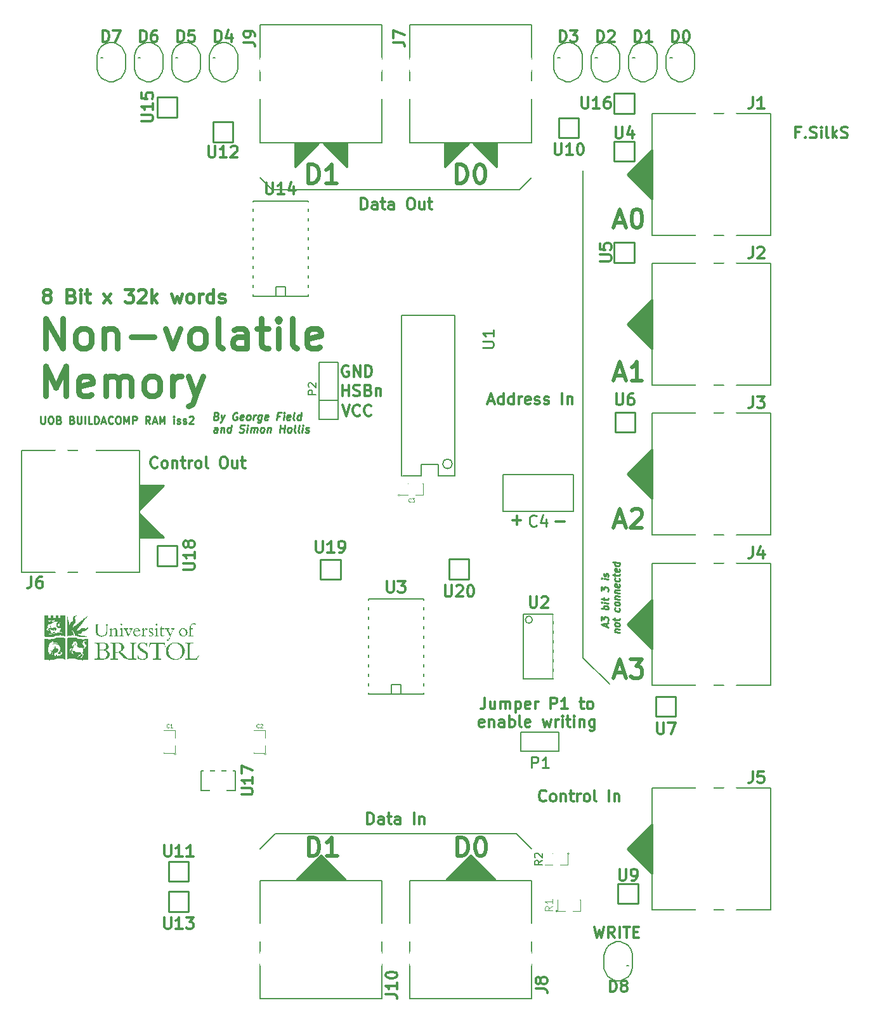
<source format=gto>
G04 (created by PCBNEW (2013-mar-13)-testing) date Tue 15 Oct 2013 18:56:25 BST*
%MOIN*%
G04 Gerber Fmt 3.4, Leading zero omitted, Abs format*
%FSLAX34Y34*%
G01*
G70*
G90*
G04 APERTURE LIST*
%ADD10C,0.005906*%
%ADD11C,0.019685*%
%ADD12C,0.008858*%
%ADD13C,0.011811*%
%ADD14C,0.009843*%
%ADD15C,0.007874*%
%ADD16C,0.017717*%
%ADD17C,0.029528*%
%ADD18C,0.009800*%
%ADD19C,0.005000*%
%ADD20C,0.003900*%
%ADD21C,0.006000*%
%ADD22C,0.000100*%
%ADD23C,0.012000*%
%ADD24C,0.004300*%
%ADD25C,0.010000*%
%ADD26R,0.035443X0.021643*%
%ADD27R,0.033474X0.019674*%
%ADD28R,0.021643X0.035443*%
%ADD29R,0.059843X0.034843*%
%ADD30R,0.088583X0.033465*%
%ADD31C,0.246063*%
%ADD32C,0.068898*%
%ADD33R,0.064843X0.044843*%
%ADD34C,0.153543*%
%ADD35C,0.068943*%
%ADD36C,0.096457*%
%ADD37R,0.037443X0.072843*%
%ADD38R,0.037443X0.092543*%
%ADD39R,0.088543X0.118143*%
%ADD40R,0.044843X0.064843*%
%ADD41R,0.141732X0.106299*%
%ADD42R,0.069843X0.069843*%
%ADD43C,0.069843*%
%ADD44R,0.080827X0.031831*%
G04 APERTURE END LIST*
G54D10*
G54D11*
X27643Y-48413D02*
X27643Y-47429D01*
X27877Y-47429D01*
X28018Y-47476D01*
X28112Y-47570D01*
X28159Y-47663D01*
X28206Y-47851D01*
X28206Y-47991D01*
X28159Y-48179D01*
X28112Y-48273D01*
X28018Y-48366D01*
X27877Y-48413D01*
X27643Y-48413D01*
X28815Y-47429D02*
X28909Y-47429D01*
X29002Y-47476D01*
X29049Y-47523D01*
X29096Y-47616D01*
X29143Y-47804D01*
X29143Y-48038D01*
X29096Y-48226D01*
X29049Y-48320D01*
X29002Y-48366D01*
X28909Y-48413D01*
X28815Y-48413D01*
X28721Y-48366D01*
X28674Y-48320D01*
X28627Y-48226D01*
X28580Y-48038D01*
X28580Y-47804D01*
X28627Y-47616D01*
X28674Y-47523D01*
X28721Y-47476D01*
X28815Y-47429D01*
X19824Y-48413D02*
X19824Y-47429D01*
X20059Y-47429D01*
X20199Y-47476D01*
X20293Y-47570D01*
X20340Y-47663D01*
X20387Y-47851D01*
X20387Y-47991D01*
X20340Y-48179D01*
X20293Y-48273D01*
X20199Y-48366D01*
X20059Y-48413D01*
X19824Y-48413D01*
X21324Y-48413D02*
X20762Y-48413D01*
X21043Y-48413D02*
X21043Y-47429D01*
X20949Y-47570D01*
X20855Y-47663D01*
X20762Y-47710D01*
X19816Y-13055D02*
X19816Y-12071D01*
X20051Y-12071D01*
X20191Y-12118D01*
X20285Y-12211D01*
X20332Y-12305D01*
X20379Y-12493D01*
X20379Y-12633D01*
X20332Y-12821D01*
X20285Y-12914D01*
X20191Y-13008D01*
X20051Y-13055D01*
X19816Y-13055D01*
X21316Y-13055D02*
X20754Y-13055D01*
X21035Y-13055D02*
X21035Y-12071D01*
X20941Y-12211D01*
X20847Y-12305D01*
X20754Y-12352D01*
X27608Y-13055D02*
X27608Y-12071D01*
X27842Y-12071D01*
X27983Y-12118D01*
X28076Y-12211D01*
X28123Y-12305D01*
X28170Y-12493D01*
X28170Y-12633D01*
X28123Y-12821D01*
X28076Y-12914D01*
X27983Y-13008D01*
X27842Y-13055D01*
X27608Y-13055D01*
X28779Y-12071D02*
X28873Y-12071D01*
X28967Y-12118D01*
X29014Y-12164D01*
X29061Y-12258D01*
X29107Y-12446D01*
X29107Y-12680D01*
X29061Y-12868D01*
X29014Y-12961D01*
X28967Y-13008D01*
X28873Y-13055D01*
X28779Y-13055D01*
X28686Y-13008D01*
X28639Y-12961D01*
X28592Y-12868D01*
X28545Y-12680D01*
X28545Y-12446D01*
X28592Y-12258D01*
X28639Y-12164D01*
X28686Y-12118D01*
X28779Y-12071D01*
G54D12*
X35472Y-36357D02*
X35472Y-36189D01*
X35573Y-36404D02*
X35219Y-36241D01*
X35573Y-36167D01*
X35219Y-36039D02*
X35219Y-35819D01*
X35354Y-35954D01*
X35354Y-35904D01*
X35371Y-35872D01*
X35388Y-35857D01*
X35421Y-35845D01*
X35506Y-35855D01*
X35539Y-35876D01*
X35556Y-35895D01*
X35573Y-35931D01*
X35573Y-36032D01*
X35556Y-36064D01*
X35539Y-36079D01*
X35573Y-35442D02*
X35219Y-35398D01*
X35354Y-35415D02*
X35337Y-35379D01*
X35337Y-35311D01*
X35354Y-35280D01*
X35371Y-35265D01*
X35404Y-35252D01*
X35506Y-35265D01*
X35539Y-35286D01*
X35556Y-35305D01*
X35573Y-35341D01*
X35573Y-35408D01*
X35556Y-35440D01*
X35573Y-35121D02*
X35337Y-35092D01*
X35219Y-35077D02*
X35236Y-35096D01*
X35253Y-35081D01*
X35236Y-35062D01*
X35219Y-35077D01*
X35253Y-35081D01*
X35337Y-34974D02*
X35337Y-34839D01*
X35219Y-34908D02*
X35523Y-34946D01*
X35556Y-34934D01*
X35573Y-34902D01*
X35573Y-34868D01*
X35219Y-34470D02*
X35219Y-34250D01*
X35354Y-34385D01*
X35354Y-34335D01*
X35371Y-34303D01*
X35388Y-34288D01*
X35421Y-34276D01*
X35506Y-34286D01*
X35539Y-34307D01*
X35556Y-34326D01*
X35573Y-34362D01*
X35573Y-34463D01*
X35556Y-34495D01*
X35539Y-34510D01*
X35573Y-33873D02*
X35337Y-33843D01*
X35219Y-33828D02*
X35236Y-33847D01*
X35253Y-33833D01*
X35236Y-33814D01*
X35219Y-33828D01*
X35253Y-33833D01*
X35556Y-33719D02*
X35573Y-33687D01*
X35573Y-33620D01*
X35556Y-33584D01*
X35523Y-33563D01*
X35506Y-33561D01*
X35472Y-33573D01*
X35455Y-33605D01*
X35455Y-33656D01*
X35438Y-33687D01*
X35404Y-33700D01*
X35388Y-33698D01*
X35354Y-33677D01*
X35337Y-33641D01*
X35337Y-33590D01*
X35354Y-33558D01*
X35922Y-36627D02*
X36158Y-36657D01*
X35955Y-36631D02*
X35938Y-36612D01*
X35922Y-36577D01*
X35922Y-36526D01*
X35938Y-36494D01*
X35972Y-36482D01*
X36158Y-36505D01*
X36158Y-36286D02*
X36141Y-36317D01*
X36124Y-36332D01*
X36090Y-36345D01*
X35989Y-36332D01*
X35955Y-36311D01*
X35938Y-36292D01*
X35922Y-36256D01*
X35922Y-36205D01*
X35938Y-36174D01*
X35955Y-36159D01*
X35989Y-36146D01*
X36090Y-36159D01*
X36124Y-36180D01*
X36141Y-36199D01*
X36158Y-36235D01*
X36158Y-36286D01*
X35922Y-36037D02*
X35922Y-35902D01*
X35803Y-35971D02*
X36107Y-36009D01*
X36141Y-35997D01*
X36158Y-35965D01*
X36158Y-35931D01*
X36141Y-35389D02*
X36158Y-35425D01*
X36158Y-35493D01*
X36141Y-35524D01*
X36124Y-35539D01*
X36090Y-35552D01*
X35989Y-35539D01*
X35955Y-35518D01*
X35938Y-35499D01*
X35922Y-35463D01*
X35922Y-35396D01*
X35938Y-35364D01*
X36158Y-35189D02*
X36141Y-35220D01*
X36124Y-35235D01*
X36090Y-35248D01*
X35989Y-35235D01*
X35955Y-35214D01*
X35938Y-35195D01*
X35922Y-35159D01*
X35922Y-35109D01*
X35938Y-35077D01*
X35955Y-35062D01*
X35989Y-35050D01*
X36090Y-35062D01*
X36124Y-35083D01*
X36141Y-35102D01*
X36158Y-35138D01*
X36158Y-35189D01*
X35922Y-34889D02*
X36158Y-34919D01*
X35955Y-34894D02*
X35938Y-34875D01*
X35922Y-34839D01*
X35922Y-34788D01*
X35938Y-34756D01*
X35972Y-34744D01*
X36158Y-34767D01*
X35922Y-34569D02*
X36158Y-34598D01*
X35955Y-34573D02*
X35938Y-34554D01*
X35922Y-34518D01*
X35922Y-34468D01*
X35938Y-34436D01*
X35972Y-34423D01*
X36158Y-34446D01*
X36141Y-34141D02*
X36158Y-34176D01*
X36158Y-34244D01*
X36141Y-34276D01*
X36107Y-34288D01*
X35972Y-34271D01*
X35938Y-34250D01*
X35922Y-34214D01*
X35922Y-34147D01*
X35938Y-34115D01*
X35972Y-34103D01*
X36006Y-34107D01*
X36040Y-34280D01*
X36141Y-33820D02*
X36158Y-33856D01*
X36158Y-33923D01*
X36141Y-33955D01*
X36124Y-33970D01*
X36090Y-33982D01*
X35989Y-33970D01*
X35955Y-33949D01*
X35938Y-33930D01*
X35922Y-33894D01*
X35922Y-33826D01*
X35938Y-33795D01*
X35922Y-33691D02*
X35922Y-33556D01*
X35803Y-33626D02*
X36107Y-33664D01*
X36141Y-33651D01*
X36158Y-33620D01*
X36158Y-33586D01*
X36141Y-33331D02*
X36158Y-33367D01*
X36158Y-33434D01*
X36141Y-33466D01*
X36107Y-33478D01*
X35972Y-33461D01*
X35938Y-33440D01*
X35922Y-33405D01*
X35922Y-33337D01*
X35938Y-33305D01*
X35972Y-33293D01*
X36006Y-33297D01*
X36040Y-33470D01*
X36158Y-33012D02*
X35803Y-32968D01*
X36141Y-33010D02*
X36158Y-33046D01*
X36158Y-33113D01*
X36141Y-33145D01*
X36124Y-33160D01*
X36090Y-33173D01*
X35989Y-33160D01*
X35955Y-33139D01*
X35938Y-33120D01*
X35922Y-33084D01*
X35922Y-33016D01*
X35938Y-32985D01*
G54D11*
X35950Y-38774D02*
X36419Y-38774D01*
X35856Y-39055D02*
X36184Y-38071D01*
X36512Y-39055D01*
X36747Y-38071D02*
X37356Y-38071D01*
X37028Y-38446D01*
X37169Y-38446D01*
X37262Y-38493D01*
X37309Y-38539D01*
X37356Y-38633D01*
X37356Y-38868D01*
X37309Y-38961D01*
X37262Y-39008D01*
X37169Y-39055D01*
X36887Y-39055D01*
X36794Y-39008D01*
X36747Y-38961D01*
X35950Y-30876D02*
X36419Y-30876D01*
X35856Y-31157D02*
X36184Y-30173D01*
X36512Y-31157D01*
X36794Y-30267D02*
X36841Y-30220D01*
X36934Y-30173D01*
X37169Y-30173D01*
X37262Y-30220D01*
X37309Y-30267D01*
X37356Y-30361D01*
X37356Y-30454D01*
X37309Y-30595D01*
X36747Y-31157D01*
X37356Y-31157D01*
X35950Y-23152D02*
X36419Y-23152D01*
X35856Y-23433D02*
X36184Y-22449D01*
X36512Y-23433D01*
X37356Y-23433D02*
X36794Y-23433D01*
X37075Y-23433D02*
X37075Y-22449D01*
X36981Y-22589D01*
X36887Y-22683D01*
X36794Y-22730D01*
X35950Y-15124D02*
X36419Y-15124D01*
X35856Y-15405D02*
X36184Y-14421D01*
X36512Y-15405D01*
X37028Y-14421D02*
X37122Y-14421D01*
X37215Y-14468D01*
X37262Y-14515D01*
X37309Y-14609D01*
X37356Y-14796D01*
X37356Y-15030D01*
X37309Y-15218D01*
X37262Y-15312D01*
X37215Y-15359D01*
X37122Y-15405D01*
X37028Y-15405D01*
X36934Y-15359D01*
X36887Y-15312D01*
X36841Y-15218D01*
X36794Y-15030D01*
X36794Y-14796D01*
X36841Y-14609D01*
X36887Y-14515D01*
X36934Y-14468D01*
X37028Y-14421D01*
G54D13*
X21594Y-24696D02*
X21791Y-25286D01*
X21988Y-24696D01*
X22522Y-25230D02*
X22494Y-25258D01*
X22410Y-25286D01*
X22353Y-25286D01*
X22269Y-25258D01*
X22213Y-25202D01*
X22185Y-25146D01*
X22156Y-25033D01*
X22156Y-24949D01*
X22185Y-24836D01*
X22213Y-24780D01*
X22269Y-24724D01*
X22353Y-24696D01*
X22410Y-24696D01*
X22494Y-24724D01*
X22522Y-24752D01*
X23113Y-25230D02*
X23084Y-25258D01*
X23000Y-25286D01*
X22944Y-25286D01*
X22859Y-25258D01*
X22803Y-25202D01*
X22775Y-25146D01*
X22747Y-25033D01*
X22747Y-24949D01*
X22775Y-24836D01*
X22803Y-24780D01*
X22859Y-24724D01*
X22944Y-24696D01*
X23000Y-24696D01*
X23084Y-24724D01*
X23113Y-24752D01*
X21912Y-22657D02*
X21856Y-22629D01*
X21771Y-22629D01*
X21687Y-22657D01*
X21631Y-22713D01*
X21602Y-22769D01*
X21574Y-22882D01*
X21574Y-22966D01*
X21602Y-23079D01*
X21631Y-23135D01*
X21687Y-23191D01*
X21771Y-23219D01*
X21827Y-23219D01*
X21912Y-23191D01*
X21940Y-23163D01*
X21940Y-22966D01*
X21827Y-22966D01*
X22193Y-23219D02*
X22193Y-22629D01*
X22530Y-23219D01*
X22530Y-22629D01*
X22812Y-23219D02*
X22812Y-22629D01*
X22952Y-22629D01*
X23037Y-22657D01*
X23093Y-22713D01*
X23121Y-22769D01*
X23149Y-22882D01*
X23149Y-22966D01*
X23121Y-23079D01*
X23093Y-23135D01*
X23037Y-23191D01*
X22952Y-23219D01*
X22812Y-23219D01*
X21595Y-24243D02*
X21595Y-23652D01*
X21595Y-23934D02*
X21933Y-23934D01*
X21933Y-24243D02*
X21933Y-23652D01*
X22186Y-24215D02*
X22270Y-24243D01*
X22411Y-24243D01*
X22467Y-24215D01*
X22495Y-24187D01*
X22523Y-24131D01*
X22523Y-24074D01*
X22495Y-24018D01*
X22467Y-23990D01*
X22411Y-23962D01*
X22298Y-23934D01*
X22242Y-23906D01*
X22214Y-23877D01*
X22186Y-23821D01*
X22186Y-23765D01*
X22214Y-23709D01*
X22242Y-23681D01*
X22298Y-23652D01*
X22439Y-23652D01*
X22523Y-23681D01*
X22973Y-23934D02*
X23058Y-23962D01*
X23086Y-23990D01*
X23114Y-24046D01*
X23114Y-24131D01*
X23086Y-24187D01*
X23058Y-24215D01*
X23001Y-24243D01*
X22776Y-24243D01*
X22776Y-23652D01*
X22973Y-23652D01*
X23030Y-23681D01*
X23058Y-23709D01*
X23086Y-23765D01*
X23086Y-23821D01*
X23058Y-23877D01*
X23030Y-23906D01*
X22973Y-23934D01*
X22776Y-23934D01*
X23367Y-23849D02*
X23367Y-24243D01*
X23367Y-23906D02*
X23395Y-23877D01*
X23451Y-23849D01*
X23536Y-23849D01*
X23592Y-23877D01*
X23620Y-23934D01*
X23620Y-24243D01*
X29088Y-40089D02*
X29088Y-40511D01*
X29060Y-40596D01*
X29004Y-40652D01*
X28920Y-40680D01*
X28863Y-40680D01*
X29623Y-40286D02*
X29623Y-40680D01*
X29370Y-40286D02*
X29370Y-40596D01*
X29398Y-40652D01*
X29454Y-40680D01*
X29538Y-40680D01*
X29595Y-40652D01*
X29623Y-40624D01*
X29904Y-40680D02*
X29904Y-40286D01*
X29904Y-40343D02*
X29932Y-40314D01*
X29988Y-40286D01*
X30073Y-40286D01*
X30129Y-40314D01*
X30157Y-40371D01*
X30157Y-40680D01*
X30157Y-40371D02*
X30185Y-40314D01*
X30241Y-40286D01*
X30326Y-40286D01*
X30382Y-40314D01*
X30410Y-40371D01*
X30410Y-40680D01*
X30691Y-40286D02*
X30691Y-40877D01*
X30691Y-40314D02*
X30748Y-40286D01*
X30860Y-40286D01*
X30916Y-40314D01*
X30944Y-40343D01*
X30973Y-40399D01*
X30973Y-40568D01*
X30944Y-40624D01*
X30916Y-40652D01*
X30860Y-40680D01*
X30748Y-40680D01*
X30691Y-40652D01*
X31451Y-40652D02*
X31394Y-40680D01*
X31282Y-40680D01*
X31226Y-40652D01*
X31197Y-40596D01*
X31197Y-40371D01*
X31226Y-40314D01*
X31282Y-40286D01*
X31394Y-40286D01*
X31451Y-40314D01*
X31479Y-40371D01*
X31479Y-40427D01*
X31197Y-40483D01*
X31732Y-40680D02*
X31732Y-40286D01*
X31732Y-40399D02*
X31760Y-40343D01*
X31788Y-40314D01*
X31844Y-40286D01*
X31901Y-40286D01*
X32547Y-40680D02*
X32547Y-40089D01*
X32772Y-40089D01*
X32829Y-40118D01*
X32857Y-40146D01*
X32885Y-40202D01*
X32885Y-40286D01*
X32857Y-40343D01*
X32829Y-40371D01*
X32772Y-40399D01*
X32547Y-40399D01*
X33447Y-40680D02*
X33110Y-40680D01*
X33278Y-40680D02*
X33278Y-40089D01*
X33222Y-40174D01*
X33166Y-40230D01*
X33110Y-40258D01*
X34066Y-40286D02*
X34291Y-40286D01*
X34150Y-40089D02*
X34150Y-40596D01*
X34178Y-40652D01*
X34235Y-40680D01*
X34291Y-40680D01*
X34572Y-40680D02*
X34516Y-40652D01*
X34488Y-40624D01*
X34460Y-40568D01*
X34460Y-40399D01*
X34488Y-40343D01*
X34516Y-40314D01*
X34572Y-40286D01*
X34656Y-40286D01*
X34713Y-40314D01*
X34741Y-40343D01*
X34769Y-40399D01*
X34769Y-40568D01*
X34741Y-40624D01*
X34713Y-40652D01*
X34656Y-40680D01*
X34572Y-40680D01*
X29032Y-41597D02*
X28976Y-41625D01*
X28863Y-41625D01*
X28807Y-41597D01*
X28779Y-41541D01*
X28779Y-41316D01*
X28807Y-41259D01*
X28863Y-41231D01*
X28976Y-41231D01*
X29032Y-41259D01*
X29060Y-41316D01*
X29060Y-41372D01*
X28779Y-41428D01*
X29313Y-41231D02*
X29313Y-41625D01*
X29313Y-41287D02*
X29341Y-41259D01*
X29398Y-41231D01*
X29482Y-41231D01*
X29538Y-41259D01*
X29566Y-41316D01*
X29566Y-41625D01*
X30101Y-41625D02*
X30101Y-41316D01*
X30073Y-41259D01*
X30016Y-41231D01*
X29904Y-41231D01*
X29848Y-41259D01*
X30101Y-41597D02*
X30044Y-41625D01*
X29904Y-41625D01*
X29848Y-41597D01*
X29820Y-41541D01*
X29820Y-41484D01*
X29848Y-41428D01*
X29904Y-41400D01*
X30044Y-41400D01*
X30101Y-41372D01*
X30382Y-41625D02*
X30382Y-41034D01*
X30382Y-41259D02*
X30438Y-41231D01*
X30551Y-41231D01*
X30607Y-41259D01*
X30635Y-41287D01*
X30663Y-41344D01*
X30663Y-41512D01*
X30635Y-41569D01*
X30607Y-41597D01*
X30551Y-41625D01*
X30438Y-41625D01*
X30382Y-41597D01*
X31001Y-41625D02*
X30944Y-41597D01*
X30916Y-41541D01*
X30916Y-41034D01*
X31451Y-41597D02*
X31394Y-41625D01*
X31282Y-41625D01*
X31226Y-41597D01*
X31197Y-41541D01*
X31197Y-41316D01*
X31226Y-41259D01*
X31282Y-41231D01*
X31394Y-41231D01*
X31451Y-41259D01*
X31479Y-41316D01*
X31479Y-41372D01*
X31197Y-41428D01*
X32125Y-41231D02*
X32238Y-41625D01*
X32350Y-41344D01*
X32463Y-41625D01*
X32575Y-41231D01*
X32800Y-41625D02*
X32800Y-41231D01*
X32800Y-41344D02*
X32829Y-41287D01*
X32857Y-41259D01*
X32913Y-41231D01*
X32969Y-41231D01*
X33166Y-41625D02*
X33166Y-41231D01*
X33166Y-41034D02*
X33138Y-41062D01*
X33166Y-41091D01*
X33194Y-41062D01*
X33166Y-41034D01*
X33166Y-41091D01*
X33363Y-41231D02*
X33588Y-41231D01*
X33447Y-41034D02*
X33447Y-41541D01*
X33475Y-41597D01*
X33532Y-41625D01*
X33588Y-41625D01*
X33785Y-41625D02*
X33785Y-41231D01*
X33785Y-41034D02*
X33757Y-41062D01*
X33785Y-41091D01*
X33813Y-41062D01*
X33785Y-41034D01*
X33785Y-41091D01*
X34066Y-41231D02*
X34066Y-41625D01*
X34066Y-41287D02*
X34094Y-41259D01*
X34150Y-41231D01*
X34235Y-41231D01*
X34291Y-41259D01*
X34319Y-41316D01*
X34319Y-41625D01*
X34853Y-41231D02*
X34853Y-41709D01*
X34825Y-41766D01*
X34797Y-41794D01*
X34741Y-41822D01*
X34656Y-41822D01*
X34600Y-41794D01*
X34853Y-41597D02*
X34797Y-41625D01*
X34685Y-41625D01*
X34628Y-41597D01*
X34600Y-41569D01*
X34572Y-41512D01*
X34572Y-41344D01*
X34600Y-41287D01*
X34628Y-41259D01*
X34685Y-41231D01*
X34797Y-41231D01*
X34853Y-41259D01*
X32816Y-30829D02*
X33266Y-30829D01*
X30532Y-30760D02*
X30982Y-30760D01*
X30757Y-30985D02*
X30757Y-30535D01*
X45618Y-10371D02*
X45421Y-10371D01*
X45421Y-10680D02*
X45421Y-10089D01*
X45703Y-10089D01*
X45928Y-10624D02*
X45956Y-10652D01*
X45928Y-10680D01*
X45899Y-10652D01*
X45928Y-10624D01*
X45928Y-10680D01*
X46181Y-10652D02*
X46265Y-10680D01*
X46406Y-10680D01*
X46462Y-10652D01*
X46490Y-10624D01*
X46518Y-10568D01*
X46518Y-10511D01*
X46490Y-10455D01*
X46462Y-10427D01*
X46406Y-10399D01*
X46293Y-10371D01*
X46237Y-10343D01*
X46209Y-10314D01*
X46181Y-10258D01*
X46181Y-10202D01*
X46209Y-10146D01*
X46237Y-10118D01*
X46293Y-10089D01*
X46434Y-10089D01*
X46518Y-10118D01*
X46771Y-10680D02*
X46771Y-10286D01*
X46771Y-10089D02*
X46743Y-10118D01*
X46771Y-10146D01*
X46799Y-10118D01*
X46771Y-10089D01*
X46771Y-10146D01*
X47137Y-10680D02*
X47080Y-10652D01*
X47052Y-10596D01*
X47052Y-10089D01*
X47362Y-10680D02*
X47362Y-10089D01*
X47418Y-10455D02*
X47587Y-10680D01*
X47587Y-10286D02*
X47362Y-10511D01*
X47812Y-10652D02*
X47896Y-10680D01*
X48037Y-10680D01*
X48093Y-10652D01*
X48121Y-10624D01*
X48149Y-10568D01*
X48149Y-10511D01*
X48121Y-10455D01*
X48093Y-10427D01*
X48037Y-10399D01*
X47924Y-10371D01*
X47868Y-10343D01*
X47840Y-10314D01*
X47812Y-10258D01*
X47812Y-10202D01*
X47840Y-10146D01*
X47868Y-10118D01*
X47924Y-10089D01*
X48065Y-10089D01*
X48149Y-10118D01*
G54D14*
X14993Y-25294D02*
X15047Y-25313D01*
X15063Y-25332D01*
X15077Y-25369D01*
X15070Y-25425D01*
X15047Y-25463D01*
X15026Y-25482D01*
X14986Y-25500D01*
X14836Y-25500D01*
X14885Y-25107D01*
X15016Y-25107D01*
X15051Y-25125D01*
X15068Y-25144D01*
X15082Y-25182D01*
X15077Y-25219D01*
X15054Y-25257D01*
X15033Y-25275D01*
X14993Y-25294D01*
X14862Y-25294D01*
X15225Y-25238D02*
X15286Y-25500D01*
X15412Y-25238D02*
X15286Y-25500D01*
X15236Y-25594D01*
X15215Y-25613D01*
X15176Y-25632D01*
X16082Y-25125D02*
X16047Y-25107D01*
X15991Y-25107D01*
X15932Y-25125D01*
X15890Y-25163D01*
X15867Y-25200D01*
X15839Y-25275D01*
X15832Y-25332D01*
X15841Y-25407D01*
X15855Y-25444D01*
X15888Y-25482D01*
X15942Y-25500D01*
X15979Y-25500D01*
X16038Y-25482D01*
X16059Y-25463D01*
X16075Y-25332D01*
X16000Y-25332D01*
X16375Y-25482D02*
X16336Y-25500D01*
X16261Y-25500D01*
X16225Y-25482D01*
X16211Y-25444D01*
X16230Y-25294D01*
X16254Y-25257D01*
X16293Y-25238D01*
X16368Y-25238D01*
X16404Y-25257D01*
X16418Y-25294D01*
X16413Y-25332D01*
X16221Y-25369D01*
X16617Y-25500D02*
X16582Y-25482D01*
X16565Y-25463D01*
X16551Y-25425D01*
X16565Y-25313D01*
X16589Y-25275D01*
X16610Y-25257D01*
X16650Y-25238D01*
X16706Y-25238D01*
X16741Y-25257D01*
X16757Y-25275D01*
X16771Y-25313D01*
X16757Y-25425D01*
X16734Y-25463D01*
X16713Y-25482D01*
X16673Y-25500D01*
X16617Y-25500D01*
X16917Y-25500D02*
X16950Y-25238D01*
X16940Y-25313D02*
X16964Y-25275D01*
X16985Y-25257D01*
X17025Y-25238D01*
X17062Y-25238D01*
X17362Y-25238D02*
X17322Y-25557D01*
X17299Y-25594D01*
X17278Y-25613D01*
X17238Y-25632D01*
X17182Y-25632D01*
X17146Y-25613D01*
X17332Y-25482D02*
X17292Y-25500D01*
X17217Y-25500D01*
X17182Y-25482D01*
X17165Y-25463D01*
X17151Y-25425D01*
X17165Y-25313D01*
X17189Y-25275D01*
X17210Y-25257D01*
X17250Y-25238D01*
X17324Y-25238D01*
X17360Y-25257D01*
X17669Y-25482D02*
X17629Y-25500D01*
X17554Y-25500D01*
X17519Y-25482D01*
X17505Y-25444D01*
X17524Y-25294D01*
X17547Y-25257D01*
X17587Y-25238D01*
X17662Y-25238D01*
X17697Y-25257D01*
X17711Y-25294D01*
X17706Y-25332D01*
X17514Y-25369D01*
X18311Y-25294D02*
X18180Y-25294D01*
X18154Y-25500D02*
X18203Y-25107D01*
X18391Y-25107D01*
X18492Y-25500D02*
X18524Y-25238D01*
X18541Y-25107D02*
X18520Y-25125D01*
X18536Y-25144D01*
X18557Y-25125D01*
X18541Y-25107D01*
X18536Y-25144D01*
X18831Y-25482D02*
X18791Y-25500D01*
X18717Y-25500D01*
X18681Y-25482D01*
X18667Y-25444D01*
X18686Y-25294D01*
X18709Y-25257D01*
X18749Y-25238D01*
X18824Y-25238D01*
X18859Y-25257D01*
X18874Y-25294D01*
X18869Y-25332D01*
X18677Y-25369D01*
X19073Y-25500D02*
X19038Y-25482D01*
X19023Y-25444D01*
X19066Y-25107D01*
X19391Y-25500D02*
X19441Y-25107D01*
X19394Y-25482D02*
X19354Y-25500D01*
X19279Y-25500D01*
X19244Y-25482D01*
X19227Y-25463D01*
X19213Y-25425D01*
X19227Y-25313D01*
X19251Y-25275D01*
X19272Y-25257D01*
X19312Y-25238D01*
X19387Y-25238D01*
X19422Y-25257D01*
X15004Y-26150D02*
X15030Y-25944D01*
X15016Y-25906D01*
X14981Y-25888D01*
X14906Y-25888D01*
X14866Y-25906D01*
X15007Y-26131D02*
X14967Y-26150D01*
X14873Y-26150D01*
X14838Y-26131D01*
X14824Y-26094D01*
X14829Y-26056D01*
X14852Y-26019D01*
X14892Y-26000D01*
X14986Y-26000D01*
X15026Y-25981D01*
X15225Y-25888D02*
X15192Y-26150D01*
X15220Y-25925D02*
X15241Y-25906D01*
X15281Y-25888D01*
X15337Y-25888D01*
X15372Y-25906D01*
X15386Y-25944D01*
X15361Y-26150D01*
X15717Y-26150D02*
X15766Y-25756D01*
X15719Y-26131D02*
X15679Y-26150D01*
X15604Y-26150D01*
X15569Y-26131D01*
X15553Y-26113D01*
X15539Y-26075D01*
X15553Y-25963D01*
X15576Y-25925D01*
X15597Y-25906D01*
X15637Y-25888D01*
X15712Y-25888D01*
X15747Y-25906D01*
X16188Y-26131D02*
X16242Y-26150D01*
X16336Y-26150D01*
X16375Y-26131D01*
X16396Y-26113D01*
X16420Y-26075D01*
X16425Y-26038D01*
X16411Y-26000D01*
X16394Y-25981D01*
X16359Y-25963D01*
X16286Y-25944D01*
X16251Y-25925D01*
X16235Y-25906D01*
X16221Y-25869D01*
X16225Y-25831D01*
X16249Y-25794D01*
X16270Y-25775D01*
X16310Y-25756D01*
X16404Y-25756D01*
X16457Y-25775D01*
X16579Y-26150D02*
X16612Y-25888D01*
X16628Y-25756D02*
X16607Y-25775D01*
X16624Y-25794D01*
X16645Y-25775D01*
X16628Y-25756D01*
X16624Y-25794D01*
X16767Y-26150D02*
X16800Y-25888D01*
X16795Y-25925D02*
X16816Y-25906D01*
X16856Y-25888D01*
X16912Y-25888D01*
X16947Y-25906D01*
X16961Y-25944D01*
X16935Y-26150D01*
X16961Y-25944D02*
X16985Y-25906D01*
X17025Y-25888D01*
X17081Y-25888D01*
X17116Y-25906D01*
X17130Y-25944D01*
X17104Y-26150D01*
X17348Y-26150D02*
X17313Y-26131D01*
X17296Y-26113D01*
X17282Y-26075D01*
X17296Y-25963D01*
X17320Y-25925D01*
X17341Y-25906D01*
X17381Y-25888D01*
X17437Y-25888D01*
X17472Y-25906D01*
X17489Y-25925D01*
X17503Y-25963D01*
X17489Y-26075D01*
X17465Y-26113D01*
X17444Y-26131D01*
X17404Y-26150D01*
X17348Y-26150D01*
X17681Y-25888D02*
X17648Y-26150D01*
X17676Y-25925D02*
X17697Y-25906D01*
X17737Y-25888D01*
X17793Y-25888D01*
X17828Y-25906D01*
X17842Y-25944D01*
X17817Y-26150D01*
X18304Y-26150D02*
X18353Y-25756D01*
X18330Y-25944D02*
X18555Y-25944D01*
X18529Y-26150D02*
X18578Y-25756D01*
X18773Y-26150D02*
X18738Y-26131D01*
X18721Y-26113D01*
X18707Y-26075D01*
X18721Y-25963D01*
X18745Y-25925D01*
X18766Y-25906D01*
X18806Y-25888D01*
X18862Y-25888D01*
X18897Y-25906D01*
X18913Y-25925D01*
X18927Y-25963D01*
X18913Y-26075D01*
X18890Y-26113D01*
X18869Y-26131D01*
X18829Y-26150D01*
X18773Y-26150D01*
X19129Y-26150D02*
X19094Y-26131D01*
X19080Y-26094D01*
X19122Y-25756D01*
X19335Y-26150D02*
X19300Y-26131D01*
X19286Y-26094D01*
X19328Y-25756D01*
X19485Y-26150D02*
X19518Y-25888D01*
X19534Y-25756D02*
X19513Y-25775D01*
X19530Y-25794D01*
X19551Y-25775D01*
X19534Y-25756D01*
X19530Y-25794D01*
X19656Y-26131D02*
X19691Y-26150D01*
X19766Y-26150D01*
X19806Y-26131D01*
X19830Y-26094D01*
X19832Y-26075D01*
X19818Y-26038D01*
X19783Y-26019D01*
X19727Y-26019D01*
X19691Y-26000D01*
X19677Y-25963D01*
X19680Y-25944D01*
X19703Y-25906D01*
X19743Y-25888D01*
X19799Y-25888D01*
X19834Y-25906D01*
G54D13*
X11881Y-27966D02*
X11853Y-27994D01*
X11768Y-28023D01*
X11712Y-28023D01*
X11628Y-27994D01*
X11571Y-27938D01*
X11543Y-27882D01*
X11515Y-27769D01*
X11515Y-27685D01*
X11543Y-27573D01*
X11571Y-27516D01*
X11628Y-27460D01*
X11712Y-27432D01*
X11768Y-27432D01*
X11853Y-27460D01*
X11881Y-27488D01*
X12218Y-28023D02*
X12162Y-27994D01*
X12134Y-27966D01*
X12106Y-27910D01*
X12106Y-27741D01*
X12134Y-27685D01*
X12162Y-27657D01*
X12218Y-27629D01*
X12303Y-27629D01*
X12359Y-27657D01*
X12387Y-27685D01*
X12415Y-27741D01*
X12415Y-27910D01*
X12387Y-27966D01*
X12359Y-27994D01*
X12303Y-28023D01*
X12218Y-28023D01*
X12668Y-27629D02*
X12668Y-28023D01*
X12668Y-27685D02*
X12696Y-27657D01*
X12753Y-27629D01*
X12837Y-27629D01*
X12893Y-27657D01*
X12921Y-27713D01*
X12921Y-28023D01*
X13118Y-27629D02*
X13343Y-27629D01*
X13203Y-27432D02*
X13203Y-27938D01*
X13231Y-27994D01*
X13287Y-28023D01*
X13343Y-28023D01*
X13540Y-28023D02*
X13540Y-27629D01*
X13540Y-27741D02*
X13568Y-27685D01*
X13596Y-27657D01*
X13652Y-27629D01*
X13709Y-27629D01*
X13990Y-28023D02*
X13934Y-27994D01*
X13906Y-27966D01*
X13877Y-27910D01*
X13877Y-27741D01*
X13906Y-27685D01*
X13934Y-27657D01*
X13990Y-27629D01*
X14074Y-27629D01*
X14131Y-27657D01*
X14159Y-27685D01*
X14187Y-27741D01*
X14187Y-27910D01*
X14159Y-27966D01*
X14131Y-27994D01*
X14074Y-28023D01*
X13990Y-28023D01*
X14524Y-28023D02*
X14468Y-27994D01*
X14440Y-27938D01*
X14440Y-27432D01*
X15312Y-27432D02*
X15424Y-27432D01*
X15480Y-27460D01*
X15537Y-27516D01*
X15565Y-27629D01*
X15565Y-27826D01*
X15537Y-27938D01*
X15480Y-27994D01*
X15424Y-28023D01*
X15312Y-28023D01*
X15255Y-27994D01*
X15199Y-27938D01*
X15171Y-27826D01*
X15171Y-27629D01*
X15199Y-27516D01*
X15255Y-27460D01*
X15312Y-27432D01*
X16071Y-27629D02*
X16071Y-28023D01*
X15818Y-27629D02*
X15818Y-27938D01*
X15846Y-27994D01*
X15902Y-28023D01*
X15987Y-28023D01*
X16043Y-27994D01*
X16071Y-27966D01*
X16268Y-27629D02*
X16493Y-27629D01*
X16352Y-27432D02*
X16352Y-27938D01*
X16380Y-27994D01*
X16437Y-28023D01*
X16493Y-28023D01*
G54D15*
X34251Y-37992D02*
X34251Y-12401D01*
X35629Y-39370D02*
X34251Y-37992D01*
G54D13*
X29274Y-24507D02*
X29555Y-24507D01*
X29218Y-24676D02*
X29415Y-24086D01*
X29611Y-24676D01*
X30061Y-24676D02*
X30061Y-24086D01*
X30061Y-24648D02*
X30005Y-24676D01*
X29893Y-24676D01*
X29836Y-24648D01*
X29808Y-24620D01*
X29780Y-24564D01*
X29780Y-24395D01*
X29808Y-24339D01*
X29836Y-24311D01*
X29893Y-24282D01*
X30005Y-24282D01*
X30061Y-24311D01*
X30596Y-24676D02*
X30596Y-24086D01*
X30596Y-24648D02*
X30539Y-24676D01*
X30427Y-24676D01*
X30371Y-24648D01*
X30343Y-24620D01*
X30314Y-24564D01*
X30314Y-24395D01*
X30343Y-24339D01*
X30371Y-24311D01*
X30427Y-24282D01*
X30539Y-24282D01*
X30596Y-24311D01*
X30877Y-24676D02*
X30877Y-24282D01*
X30877Y-24395D02*
X30905Y-24339D01*
X30933Y-24311D01*
X30989Y-24282D01*
X31046Y-24282D01*
X31467Y-24648D02*
X31411Y-24676D01*
X31299Y-24676D01*
X31242Y-24648D01*
X31214Y-24592D01*
X31214Y-24367D01*
X31242Y-24311D01*
X31299Y-24282D01*
X31411Y-24282D01*
X31467Y-24311D01*
X31496Y-24367D01*
X31496Y-24423D01*
X31214Y-24479D01*
X31721Y-24648D02*
X31777Y-24676D01*
X31889Y-24676D01*
X31946Y-24648D01*
X31974Y-24592D01*
X31974Y-24564D01*
X31946Y-24507D01*
X31889Y-24479D01*
X31805Y-24479D01*
X31749Y-24451D01*
X31721Y-24395D01*
X31721Y-24367D01*
X31749Y-24311D01*
X31805Y-24282D01*
X31889Y-24282D01*
X31946Y-24311D01*
X32199Y-24648D02*
X32255Y-24676D01*
X32367Y-24676D01*
X32424Y-24648D01*
X32452Y-24592D01*
X32452Y-24564D01*
X32424Y-24507D01*
X32367Y-24479D01*
X32283Y-24479D01*
X32227Y-24451D01*
X32199Y-24395D01*
X32199Y-24367D01*
X32227Y-24311D01*
X32283Y-24282D01*
X32367Y-24282D01*
X32424Y-24311D01*
X33155Y-24676D02*
X33155Y-24086D01*
X33436Y-24282D02*
X33436Y-24676D01*
X33436Y-24339D02*
X33464Y-24311D01*
X33520Y-24282D01*
X33605Y-24282D01*
X33661Y-24311D01*
X33689Y-24367D01*
X33689Y-24676D01*
X32297Y-45486D02*
X32269Y-45514D01*
X32185Y-45542D01*
X32128Y-45542D01*
X32044Y-45514D01*
X31988Y-45458D01*
X31960Y-45402D01*
X31931Y-45289D01*
X31931Y-45205D01*
X31960Y-45092D01*
X31988Y-45036D01*
X32044Y-44980D01*
X32128Y-44952D01*
X32185Y-44952D01*
X32269Y-44980D01*
X32297Y-45008D01*
X32634Y-45542D02*
X32578Y-45514D01*
X32550Y-45486D01*
X32522Y-45430D01*
X32522Y-45261D01*
X32550Y-45205D01*
X32578Y-45177D01*
X32634Y-45149D01*
X32719Y-45149D01*
X32775Y-45177D01*
X32803Y-45205D01*
X32831Y-45261D01*
X32831Y-45430D01*
X32803Y-45486D01*
X32775Y-45514D01*
X32719Y-45542D01*
X32634Y-45542D01*
X33084Y-45149D02*
X33084Y-45542D01*
X33084Y-45205D02*
X33113Y-45177D01*
X33169Y-45149D01*
X33253Y-45149D01*
X33309Y-45177D01*
X33338Y-45233D01*
X33338Y-45542D01*
X33534Y-45149D02*
X33759Y-45149D01*
X33619Y-44952D02*
X33619Y-45458D01*
X33647Y-45514D01*
X33703Y-45542D01*
X33759Y-45542D01*
X33956Y-45542D02*
X33956Y-45149D01*
X33956Y-45261D02*
X33984Y-45205D01*
X34012Y-45177D01*
X34069Y-45149D01*
X34125Y-45149D01*
X34406Y-45542D02*
X34350Y-45514D01*
X34322Y-45486D01*
X34294Y-45430D01*
X34294Y-45261D01*
X34322Y-45205D01*
X34350Y-45177D01*
X34406Y-45149D01*
X34491Y-45149D01*
X34547Y-45177D01*
X34575Y-45205D01*
X34603Y-45261D01*
X34603Y-45430D01*
X34575Y-45486D01*
X34547Y-45514D01*
X34491Y-45542D01*
X34406Y-45542D01*
X34940Y-45542D02*
X34884Y-45514D01*
X34856Y-45458D01*
X34856Y-44952D01*
X35615Y-45542D02*
X35615Y-44952D01*
X35897Y-45149D02*
X35897Y-45542D01*
X35897Y-45205D02*
X35925Y-45177D01*
X35981Y-45149D01*
X36065Y-45149D01*
X36122Y-45177D01*
X36150Y-45233D01*
X36150Y-45542D01*
X22581Y-14440D02*
X22581Y-13849D01*
X22722Y-13849D01*
X22806Y-13877D01*
X22862Y-13934D01*
X22890Y-13990D01*
X22919Y-14102D01*
X22919Y-14187D01*
X22890Y-14299D01*
X22862Y-14356D01*
X22806Y-14412D01*
X22722Y-14440D01*
X22581Y-14440D01*
X23425Y-14440D02*
X23425Y-14131D01*
X23397Y-14074D01*
X23340Y-14046D01*
X23228Y-14046D01*
X23172Y-14074D01*
X23425Y-14412D02*
X23368Y-14440D01*
X23228Y-14440D01*
X23172Y-14412D01*
X23143Y-14356D01*
X23143Y-14299D01*
X23172Y-14243D01*
X23228Y-14215D01*
X23368Y-14215D01*
X23425Y-14187D01*
X23622Y-14046D02*
X23847Y-14046D01*
X23706Y-13849D02*
X23706Y-14356D01*
X23734Y-14412D01*
X23790Y-14440D01*
X23847Y-14440D01*
X24296Y-14440D02*
X24296Y-14131D01*
X24268Y-14074D01*
X24212Y-14046D01*
X24100Y-14046D01*
X24043Y-14074D01*
X24296Y-14412D02*
X24240Y-14440D01*
X24100Y-14440D01*
X24043Y-14412D01*
X24015Y-14356D01*
X24015Y-14299D01*
X24043Y-14243D01*
X24100Y-14215D01*
X24240Y-14215D01*
X24296Y-14187D01*
X25140Y-13849D02*
X25253Y-13849D01*
X25309Y-13877D01*
X25365Y-13934D01*
X25393Y-14046D01*
X25393Y-14243D01*
X25365Y-14356D01*
X25309Y-14412D01*
X25253Y-14440D01*
X25140Y-14440D01*
X25084Y-14412D01*
X25028Y-14356D01*
X25000Y-14243D01*
X25000Y-14046D01*
X25028Y-13934D01*
X25084Y-13877D01*
X25140Y-13849D01*
X25899Y-14046D02*
X25899Y-14440D01*
X25646Y-14046D02*
X25646Y-14356D01*
X25674Y-14412D01*
X25731Y-14440D01*
X25815Y-14440D01*
X25871Y-14412D01*
X25899Y-14384D01*
X26096Y-14046D02*
X26321Y-14046D01*
X26181Y-13849D02*
X26181Y-14356D01*
X26209Y-14412D01*
X26265Y-14440D01*
X26321Y-14440D01*
G54D15*
X30905Y-13385D02*
X31535Y-12755D01*
X17913Y-13385D02*
X30905Y-13385D01*
X17283Y-12755D02*
X17913Y-13385D01*
G54D13*
X22919Y-46723D02*
X22919Y-46133D01*
X23059Y-46133D01*
X23143Y-46161D01*
X23200Y-46217D01*
X23228Y-46273D01*
X23256Y-46386D01*
X23256Y-46470D01*
X23228Y-46583D01*
X23200Y-46639D01*
X23143Y-46695D01*
X23059Y-46723D01*
X22919Y-46723D01*
X23762Y-46723D02*
X23762Y-46414D01*
X23734Y-46358D01*
X23678Y-46330D01*
X23565Y-46330D01*
X23509Y-46358D01*
X23762Y-46695D02*
X23706Y-46723D01*
X23565Y-46723D01*
X23509Y-46695D01*
X23481Y-46639D01*
X23481Y-46583D01*
X23509Y-46526D01*
X23565Y-46498D01*
X23706Y-46498D01*
X23762Y-46470D01*
X23959Y-46330D02*
X24184Y-46330D01*
X24043Y-46133D02*
X24043Y-46639D01*
X24071Y-46695D01*
X24128Y-46723D01*
X24184Y-46723D01*
X24634Y-46723D02*
X24634Y-46414D01*
X24606Y-46358D01*
X24550Y-46330D01*
X24437Y-46330D01*
X24381Y-46358D01*
X24634Y-46695D02*
X24578Y-46723D01*
X24437Y-46723D01*
X24381Y-46695D01*
X24353Y-46639D01*
X24353Y-46583D01*
X24381Y-46526D01*
X24437Y-46498D01*
X24578Y-46498D01*
X24634Y-46470D01*
X25365Y-46723D02*
X25365Y-46133D01*
X25646Y-46330D02*
X25646Y-46723D01*
X25646Y-46386D02*
X25674Y-46358D01*
X25731Y-46330D01*
X25815Y-46330D01*
X25871Y-46358D01*
X25899Y-46414D01*
X25899Y-46723D01*
G54D15*
X30748Y-47244D02*
X31535Y-48031D01*
X18070Y-47244D02*
X30748Y-47244D01*
X17283Y-48031D02*
X18070Y-47244D01*
G54D16*
X6009Y-18921D02*
X5942Y-18887D01*
X5908Y-18854D01*
X5874Y-18786D01*
X5874Y-18752D01*
X5908Y-18685D01*
X5942Y-18651D01*
X6009Y-18617D01*
X6144Y-18617D01*
X6212Y-18651D01*
X6245Y-18685D01*
X6279Y-18752D01*
X6279Y-18786D01*
X6245Y-18854D01*
X6212Y-18887D01*
X6144Y-18921D01*
X6009Y-18921D01*
X5942Y-18955D01*
X5908Y-18989D01*
X5874Y-19056D01*
X5874Y-19191D01*
X5908Y-19258D01*
X5942Y-19292D01*
X6009Y-19326D01*
X6144Y-19326D01*
X6212Y-19292D01*
X6245Y-19258D01*
X6279Y-19191D01*
X6279Y-19056D01*
X6245Y-18989D01*
X6212Y-18955D01*
X6144Y-18921D01*
X7359Y-18955D02*
X7460Y-18989D01*
X7494Y-19022D01*
X7528Y-19090D01*
X7528Y-19191D01*
X7494Y-19258D01*
X7460Y-19292D01*
X7393Y-19326D01*
X7123Y-19326D01*
X7123Y-18617D01*
X7359Y-18617D01*
X7426Y-18651D01*
X7460Y-18685D01*
X7494Y-18752D01*
X7494Y-18820D01*
X7460Y-18887D01*
X7426Y-18921D01*
X7359Y-18955D01*
X7123Y-18955D01*
X7831Y-19326D02*
X7831Y-18854D01*
X7831Y-18617D02*
X7798Y-18651D01*
X7831Y-18685D01*
X7865Y-18651D01*
X7831Y-18617D01*
X7831Y-18685D01*
X8068Y-18854D02*
X8338Y-18854D01*
X8169Y-18617D02*
X8169Y-19225D01*
X8203Y-19292D01*
X8270Y-19326D01*
X8338Y-19326D01*
X9046Y-19326D02*
X9417Y-18854D01*
X9046Y-18854D02*
X9417Y-19326D01*
X10160Y-18617D02*
X10598Y-18617D01*
X10362Y-18887D01*
X10464Y-18887D01*
X10531Y-18921D01*
X10565Y-18955D01*
X10598Y-19022D01*
X10598Y-19191D01*
X10565Y-19258D01*
X10531Y-19292D01*
X10464Y-19326D01*
X10261Y-19326D01*
X10194Y-19292D01*
X10160Y-19258D01*
X10868Y-18685D02*
X10902Y-18651D01*
X10970Y-18617D01*
X11138Y-18617D01*
X11206Y-18651D01*
X11240Y-18685D01*
X11273Y-18752D01*
X11273Y-18820D01*
X11240Y-18921D01*
X10835Y-19326D01*
X11273Y-19326D01*
X11577Y-19326D02*
X11577Y-18617D01*
X11645Y-19056D02*
X11847Y-19326D01*
X11847Y-18854D02*
X11577Y-19124D01*
X12623Y-18854D02*
X12758Y-19326D01*
X12893Y-18989D01*
X13028Y-19326D01*
X13163Y-18854D01*
X13534Y-19326D02*
X13467Y-19292D01*
X13433Y-19258D01*
X13399Y-19191D01*
X13399Y-18989D01*
X13433Y-18921D01*
X13467Y-18887D01*
X13534Y-18854D01*
X13636Y-18854D01*
X13703Y-18887D01*
X13737Y-18921D01*
X13771Y-18989D01*
X13771Y-19191D01*
X13737Y-19258D01*
X13703Y-19292D01*
X13636Y-19326D01*
X13534Y-19326D01*
X14074Y-19326D02*
X14074Y-18854D01*
X14074Y-18989D02*
X14108Y-18921D01*
X14142Y-18887D01*
X14209Y-18854D01*
X14277Y-18854D01*
X14817Y-19326D02*
X14817Y-18617D01*
X14817Y-19292D02*
X14749Y-19326D01*
X14614Y-19326D01*
X14547Y-19292D01*
X14513Y-19258D01*
X14479Y-19191D01*
X14479Y-18989D01*
X14513Y-18921D01*
X14547Y-18887D01*
X14614Y-18854D01*
X14749Y-18854D01*
X14817Y-18887D01*
X15120Y-19292D02*
X15188Y-19326D01*
X15323Y-19326D01*
X15390Y-19292D01*
X15424Y-19225D01*
X15424Y-19191D01*
X15390Y-19124D01*
X15323Y-19090D01*
X15222Y-19090D01*
X15154Y-19056D01*
X15120Y-18989D01*
X15120Y-18955D01*
X15154Y-18887D01*
X15222Y-18854D01*
X15323Y-18854D01*
X15390Y-18887D01*
G54D13*
X34842Y-52117D02*
X34983Y-52708D01*
X35095Y-52286D01*
X35208Y-52708D01*
X35348Y-52117D01*
X35911Y-52708D02*
X35714Y-52426D01*
X35573Y-52708D02*
X35573Y-52117D01*
X35798Y-52117D01*
X35854Y-52145D01*
X35883Y-52173D01*
X35911Y-52230D01*
X35911Y-52314D01*
X35883Y-52370D01*
X35854Y-52398D01*
X35798Y-52426D01*
X35573Y-52426D01*
X36164Y-52708D02*
X36164Y-52117D01*
X36361Y-52117D02*
X36698Y-52117D01*
X36529Y-52708D02*
X36529Y-52117D01*
X36895Y-52398D02*
X37092Y-52398D01*
X37176Y-52708D02*
X36895Y-52708D01*
X36895Y-52117D01*
X37176Y-52117D01*
G54D14*
X5749Y-25304D02*
X5749Y-25622D01*
X5768Y-25660D01*
X5786Y-25679D01*
X5824Y-25697D01*
X5899Y-25697D01*
X5936Y-25679D01*
X5955Y-25660D01*
X5974Y-25622D01*
X5974Y-25304D01*
X6236Y-25304D02*
X6311Y-25304D01*
X6349Y-25322D01*
X6386Y-25360D01*
X6405Y-25435D01*
X6405Y-25566D01*
X6386Y-25641D01*
X6349Y-25679D01*
X6311Y-25697D01*
X6236Y-25697D01*
X6199Y-25679D01*
X6161Y-25641D01*
X6143Y-25566D01*
X6143Y-25435D01*
X6161Y-25360D01*
X6199Y-25322D01*
X6236Y-25304D01*
X6705Y-25491D02*
X6761Y-25510D01*
X6780Y-25529D01*
X6799Y-25566D01*
X6799Y-25622D01*
X6780Y-25660D01*
X6761Y-25679D01*
X6724Y-25697D01*
X6574Y-25697D01*
X6574Y-25304D01*
X6705Y-25304D01*
X6742Y-25322D01*
X6761Y-25341D01*
X6780Y-25379D01*
X6780Y-25416D01*
X6761Y-25454D01*
X6742Y-25472D01*
X6705Y-25491D01*
X6574Y-25491D01*
X7399Y-25491D02*
X7455Y-25510D01*
X7474Y-25529D01*
X7492Y-25566D01*
X7492Y-25622D01*
X7474Y-25660D01*
X7455Y-25679D01*
X7417Y-25697D01*
X7267Y-25697D01*
X7267Y-25304D01*
X7399Y-25304D01*
X7436Y-25322D01*
X7455Y-25341D01*
X7474Y-25379D01*
X7474Y-25416D01*
X7455Y-25454D01*
X7436Y-25472D01*
X7399Y-25491D01*
X7267Y-25491D01*
X7661Y-25304D02*
X7661Y-25622D01*
X7680Y-25660D01*
X7699Y-25679D01*
X7736Y-25697D01*
X7811Y-25697D01*
X7849Y-25679D01*
X7867Y-25660D01*
X7886Y-25622D01*
X7886Y-25304D01*
X8074Y-25697D02*
X8074Y-25304D01*
X8449Y-25697D02*
X8261Y-25697D01*
X8261Y-25304D01*
X8580Y-25697D02*
X8580Y-25304D01*
X8673Y-25304D01*
X8730Y-25322D01*
X8767Y-25360D01*
X8786Y-25397D01*
X8805Y-25472D01*
X8805Y-25529D01*
X8786Y-25604D01*
X8767Y-25641D01*
X8730Y-25679D01*
X8673Y-25697D01*
X8580Y-25697D01*
X8955Y-25585D02*
X9142Y-25585D01*
X8917Y-25697D02*
X9048Y-25304D01*
X9180Y-25697D01*
X9536Y-25660D02*
X9517Y-25679D01*
X9461Y-25697D01*
X9423Y-25697D01*
X9367Y-25679D01*
X9330Y-25641D01*
X9311Y-25604D01*
X9292Y-25529D01*
X9292Y-25472D01*
X9311Y-25397D01*
X9330Y-25360D01*
X9367Y-25322D01*
X9423Y-25304D01*
X9461Y-25304D01*
X9517Y-25322D01*
X9536Y-25341D01*
X9780Y-25304D02*
X9855Y-25304D01*
X9892Y-25322D01*
X9930Y-25360D01*
X9948Y-25435D01*
X9948Y-25566D01*
X9930Y-25641D01*
X9892Y-25679D01*
X9855Y-25697D01*
X9780Y-25697D01*
X9742Y-25679D01*
X9705Y-25641D01*
X9686Y-25566D01*
X9686Y-25435D01*
X9705Y-25360D01*
X9742Y-25322D01*
X9780Y-25304D01*
X10117Y-25697D02*
X10117Y-25304D01*
X10248Y-25585D01*
X10380Y-25304D01*
X10380Y-25697D01*
X10567Y-25697D02*
X10567Y-25304D01*
X10717Y-25304D01*
X10754Y-25322D01*
X10773Y-25341D01*
X10792Y-25379D01*
X10792Y-25435D01*
X10773Y-25472D01*
X10754Y-25491D01*
X10717Y-25510D01*
X10567Y-25510D01*
X11486Y-25697D02*
X11354Y-25510D01*
X11261Y-25697D02*
X11261Y-25304D01*
X11411Y-25304D01*
X11448Y-25322D01*
X11467Y-25341D01*
X11486Y-25379D01*
X11486Y-25435D01*
X11467Y-25472D01*
X11448Y-25491D01*
X11411Y-25510D01*
X11261Y-25510D01*
X11636Y-25585D02*
X11823Y-25585D01*
X11598Y-25697D02*
X11729Y-25304D01*
X11861Y-25697D01*
X11992Y-25697D02*
X11992Y-25304D01*
X12123Y-25585D01*
X12254Y-25304D01*
X12254Y-25697D01*
X12742Y-25697D02*
X12742Y-25435D01*
X12742Y-25304D02*
X12723Y-25322D01*
X12742Y-25341D01*
X12760Y-25322D01*
X12742Y-25304D01*
X12742Y-25341D01*
X12910Y-25679D02*
X12948Y-25697D01*
X13023Y-25697D01*
X13060Y-25679D01*
X13079Y-25641D01*
X13079Y-25622D01*
X13060Y-25585D01*
X13023Y-25566D01*
X12967Y-25566D01*
X12929Y-25547D01*
X12910Y-25510D01*
X12910Y-25491D01*
X12929Y-25454D01*
X12967Y-25435D01*
X13023Y-25435D01*
X13060Y-25454D01*
X13229Y-25679D02*
X13267Y-25697D01*
X13342Y-25697D01*
X13379Y-25679D01*
X13398Y-25641D01*
X13398Y-25622D01*
X13379Y-25585D01*
X13342Y-25566D01*
X13285Y-25566D01*
X13248Y-25547D01*
X13229Y-25510D01*
X13229Y-25491D01*
X13248Y-25454D01*
X13285Y-25435D01*
X13342Y-25435D01*
X13379Y-25454D01*
X13548Y-25341D02*
X13567Y-25322D01*
X13604Y-25304D01*
X13698Y-25304D01*
X13735Y-25322D01*
X13754Y-25341D01*
X13773Y-25379D01*
X13773Y-25416D01*
X13754Y-25472D01*
X13529Y-25697D01*
X13773Y-25697D01*
G54D17*
X6014Y-21745D02*
X6014Y-20171D01*
X6914Y-21745D01*
X6914Y-20171D01*
X7889Y-21745D02*
X7739Y-21670D01*
X7664Y-21595D01*
X7589Y-21445D01*
X7589Y-20995D01*
X7664Y-20845D01*
X7739Y-20770D01*
X7889Y-20696D01*
X8114Y-20696D01*
X8264Y-20770D01*
X8339Y-20845D01*
X8414Y-20995D01*
X8414Y-21445D01*
X8339Y-21595D01*
X8264Y-21670D01*
X8114Y-21745D01*
X7889Y-21745D01*
X9089Y-20696D02*
X9089Y-21745D01*
X9089Y-20845D02*
X9164Y-20770D01*
X9314Y-20696D01*
X9539Y-20696D01*
X9689Y-20770D01*
X9764Y-20920D01*
X9764Y-21745D01*
X10514Y-21145D02*
X11714Y-21145D01*
X12313Y-20696D02*
X12688Y-21745D01*
X13063Y-20696D01*
X13888Y-21745D02*
X13738Y-21670D01*
X13663Y-21595D01*
X13588Y-21445D01*
X13588Y-20995D01*
X13663Y-20845D01*
X13738Y-20770D01*
X13888Y-20696D01*
X14113Y-20696D01*
X14263Y-20770D01*
X14338Y-20845D01*
X14413Y-20995D01*
X14413Y-21445D01*
X14338Y-21595D01*
X14263Y-21670D01*
X14113Y-21745D01*
X13888Y-21745D01*
X15313Y-21745D02*
X15163Y-21670D01*
X15088Y-21520D01*
X15088Y-20171D01*
X16588Y-21745D02*
X16588Y-20920D01*
X16513Y-20770D01*
X16363Y-20696D01*
X16063Y-20696D01*
X15913Y-20770D01*
X16588Y-21670D02*
X16438Y-21745D01*
X16063Y-21745D01*
X15913Y-21670D01*
X15838Y-21520D01*
X15838Y-21370D01*
X15913Y-21220D01*
X16063Y-21145D01*
X16438Y-21145D01*
X16588Y-21070D01*
X17113Y-20696D02*
X17713Y-20696D01*
X17338Y-20171D02*
X17338Y-21520D01*
X17413Y-21670D01*
X17563Y-21745D01*
X17713Y-21745D01*
X18238Y-21745D02*
X18238Y-20696D01*
X18238Y-20171D02*
X18163Y-20246D01*
X18238Y-20321D01*
X18313Y-20246D01*
X18238Y-20171D01*
X18238Y-20321D01*
X19213Y-21745D02*
X19063Y-21670D01*
X18988Y-21520D01*
X18988Y-20171D01*
X20412Y-21670D02*
X20262Y-21745D01*
X19962Y-21745D01*
X19812Y-21670D01*
X19738Y-21520D01*
X19738Y-20920D01*
X19812Y-20770D01*
X19962Y-20696D01*
X20262Y-20696D01*
X20412Y-20770D01*
X20487Y-20920D01*
X20487Y-21070D01*
X19738Y-21220D01*
X6014Y-24245D02*
X6014Y-22671D01*
X6539Y-23795D01*
X7064Y-22671D01*
X7064Y-24245D01*
X8414Y-24170D02*
X8264Y-24245D01*
X7964Y-24245D01*
X7814Y-24170D01*
X7739Y-24020D01*
X7739Y-23420D01*
X7814Y-23270D01*
X7964Y-23196D01*
X8264Y-23196D01*
X8414Y-23270D01*
X8489Y-23420D01*
X8489Y-23570D01*
X7739Y-23720D01*
X9164Y-24245D02*
X9164Y-23196D01*
X9164Y-23345D02*
X9239Y-23270D01*
X9389Y-23196D01*
X9614Y-23196D01*
X9764Y-23270D01*
X9839Y-23420D01*
X9839Y-24245D01*
X9839Y-23420D02*
X9914Y-23270D01*
X10064Y-23196D01*
X10289Y-23196D01*
X10439Y-23270D01*
X10514Y-23420D01*
X10514Y-24245D01*
X11489Y-24245D02*
X11339Y-24170D01*
X11264Y-24095D01*
X11189Y-23945D01*
X11189Y-23495D01*
X11264Y-23345D01*
X11339Y-23270D01*
X11489Y-23196D01*
X11714Y-23196D01*
X11863Y-23270D01*
X11938Y-23345D01*
X12013Y-23495D01*
X12013Y-23945D01*
X11938Y-24095D01*
X11863Y-24170D01*
X11714Y-24245D01*
X11489Y-24245D01*
X12688Y-24245D02*
X12688Y-23196D01*
X12688Y-23495D02*
X12763Y-23345D01*
X12838Y-23270D01*
X12988Y-23196D01*
X13138Y-23196D01*
X13513Y-23196D02*
X13888Y-24245D01*
X14263Y-23196D02*
X13888Y-24245D01*
X13738Y-24620D01*
X13663Y-24695D01*
X13513Y-24770D01*
G54D18*
X37118Y-49858D02*
X36083Y-49858D01*
X36083Y-49858D02*
X36083Y-50913D01*
X36083Y-50913D02*
X37110Y-50913D01*
X37126Y-50909D02*
X37126Y-49858D01*
X12488Y-51322D02*
X13523Y-51322D01*
X13523Y-51322D02*
X13523Y-50267D01*
X13523Y-50267D02*
X12496Y-50267D01*
X12480Y-50271D02*
X12480Y-51322D01*
X12488Y-49747D02*
X13523Y-49747D01*
X13523Y-49747D02*
X13523Y-48692D01*
X13523Y-48692D02*
X12496Y-48692D01*
X12480Y-48696D02*
X12480Y-49747D01*
X39117Y-41055D02*
X39117Y-40020D01*
X39117Y-40020D02*
X38062Y-40020D01*
X38062Y-40020D02*
X38062Y-41047D01*
X38066Y-41063D02*
X39117Y-41063D01*
X35933Y-25094D02*
X35933Y-26129D01*
X35933Y-26129D02*
X36988Y-26129D01*
X36988Y-26129D02*
X36988Y-25102D01*
X36984Y-25086D02*
X35933Y-25086D01*
X35882Y-16188D02*
X35882Y-17223D01*
X35882Y-17223D02*
X36937Y-17223D01*
X36937Y-17223D02*
X36937Y-16196D01*
X36933Y-16180D02*
X35882Y-16180D01*
X35882Y-10873D02*
X35882Y-11908D01*
X35882Y-11908D02*
X36937Y-11908D01*
X36937Y-11908D02*
X36937Y-10881D01*
X36933Y-10865D02*
X35882Y-10865D01*
X34007Y-9622D02*
X32972Y-9622D01*
X32972Y-9622D02*
X32972Y-10677D01*
X32972Y-10677D02*
X33999Y-10677D01*
X34015Y-10673D02*
X34015Y-9622D01*
X14810Y-10889D02*
X15845Y-10889D01*
X15845Y-10889D02*
X15845Y-9834D01*
X15845Y-9834D02*
X14818Y-9834D01*
X14802Y-9838D02*
X14802Y-10889D01*
G54D19*
X32669Y-35701D02*
X31109Y-35701D01*
X31109Y-35701D02*
X31109Y-39101D01*
X31109Y-39101D02*
X32669Y-39101D01*
X32669Y-39101D02*
X32669Y-35701D01*
X32669Y-36401D02*
X33099Y-36401D01*
X32669Y-36901D02*
X33099Y-36901D01*
X32669Y-37401D02*
X33099Y-37401D01*
X32669Y-35901D02*
X33099Y-35901D01*
X33099Y-37901D02*
X32669Y-37901D01*
X33099Y-38401D02*
X32669Y-38401D01*
X33099Y-38901D02*
X32669Y-38901D01*
X31109Y-38901D02*
X30679Y-38901D01*
X31109Y-38401D02*
X30679Y-38401D01*
X31109Y-35901D02*
X30679Y-35901D01*
X30679Y-36401D02*
X31109Y-36401D01*
X30679Y-37901D02*
X31109Y-37901D01*
X30679Y-37401D02*
X31109Y-37401D01*
X30679Y-36901D02*
X31109Y-36901D01*
X31585Y-35991D02*
G75*
G03X31585Y-35991I-186J0D01*
G74*
G01*
X25859Y-34901D02*
X22959Y-34901D01*
X22959Y-39901D02*
X25859Y-39901D01*
X25859Y-34901D02*
X25859Y-39901D01*
X22959Y-39901D02*
X22959Y-34901D01*
X24159Y-39901D02*
X24159Y-39401D01*
X24159Y-39401D02*
X24659Y-39401D01*
X24659Y-39401D02*
X24659Y-39901D01*
G54D18*
X11866Y-8551D02*
X11866Y-9586D01*
X11866Y-9586D02*
X12921Y-9586D01*
X12921Y-9586D02*
X12921Y-8559D01*
X12917Y-8543D02*
X11866Y-8543D01*
X35882Y-8354D02*
X35882Y-9389D01*
X35882Y-9389D02*
X36937Y-9389D01*
X36937Y-9389D02*
X36937Y-8362D01*
X36933Y-8346D02*
X35882Y-8346D01*
G54D19*
X19796Y-13996D02*
X16896Y-13996D01*
X16896Y-18996D02*
X19796Y-18996D01*
X19796Y-13996D02*
X19796Y-18996D01*
X16896Y-18996D02*
X16896Y-13996D01*
X18096Y-18996D02*
X18096Y-18496D01*
X18096Y-18496D02*
X18596Y-18496D01*
X18596Y-18496D02*
X18596Y-18996D01*
G54D10*
X38937Y-6456D02*
X38818Y-6456D01*
X39488Y-7716D02*
X39606Y-7677D01*
X39606Y-7677D02*
X39685Y-7637D01*
X40118Y-6692D02*
X40118Y-7007D01*
X40118Y-7007D02*
X40078Y-7204D01*
X40078Y-7204D02*
X40000Y-7362D01*
X40000Y-7362D02*
X39881Y-7519D01*
X39881Y-7519D02*
X39685Y-7637D01*
X39488Y-7716D02*
X39370Y-7716D01*
X39370Y-5669D02*
X39448Y-5669D01*
X39448Y-5669D02*
X39606Y-5708D01*
X39606Y-5708D02*
X39763Y-5787D01*
X39763Y-5787D02*
X39921Y-5905D01*
X39921Y-5905D02*
X40039Y-6102D01*
X40039Y-6102D02*
X40118Y-6299D01*
X40118Y-6299D02*
X40118Y-6535D01*
X40118Y-6535D02*
X40118Y-6653D01*
X40118Y-6653D02*
X40118Y-6692D01*
X38622Y-6692D02*
X38622Y-6574D01*
X38622Y-6574D02*
X38622Y-6377D01*
X38622Y-6377D02*
X38661Y-6220D01*
X38661Y-6220D02*
X38740Y-6023D01*
X38740Y-6023D02*
X38858Y-5866D01*
X38858Y-5866D02*
X39055Y-5748D01*
X39055Y-5748D02*
X39173Y-5708D01*
X39173Y-5708D02*
X39291Y-5669D01*
X39291Y-5669D02*
X39370Y-5669D01*
X39370Y-7716D02*
X39330Y-7716D01*
X39330Y-7716D02*
X39251Y-7716D01*
X39251Y-7716D02*
X39133Y-7677D01*
X39133Y-7677D02*
X38976Y-7598D01*
X38976Y-7598D02*
X38858Y-7519D01*
X38858Y-7519D02*
X38740Y-7362D01*
X38740Y-7362D02*
X38661Y-7204D01*
X38661Y-7204D02*
X38622Y-7047D01*
X38622Y-7047D02*
X38622Y-6889D01*
X38622Y-6889D02*
X38622Y-6692D01*
X36968Y-6456D02*
X36850Y-6456D01*
X37519Y-7716D02*
X37637Y-7677D01*
X37637Y-7677D02*
X37716Y-7637D01*
X38149Y-6692D02*
X38149Y-7007D01*
X38149Y-7007D02*
X38110Y-7204D01*
X38110Y-7204D02*
X38031Y-7362D01*
X38031Y-7362D02*
X37913Y-7519D01*
X37913Y-7519D02*
X37716Y-7637D01*
X37519Y-7716D02*
X37401Y-7716D01*
X37401Y-5669D02*
X37480Y-5669D01*
X37480Y-5669D02*
X37637Y-5708D01*
X37637Y-5708D02*
X37795Y-5787D01*
X37795Y-5787D02*
X37952Y-5905D01*
X37952Y-5905D02*
X38070Y-6102D01*
X38070Y-6102D02*
X38149Y-6299D01*
X38149Y-6299D02*
X38149Y-6535D01*
X38149Y-6535D02*
X38149Y-6653D01*
X38149Y-6653D02*
X38149Y-6692D01*
X36653Y-6692D02*
X36653Y-6574D01*
X36653Y-6574D02*
X36653Y-6377D01*
X36653Y-6377D02*
X36692Y-6220D01*
X36692Y-6220D02*
X36771Y-6023D01*
X36771Y-6023D02*
X36889Y-5866D01*
X36889Y-5866D02*
X37086Y-5748D01*
X37086Y-5748D02*
X37204Y-5708D01*
X37204Y-5708D02*
X37322Y-5669D01*
X37322Y-5669D02*
X37401Y-5669D01*
X37401Y-7716D02*
X37362Y-7716D01*
X37362Y-7716D02*
X37283Y-7716D01*
X37283Y-7716D02*
X37165Y-7677D01*
X37165Y-7677D02*
X37007Y-7598D01*
X37007Y-7598D02*
X36889Y-7519D01*
X36889Y-7519D02*
X36771Y-7362D01*
X36771Y-7362D02*
X36692Y-7204D01*
X36692Y-7204D02*
X36653Y-7047D01*
X36653Y-7047D02*
X36653Y-6889D01*
X36653Y-6889D02*
X36653Y-6692D01*
X35000Y-6456D02*
X34881Y-6456D01*
X35551Y-7716D02*
X35669Y-7677D01*
X35669Y-7677D02*
X35748Y-7637D01*
X36181Y-6692D02*
X36181Y-7007D01*
X36181Y-7007D02*
X36141Y-7204D01*
X36141Y-7204D02*
X36062Y-7362D01*
X36062Y-7362D02*
X35944Y-7519D01*
X35944Y-7519D02*
X35748Y-7637D01*
X35551Y-7716D02*
X35433Y-7716D01*
X35433Y-5669D02*
X35511Y-5669D01*
X35511Y-5669D02*
X35669Y-5708D01*
X35669Y-5708D02*
X35826Y-5787D01*
X35826Y-5787D02*
X35984Y-5905D01*
X35984Y-5905D02*
X36102Y-6102D01*
X36102Y-6102D02*
X36181Y-6299D01*
X36181Y-6299D02*
X36181Y-6535D01*
X36181Y-6535D02*
X36181Y-6653D01*
X36181Y-6653D02*
X36181Y-6692D01*
X34685Y-6692D02*
X34685Y-6574D01*
X34685Y-6574D02*
X34685Y-6377D01*
X34685Y-6377D02*
X34724Y-6220D01*
X34724Y-6220D02*
X34803Y-6023D01*
X34803Y-6023D02*
X34921Y-5866D01*
X34921Y-5866D02*
X35118Y-5748D01*
X35118Y-5748D02*
X35236Y-5708D01*
X35236Y-5708D02*
X35354Y-5669D01*
X35354Y-5669D02*
X35433Y-5669D01*
X35433Y-7716D02*
X35393Y-7716D01*
X35393Y-7716D02*
X35314Y-7716D01*
X35314Y-7716D02*
X35196Y-7677D01*
X35196Y-7677D02*
X35039Y-7598D01*
X35039Y-7598D02*
X34921Y-7519D01*
X34921Y-7519D02*
X34803Y-7362D01*
X34803Y-7362D02*
X34724Y-7204D01*
X34724Y-7204D02*
X34685Y-7047D01*
X34685Y-7047D02*
X34685Y-6889D01*
X34685Y-6889D02*
X34685Y-6692D01*
X33031Y-6456D02*
X32913Y-6456D01*
X33582Y-7716D02*
X33700Y-7677D01*
X33700Y-7677D02*
X33779Y-7637D01*
X34212Y-6692D02*
X34212Y-7007D01*
X34212Y-7007D02*
X34173Y-7204D01*
X34173Y-7204D02*
X34094Y-7362D01*
X34094Y-7362D02*
X33976Y-7519D01*
X33976Y-7519D02*
X33779Y-7637D01*
X33582Y-7716D02*
X33464Y-7716D01*
X33464Y-5669D02*
X33543Y-5669D01*
X33543Y-5669D02*
X33700Y-5708D01*
X33700Y-5708D02*
X33858Y-5787D01*
X33858Y-5787D02*
X34015Y-5905D01*
X34015Y-5905D02*
X34133Y-6102D01*
X34133Y-6102D02*
X34212Y-6299D01*
X34212Y-6299D02*
X34212Y-6535D01*
X34212Y-6535D02*
X34212Y-6653D01*
X34212Y-6653D02*
X34212Y-6692D01*
X32716Y-6692D02*
X32716Y-6574D01*
X32716Y-6574D02*
X32716Y-6377D01*
X32716Y-6377D02*
X32755Y-6220D01*
X32755Y-6220D02*
X32834Y-6023D01*
X32834Y-6023D02*
X32952Y-5866D01*
X32952Y-5866D02*
X33149Y-5748D01*
X33149Y-5748D02*
X33267Y-5708D01*
X33267Y-5708D02*
X33385Y-5669D01*
X33385Y-5669D02*
X33464Y-5669D01*
X33464Y-7716D02*
X33425Y-7716D01*
X33425Y-7716D02*
X33346Y-7716D01*
X33346Y-7716D02*
X33228Y-7677D01*
X33228Y-7677D02*
X33070Y-7598D01*
X33070Y-7598D02*
X32952Y-7519D01*
X32952Y-7519D02*
X32834Y-7362D01*
X32834Y-7362D02*
X32755Y-7204D01*
X32755Y-7204D02*
X32716Y-7047D01*
X32716Y-7047D02*
X32716Y-6889D01*
X32716Y-6889D02*
X32716Y-6692D01*
X14921Y-6456D02*
X14803Y-6456D01*
X15472Y-7716D02*
X15590Y-7677D01*
X15590Y-7677D02*
X15669Y-7637D01*
X16102Y-6692D02*
X16102Y-7007D01*
X16102Y-7007D02*
X16062Y-7204D01*
X16062Y-7204D02*
X15984Y-7362D01*
X15984Y-7362D02*
X15866Y-7519D01*
X15866Y-7519D02*
X15669Y-7637D01*
X15472Y-7716D02*
X15354Y-7716D01*
X15354Y-5669D02*
X15433Y-5669D01*
X15433Y-5669D02*
X15590Y-5708D01*
X15590Y-5708D02*
X15748Y-5787D01*
X15748Y-5787D02*
X15905Y-5905D01*
X15905Y-5905D02*
X16023Y-6102D01*
X16023Y-6102D02*
X16102Y-6299D01*
X16102Y-6299D02*
X16102Y-6535D01*
X16102Y-6535D02*
X16102Y-6653D01*
X16102Y-6653D02*
X16102Y-6692D01*
X14606Y-6692D02*
X14606Y-6574D01*
X14606Y-6574D02*
X14606Y-6377D01*
X14606Y-6377D02*
X14645Y-6220D01*
X14645Y-6220D02*
X14724Y-6023D01*
X14724Y-6023D02*
X14842Y-5866D01*
X14842Y-5866D02*
X15039Y-5748D01*
X15039Y-5748D02*
X15157Y-5708D01*
X15157Y-5708D02*
X15275Y-5669D01*
X15275Y-5669D02*
X15354Y-5669D01*
X15354Y-7716D02*
X15314Y-7716D01*
X15314Y-7716D02*
X15236Y-7716D01*
X15236Y-7716D02*
X15118Y-7677D01*
X15118Y-7677D02*
X14960Y-7598D01*
X14960Y-7598D02*
X14842Y-7519D01*
X14842Y-7519D02*
X14724Y-7362D01*
X14724Y-7362D02*
X14645Y-7204D01*
X14645Y-7204D02*
X14606Y-7047D01*
X14606Y-7047D02*
X14606Y-6889D01*
X14606Y-6889D02*
X14606Y-6692D01*
X12952Y-6456D02*
X12834Y-6456D01*
X13503Y-7716D02*
X13622Y-7677D01*
X13622Y-7677D02*
X13700Y-7637D01*
X14133Y-6692D02*
X14133Y-7007D01*
X14133Y-7007D02*
X14094Y-7204D01*
X14094Y-7204D02*
X14015Y-7362D01*
X14015Y-7362D02*
X13897Y-7519D01*
X13897Y-7519D02*
X13700Y-7637D01*
X13503Y-7716D02*
X13385Y-7716D01*
X13385Y-5669D02*
X13464Y-5669D01*
X13464Y-5669D02*
X13622Y-5708D01*
X13622Y-5708D02*
X13779Y-5787D01*
X13779Y-5787D02*
X13937Y-5905D01*
X13937Y-5905D02*
X14055Y-6102D01*
X14055Y-6102D02*
X14133Y-6299D01*
X14133Y-6299D02*
X14133Y-6535D01*
X14133Y-6535D02*
X14133Y-6653D01*
X14133Y-6653D02*
X14133Y-6692D01*
X12637Y-6692D02*
X12637Y-6574D01*
X12637Y-6574D02*
X12637Y-6377D01*
X12637Y-6377D02*
X12677Y-6220D01*
X12677Y-6220D02*
X12755Y-6023D01*
X12755Y-6023D02*
X12874Y-5866D01*
X12874Y-5866D02*
X13070Y-5748D01*
X13070Y-5748D02*
X13188Y-5708D01*
X13188Y-5708D02*
X13307Y-5669D01*
X13307Y-5669D02*
X13385Y-5669D01*
X13385Y-7716D02*
X13346Y-7716D01*
X13346Y-7716D02*
X13267Y-7716D01*
X13267Y-7716D02*
X13149Y-7677D01*
X13149Y-7677D02*
X12992Y-7598D01*
X12992Y-7598D02*
X12874Y-7519D01*
X12874Y-7519D02*
X12755Y-7362D01*
X12755Y-7362D02*
X12677Y-7204D01*
X12677Y-7204D02*
X12637Y-7047D01*
X12637Y-7047D02*
X12637Y-6889D01*
X12637Y-6889D02*
X12637Y-6692D01*
X10984Y-6456D02*
X10866Y-6456D01*
X11535Y-7716D02*
X11653Y-7677D01*
X11653Y-7677D02*
X11732Y-7637D01*
X12165Y-6692D02*
X12165Y-7007D01*
X12165Y-7007D02*
X12125Y-7204D01*
X12125Y-7204D02*
X12047Y-7362D01*
X12047Y-7362D02*
X11929Y-7519D01*
X11929Y-7519D02*
X11732Y-7637D01*
X11535Y-7716D02*
X11417Y-7716D01*
X11417Y-5669D02*
X11496Y-5669D01*
X11496Y-5669D02*
X11653Y-5708D01*
X11653Y-5708D02*
X11811Y-5787D01*
X11811Y-5787D02*
X11968Y-5905D01*
X11968Y-5905D02*
X12086Y-6102D01*
X12086Y-6102D02*
X12165Y-6299D01*
X12165Y-6299D02*
X12165Y-6535D01*
X12165Y-6535D02*
X12165Y-6653D01*
X12165Y-6653D02*
X12165Y-6692D01*
X10669Y-6692D02*
X10669Y-6574D01*
X10669Y-6574D02*
X10669Y-6377D01*
X10669Y-6377D02*
X10708Y-6220D01*
X10708Y-6220D02*
X10787Y-6023D01*
X10787Y-6023D02*
X10905Y-5866D01*
X10905Y-5866D02*
X11102Y-5748D01*
X11102Y-5748D02*
X11220Y-5708D01*
X11220Y-5708D02*
X11338Y-5669D01*
X11338Y-5669D02*
X11417Y-5669D01*
X11417Y-7716D02*
X11377Y-7716D01*
X11377Y-7716D02*
X11299Y-7716D01*
X11299Y-7716D02*
X11181Y-7677D01*
X11181Y-7677D02*
X11023Y-7598D01*
X11023Y-7598D02*
X10905Y-7519D01*
X10905Y-7519D02*
X10787Y-7362D01*
X10787Y-7362D02*
X10708Y-7204D01*
X10708Y-7204D02*
X10669Y-7047D01*
X10669Y-7047D02*
X10669Y-6889D01*
X10669Y-6889D02*
X10669Y-6692D01*
X9015Y-6456D02*
X8897Y-6456D01*
X9566Y-7716D02*
X9685Y-7677D01*
X9685Y-7677D02*
X9763Y-7637D01*
X10196Y-6692D02*
X10196Y-7007D01*
X10196Y-7007D02*
X10157Y-7204D01*
X10157Y-7204D02*
X10078Y-7362D01*
X10078Y-7362D02*
X9960Y-7519D01*
X9960Y-7519D02*
X9763Y-7637D01*
X9566Y-7716D02*
X9448Y-7716D01*
X9448Y-5669D02*
X9527Y-5669D01*
X9527Y-5669D02*
X9685Y-5708D01*
X9685Y-5708D02*
X9842Y-5787D01*
X9842Y-5787D02*
X10000Y-5905D01*
X10000Y-5905D02*
X10118Y-6102D01*
X10118Y-6102D02*
X10196Y-6299D01*
X10196Y-6299D02*
X10196Y-6535D01*
X10196Y-6535D02*
X10196Y-6653D01*
X10196Y-6653D02*
X10196Y-6692D01*
X8700Y-6692D02*
X8700Y-6574D01*
X8700Y-6574D02*
X8700Y-6377D01*
X8700Y-6377D02*
X8740Y-6220D01*
X8740Y-6220D02*
X8818Y-6023D01*
X8818Y-6023D02*
X8937Y-5866D01*
X8937Y-5866D02*
X9133Y-5748D01*
X9133Y-5748D02*
X9251Y-5708D01*
X9251Y-5708D02*
X9370Y-5669D01*
X9370Y-5669D02*
X9448Y-5669D01*
X9448Y-7716D02*
X9409Y-7716D01*
X9409Y-7716D02*
X9330Y-7716D01*
X9330Y-7716D02*
X9212Y-7677D01*
X9212Y-7677D02*
X9055Y-7598D01*
X9055Y-7598D02*
X8937Y-7519D01*
X8937Y-7519D02*
X8818Y-7362D01*
X8818Y-7362D02*
X8740Y-7204D01*
X8740Y-7204D02*
X8700Y-7047D01*
X8700Y-7047D02*
X8700Y-6889D01*
X8700Y-6889D02*
X8700Y-6692D01*
X36535Y-54173D02*
X36653Y-54173D01*
X35984Y-52913D02*
X35866Y-52952D01*
X35866Y-52952D02*
X35787Y-52992D01*
X35354Y-53937D02*
X35354Y-53622D01*
X35354Y-53622D02*
X35393Y-53425D01*
X35393Y-53425D02*
X35472Y-53267D01*
X35472Y-53267D02*
X35590Y-53110D01*
X35590Y-53110D02*
X35787Y-52992D01*
X35984Y-52913D02*
X36102Y-52913D01*
X36102Y-54960D02*
X36023Y-54960D01*
X36023Y-54960D02*
X35866Y-54921D01*
X35866Y-54921D02*
X35708Y-54842D01*
X35708Y-54842D02*
X35551Y-54724D01*
X35551Y-54724D02*
X35433Y-54527D01*
X35433Y-54527D02*
X35354Y-54330D01*
X35354Y-54330D02*
X35354Y-54094D01*
X35354Y-54094D02*
X35354Y-53976D01*
X35354Y-53976D02*
X35354Y-53937D01*
X36850Y-53937D02*
X36850Y-54055D01*
X36850Y-54055D02*
X36850Y-54251D01*
X36850Y-54251D02*
X36811Y-54409D01*
X36811Y-54409D02*
X36732Y-54606D01*
X36732Y-54606D02*
X36614Y-54763D01*
X36614Y-54763D02*
X36417Y-54881D01*
X36417Y-54881D02*
X36299Y-54921D01*
X36299Y-54921D02*
X36181Y-54960D01*
X36181Y-54960D02*
X36102Y-54960D01*
X36102Y-52913D02*
X36141Y-52913D01*
X36141Y-52913D02*
X36220Y-52913D01*
X36220Y-52913D02*
X36338Y-52952D01*
X36338Y-52952D02*
X36496Y-53031D01*
X36496Y-53031D02*
X36614Y-53110D01*
X36614Y-53110D02*
X36732Y-53267D01*
X36732Y-53267D02*
X36811Y-53425D01*
X36811Y-53425D02*
X36850Y-53582D01*
X36850Y-53582D02*
X36850Y-53740D01*
X36850Y-53740D02*
X36850Y-53937D01*
G54D20*
X12869Y-43051D02*
G75*
G03X12869Y-43051I-50J0D01*
G74*
G01*
X12819Y-42601D02*
X12819Y-43001D01*
X12819Y-43001D02*
X12219Y-43001D01*
X12219Y-43001D02*
X12219Y-42601D01*
X12219Y-42201D02*
X12219Y-41801D01*
X12219Y-41801D02*
X12819Y-41801D01*
X12819Y-41801D02*
X12819Y-42201D01*
X17594Y-43051D02*
G75*
G03X17594Y-43051I-50J0D01*
G74*
G01*
X17544Y-42601D02*
X17544Y-43001D01*
X17544Y-43001D02*
X16944Y-43001D01*
X16944Y-43001D02*
X16944Y-42601D01*
X16944Y-42201D02*
X16944Y-41801D01*
X16944Y-41801D02*
X17544Y-41801D01*
X17544Y-41801D02*
X17544Y-42201D01*
G54D18*
X12905Y-32102D02*
X11870Y-32102D01*
X11870Y-32102D02*
X11870Y-33157D01*
X11870Y-33157D02*
X12897Y-33157D01*
X12913Y-33153D02*
X12913Y-32102D01*
X20449Y-32842D02*
X20449Y-33877D01*
X20449Y-33877D02*
X21504Y-33877D01*
X21504Y-33877D02*
X21504Y-32850D01*
X21500Y-32834D02*
X20449Y-32834D01*
X28251Y-33850D02*
X28251Y-32815D01*
X28251Y-32815D02*
X27196Y-32815D01*
X27196Y-32815D02*
X27196Y-33842D01*
X27200Y-33858D02*
X28251Y-33858D01*
G54D10*
X37881Y-15799D02*
X37881Y-9397D01*
X37881Y-9397D02*
X44094Y-9397D01*
X44094Y-9397D02*
X44094Y-15799D01*
X44094Y-15799D02*
X37881Y-15799D01*
X37881Y-23673D02*
X37881Y-17271D01*
X37881Y-17271D02*
X44094Y-17271D01*
X44094Y-17271D02*
X44094Y-23673D01*
X44094Y-23673D02*
X37881Y-23673D01*
X37881Y-31547D02*
X37881Y-25145D01*
X37881Y-25145D02*
X44094Y-25145D01*
X44094Y-25145D02*
X44094Y-31547D01*
X44094Y-31547D02*
X37881Y-31547D01*
X37881Y-39421D02*
X37881Y-33019D01*
X37881Y-33019D02*
X44094Y-33019D01*
X44094Y-33019D02*
X44094Y-39421D01*
X44094Y-39421D02*
X37881Y-39421D01*
X37881Y-51232D02*
X37881Y-44830D01*
X37881Y-44830D02*
X44094Y-44830D01*
X44094Y-44830D02*
X44094Y-51232D01*
X44094Y-51232D02*
X37881Y-51232D01*
X10937Y-27114D02*
X10937Y-33515D01*
X10937Y-33515D02*
X4724Y-33515D01*
X4724Y-33515D02*
X4724Y-27114D01*
X4724Y-27114D02*
X10937Y-27114D01*
X25145Y-49692D02*
X31547Y-49692D01*
X31547Y-49692D02*
X31547Y-55905D01*
X31547Y-55905D02*
X25145Y-55905D01*
X25145Y-55905D02*
X25145Y-49692D01*
X17271Y-49692D02*
X23673Y-49692D01*
X23673Y-49692D02*
X23673Y-55905D01*
X23673Y-55905D02*
X17271Y-55905D01*
X17271Y-55905D02*
X17271Y-49692D01*
X31547Y-10937D02*
X25145Y-10937D01*
X25145Y-10937D02*
X25145Y-4724D01*
X25145Y-4724D02*
X31547Y-4724D01*
X31547Y-4724D02*
X31547Y-10937D01*
X23673Y-10937D02*
X17271Y-10937D01*
X17271Y-10937D02*
X17271Y-4724D01*
X17271Y-4724D02*
X23673Y-4724D01*
X23673Y-4724D02*
X23673Y-10937D01*
G54D19*
X14588Y-43463D02*
X14388Y-43463D01*
X14388Y-43463D02*
X14388Y-43933D01*
X14588Y-43463D02*
X14588Y-43933D01*
X15178Y-43463D02*
X15178Y-43933D01*
X14978Y-43463D02*
X14978Y-43933D01*
X15178Y-43463D02*
X14978Y-43463D01*
X15768Y-43463D02*
X15568Y-43463D01*
X15568Y-43463D02*
X15568Y-43933D01*
X15768Y-43463D02*
X15768Y-43933D01*
X15433Y-45158D02*
X14723Y-45158D01*
X14723Y-45158D02*
X14723Y-44963D01*
X15433Y-45158D02*
X15433Y-44963D01*
X15983Y-43933D02*
X15983Y-44963D01*
X15983Y-44963D02*
X14173Y-44963D01*
X14173Y-44963D02*
X14173Y-43933D01*
X14173Y-43933D02*
X15983Y-43933D01*
G54D20*
X24626Y-29443D02*
G75*
G03X24626Y-29443I-50J0D01*
G74*
G01*
X25026Y-29443D02*
X24626Y-29443D01*
X24626Y-29443D02*
X24626Y-28843D01*
X24626Y-28843D02*
X25026Y-28843D01*
X25426Y-28843D02*
X25826Y-28843D01*
X25826Y-28843D02*
X25826Y-29443D01*
X25826Y-29443D02*
X25426Y-29443D01*
G54D10*
X33740Y-28356D02*
X30029Y-28356D01*
X30029Y-30305D02*
X33740Y-30305D01*
X33740Y-30305D02*
X33740Y-28356D01*
X30029Y-28356D02*
X30029Y-30305D01*
G54D21*
X32968Y-41891D02*
X32968Y-42891D01*
X32968Y-42891D02*
X30968Y-42891D01*
X30968Y-42891D02*
X30968Y-41891D01*
X30968Y-41891D02*
X32968Y-41891D01*
X21375Y-25456D02*
X20375Y-25456D01*
X20375Y-25456D02*
X20375Y-22456D01*
X20375Y-22456D02*
X21375Y-22456D01*
X21375Y-22456D02*
X21375Y-25456D01*
X20375Y-24456D02*
X21375Y-24456D01*
G54D20*
X32900Y-51300D02*
G75*
G03X32900Y-51300I-50J0D01*
G74*
G01*
X33300Y-51300D02*
X32900Y-51300D01*
X32900Y-51300D02*
X32900Y-50700D01*
X32900Y-50700D02*
X33300Y-50700D01*
X33700Y-50700D02*
X34100Y-50700D01*
X34100Y-50700D02*
X34100Y-51300D01*
X34100Y-51300D02*
X33700Y-51300D01*
X33524Y-48272D02*
G75*
G03X33524Y-48272I-50J0D01*
G74*
G01*
X33024Y-48272D02*
X33424Y-48272D01*
X33424Y-48272D02*
X33424Y-48872D01*
X33424Y-48872D02*
X33024Y-48872D01*
X32624Y-48872D02*
X32224Y-48872D01*
X32224Y-48872D02*
X32224Y-48272D01*
X32224Y-48272D02*
X32624Y-48272D01*
G54D10*
X27374Y-27803D02*
G75*
G03X27374Y-27803I-252J0D01*
G74*
G01*
X24759Y-28433D02*
X25744Y-28433D01*
X25744Y-28433D02*
X25744Y-27842D01*
X25744Y-27842D02*
X26649Y-27842D01*
X26649Y-27842D02*
X26649Y-28433D01*
X26649Y-28433D02*
X27515Y-28433D01*
X27515Y-28433D02*
X27515Y-20007D01*
X27515Y-20007D02*
X24720Y-20007D01*
X24720Y-20007D02*
X24720Y-28433D01*
G54D22*
G36*
X5925Y-35767D02*
X5945Y-35767D01*
X5945Y-35787D01*
X5925Y-35787D01*
X5925Y-35767D01*
X5925Y-35767D01*
G37*
G36*
X5945Y-35767D02*
X5965Y-35767D01*
X5965Y-35787D01*
X5945Y-35787D01*
X5945Y-35767D01*
X5945Y-35767D01*
G37*
G36*
X5965Y-35767D02*
X5985Y-35767D01*
X5985Y-35787D01*
X5965Y-35787D01*
X5965Y-35767D01*
X5965Y-35767D01*
G37*
G36*
X5985Y-35767D02*
X6005Y-35767D01*
X6005Y-35787D01*
X5985Y-35787D01*
X5985Y-35767D01*
X5985Y-35767D01*
G37*
G36*
X6005Y-35767D02*
X6025Y-35767D01*
X6025Y-35787D01*
X6005Y-35787D01*
X6005Y-35767D01*
X6005Y-35767D01*
G37*
G36*
X6025Y-35767D02*
X6045Y-35767D01*
X6045Y-35787D01*
X6025Y-35787D01*
X6025Y-35767D01*
X6025Y-35767D01*
G37*
G36*
X6045Y-35767D02*
X6065Y-35767D01*
X6065Y-35787D01*
X6045Y-35787D01*
X6045Y-35767D01*
X6045Y-35767D01*
G37*
G36*
X6065Y-35767D02*
X6085Y-35767D01*
X6085Y-35787D01*
X6065Y-35787D01*
X6065Y-35767D01*
X6065Y-35767D01*
G37*
G36*
X6085Y-35767D02*
X6105Y-35767D01*
X6105Y-35787D01*
X6085Y-35787D01*
X6085Y-35767D01*
X6085Y-35767D01*
G37*
G36*
X6105Y-35767D02*
X6125Y-35767D01*
X6125Y-35787D01*
X6105Y-35787D01*
X6105Y-35767D01*
X6105Y-35767D01*
G37*
G36*
X6125Y-35767D02*
X6145Y-35767D01*
X6145Y-35787D01*
X6125Y-35787D01*
X6125Y-35767D01*
X6125Y-35767D01*
G37*
G36*
X6265Y-35767D02*
X6285Y-35767D01*
X6285Y-35787D01*
X6265Y-35787D01*
X6265Y-35767D01*
X6265Y-35767D01*
G37*
G36*
X6285Y-35767D02*
X6305Y-35767D01*
X6305Y-35787D01*
X6285Y-35787D01*
X6285Y-35767D01*
X6285Y-35767D01*
G37*
G36*
X6305Y-35767D02*
X6325Y-35767D01*
X6325Y-35787D01*
X6305Y-35787D01*
X6305Y-35767D01*
X6305Y-35767D01*
G37*
G36*
X6325Y-35767D02*
X6345Y-35767D01*
X6345Y-35787D01*
X6325Y-35787D01*
X6325Y-35767D01*
X6325Y-35767D01*
G37*
G36*
X6345Y-35767D02*
X6365Y-35767D01*
X6365Y-35787D01*
X6345Y-35787D01*
X6345Y-35767D01*
X6345Y-35767D01*
G37*
G36*
X6365Y-35767D02*
X6385Y-35767D01*
X6385Y-35787D01*
X6365Y-35787D01*
X6365Y-35767D01*
X6365Y-35767D01*
G37*
G36*
X6385Y-35767D02*
X6405Y-35767D01*
X6405Y-35787D01*
X6385Y-35787D01*
X6385Y-35767D01*
X6385Y-35767D01*
G37*
G36*
X6525Y-35767D02*
X6545Y-35767D01*
X6545Y-35787D01*
X6525Y-35787D01*
X6525Y-35767D01*
X6525Y-35767D01*
G37*
G36*
X6545Y-35767D02*
X6565Y-35767D01*
X6565Y-35787D01*
X6545Y-35787D01*
X6545Y-35767D01*
X6545Y-35767D01*
G37*
G36*
X6565Y-35767D02*
X6585Y-35767D01*
X6585Y-35787D01*
X6565Y-35787D01*
X6565Y-35767D01*
X6565Y-35767D01*
G37*
G36*
X6585Y-35767D02*
X6605Y-35767D01*
X6605Y-35787D01*
X6585Y-35787D01*
X6585Y-35767D01*
X6585Y-35767D01*
G37*
G36*
X6605Y-35767D02*
X6625Y-35767D01*
X6625Y-35787D01*
X6605Y-35787D01*
X6605Y-35767D01*
X6605Y-35767D01*
G37*
G36*
X6625Y-35767D02*
X6645Y-35767D01*
X6645Y-35787D01*
X6625Y-35787D01*
X6625Y-35767D01*
X6625Y-35767D01*
G37*
G36*
X6645Y-35767D02*
X6665Y-35767D01*
X6665Y-35787D01*
X6645Y-35787D01*
X6645Y-35767D01*
X6645Y-35767D01*
G37*
G36*
X6785Y-35767D02*
X6805Y-35767D01*
X6805Y-35787D01*
X6785Y-35787D01*
X6785Y-35767D01*
X6785Y-35767D01*
G37*
G36*
X6805Y-35767D02*
X6825Y-35767D01*
X6825Y-35787D01*
X6805Y-35787D01*
X6805Y-35767D01*
X6805Y-35767D01*
G37*
G36*
X6825Y-35767D02*
X6845Y-35767D01*
X6845Y-35787D01*
X6825Y-35787D01*
X6825Y-35767D01*
X6825Y-35767D01*
G37*
G36*
X6845Y-35767D02*
X6865Y-35767D01*
X6865Y-35787D01*
X6845Y-35787D01*
X6845Y-35767D01*
X6845Y-35767D01*
G37*
G36*
X6865Y-35767D02*
X6885Y-35767D01*
X6885Y-35787D01*
X6865Y-35787D01*
X6865Y-35767D01*
X6865Y-35767D01*
G37*
G36*
X6885Y-35767D02*
X6905Y-35767D01*
X6905Y-35787D01*
X6885Y-35787D01*
X6885Y-35767D01*
X6885Y-35767D01*
G37*
G36*
X6905Y-35767D02*
X6925Y-35767D01*
X6925Y-35787D01*
X6905Y-35787D01*
X6905Y-35767D01*
X6905Y-35767D01*
G37*
G36*
X6925Y-35767D02*
X6945Y-35767D01*
X6945Y-35787D01*
X6925Y-35787D01*
X6925Y-35767D01*
X6925Y-35767D01*
G37*
G36*
X6945Y-35767D02*
X6965Y-35767D01*
X6965Y-35787D01*
X6945Y-35787D01*
X6945Y-35767D01*
X6945Y-35767D01*
G37*
G36*
X6965Y-35767D02*
X6985Y-35767D01*
X6985Y-35787D01*
X6965Y-35787D01*
X6965Y-35767D01*
X6965Y-35767D01*
G37*
G36*
X6985Y-35767D02*
X7005Y-35767D01*
X7005Y-35787D01*
X6985Y-35787D01*
X6985Y-35767D01*
X6985Y-35767D01*
G37*
G36*
X7005Y-35767D02*
X7025Y-35767D01*
X7025Y-35787D01*
X7005Y-35787D01*
X7005Y-35767D01*
X7005Y-35767D01*
G37*
G36*
X7125Y-35767D02*
X7145Y-35767D01*
X7145Y-35787D01*
X7125Y-35787D01*
X7125Y-35767D01*
X7125Y-35767D01*
G37*
G36*
X7565Y-35767D02*
X7585Y-35767D01*
X7585Y-35787D01*
X7565Y-35787D01*
X7565Y-35767D01*
X7565Y-35767D01*
G37*
G36*
X7585Y-35767D02*
X7605Y-35767D01*
X7605Y-35787D01*
X7585Y-35787D01*
X7585Y-35767D01*
X7585Y-35767D01*
G37*
G36*
X7605Y-35767D02*
X7625Y-35767D01*
X7625Y-35787D01*
X7605Y-35787D01*
X7605Y-35767D01*
X7605Y-35767D01*
G37*
G36*
X5925Y-35787D02*
X5945Y-35787D01*
X5945Y-35807D01*
X5925Y-35807D01*
X5925Y-35787D01*
X5925Y-35787D01*
G37*
G36*
X5945Y-35787D02*
X5965Y-35787D01*
X5965Y-35807D01*
X5945Y-35807D01*
X5945Y-35787D01*
X5945Y-35787D01*
G37*
G36*
X5965Y-35787D02*
X5985Y-35787D01*
X5985Y-35807D01*
X5965Y-35807D01*
X5965Y-35787D01*
X5965Y-35787D01*
G37*
G36*
X5985Y-35787D02*
X6005Y-35787D01*
X6005Y-35807D01*
X5985Y-35807D01*
X5985Y-35787D01*
X5985Y-35787D01*
G37*
G36*
X6005Y-35787D02*
X6025Y-35787D01*
X6025Y-35807D01*
X6005Y-35807D01*
X6005Y-35787D01*
X6005Y-35787D01*
G37*
G36*
X6025Y-35787D02*
X6045Y-35787D01*
X6045Y-35807D01*
X6025Y-35807D01*
X6025Y-35787D01*
X6025Y-35787D01*
G37*
G36*
X6045Y-35787D02*
X6065Y-35787D01*
X6065Y-35807D01*
X6045Y-35807D01*
X6045Y-35787D01*
X6045Y-35787D01*
G37*
G36*
X6065Y-35787D02*
X6085Y-35787D01*
X6085Y-35807D01*
X6065Y-35807D01*
X6065Y-35787D01*
X6065Y-35787D01*
G37*
G36*
X6085Y-35787D02*
X6105Y-35787D01*
X6105Y-35807D01*
X6085Y-35807D01*
X6085Y-35787D01*
X6085Y-35787D01*
G37*
G36*
X6105Y-35787D02*
X6125Y-35787D01*
X6125Y-35807D01*
X6105Y-35807D01*
X6105Y-35787D01*
X6105Y-35787D01*
G37*
G36*
X6125Y-35787D02*
X6145Y-35787D01*
X6145Y-35807D01*
X6125Y-35807D01*
X6125Y-35787D01*
X6125Y-35787D01*
G37*
G36*
X6265Y-35787D02*
X6285Y-35787D01*
X6285Y-35807D01*
X6265Y-35807D01*
X6265Y-35787D01*
X6265Y-35787D01*
G37*
G36*
X6285Y-35787D02*
X6305Y-35787D01*
X6305Y-35807D01*
X6285Y-35807D01*
X6285Y-35787D01*
X6285Y-35787D01*
G37*
G36*
X6305Y-35787D02*
X6325Y-35787D01*
X6325Y-35807D01*
X6305Y-35807D01*
X6305Y-35787D01*
X6305Y-35787D01*
G37*
G36*
X6325Y-35787D02*
X6345Y-35787D01*
X6345Y-35807D01*
X6325Y-35807D01*
X6325Y-35787D01*
X6325Y-35787D01*
G37*
G36*
X6345Y-35787D02*
X6365Y-35787D01*
X6365Y-35807D01*
X6345Y-35807D01*
X6345Y-35787D01*
X6345Y-35787D01*
G37*
G36*
X6365Y-35787D02*
X6385Y-35787D01*
X6385Y-35807D01*
X6365Y-35807D01*
X6365Y-35787D01*
X6365Y-35787D01*
G37*
G36*
X6385Y-35787D02*
X6405Y-35787D01*
X6405Y-35807D01*
X6385Y-35807D01*
X6385Y-35787D01*
X6385Y-35787D01*
G37*
G36*
X6525Y-35787D02*
X6545Y-35787D01*
X6545Y-35807D01*
X6525Y-35807D01*
X6525Y-35787D01*
X6525Y-35787D01*
G37*
G36*
X6545Y-35787D02*
X6565Y-35787D01*
X6565Y-35807D01*
X6545Y-35807D01*
X6545Y-35787D01*
X6545Y-35787D01*
G37*
G36*
X6565Y-35787D02*
X6585Y-35787D01*
X6585Y-35807D01*
X6565Y-35807D01*
X6565Y-35787D01*
X6565Y-35787D01*
G37*
G36*
X6585Y-35787D02*
X6605Y-35787D01*
X6605Y-35807D01*
X6585Y-35807D01*
X6585Y-35787D01*
X6585Y-35787D01*
G37*
G36*
X6605Y-35787D02*
X6625Y-35787D01*
X6625Y-35807D01*
X6605Y-35807D01*
X6605Y-35787D01*
X6605Y-35787D01*
G37*
G36*
X6625Y-35787D02*
X6645Y-35787D01*
X6645Y-35807D01*
X6625Y-35807D01*
X6625Y-35787D01*
X6625Y-35787D01*
G37*
G36*
X6645Y-35787D02*
X6665Y-35787D01*
X6665Y-35807D01*
X6645Y-35807D01*
X6645Y-35787D01*
X6645Y-35787D01*
G37*
G36*
X6785Y-35787D02*
X6805Y-35787D01*
X6805Y-35807D01*
X6785Y-35807D01*
X6785Y-35787D01*
X6785Y-35787D01*
G37*
G36*
X6805Y-35787D02*
X6825Y-35787D01*
X6825Y-35807D01*
X6805Y-35807D01*
X6805Y-35787D01*
X6805Y-35787D01*
G37*
G36*
X6825Y-35787D02*
X6845Y-35787D01*
X6845Y-35807D01*
X6825Y-35807D01*
X6825Y-35787D01*
X6825Y-35787D01*
G37*
G36*
X6845Y-35787D02*
X6865Y-35787D01*
X6865Y-35807D01*
X6845Y-35807D01*
X6845Y-35787D01*
X6845Y-35787D01*
G37*
G36*
X6865Y-35787D02*
X6885Y-35787D01*
X6885Y-35807D01*
X6865Y-35807D01*
X6865Y-35787D01*
X6865Y-35787D01*
G37*
G36*
X6885Y-35787D02*
X6905Y-35787D01*
X6905Y-35807D01*
X6885Y-35807D01*
X6885Y-35787D01*
X6885Y-35787D01*
G37*
G36*
X6905Y-35787D02*
X6925Y-35787D01*
X6925Y-35807D01*
X6905Y-35807D01*
X6905Y-35787D01*
X6905Y-35787D01*
G37*
G36*
X6925Y-35787D02*
X6945Y-35787D01*
X6945Y-35807D01*
X6925Y-35807D01*
X6925Y-35787D01*
X6925Y-35787D01*
G37*
G36*
X6945Y-35787D02*
X6965Y-35787D01*
X6965Y-35807D01*
X6945Y-35807D01*
X6945Y-35787D01*
X6945Y-35787D01*
G37*
G36*
X6965Y-35787D02*
X6985Y-35787D01*
X6985Y-35807D01*
X6965Y-35807D01*
X6965Y-35787D01*
X6965Y-35787D01*
G37*
G36*
X6985Y-35787D02*
X7005Y-35787D01*
X7005Y-35807D01*
X6985Y-35807D01*
X6985Y-35787D01*
X6985Y-35787D01*
G37*
G36*
X7005Y-35787D02*
X7025Y-35787D01*
X7025Y-35807D01*
X7005Y-35807D01*
X7005Y-35787D01*
X7005Y-35787D01*
G37*
G36*
X7125Y-35787D02*
X7145Y-35787D01*
X7145Y-35807D01*
X7125Y-35807D01*
X7125Y-35787D01*
X7125Y-35787D01*
G37*
G36*
X7525Y-35787D02*
X7545Y-35787D01*
X7545Y-35807D01*
X7525Y-35807D01*
X7525Y-35787D01*
X7525Y-35787D01*
G37*
G36*
X7545Y-35787D02*
X7565Y-35787D01*
X7565Y-35807D01*
X7545Y-35807D01*
X7545Y-35787D01*
X7545Y-35787D01*
G37*
G36*
X7565Y-35787D02*
X7585Y-35787D01*
X7585Y-35807D01*
X7565Y-35807D01*
X7565Y-35787D01*
X7565Y-35787D01*
G37*
G36*
X7585Y-35787D02*
X7605Y-35787D01*
X7605Y-35807D01*
X7585Y-35807D01*
X7585Y-35787D01*
X7585Y-35787D01*
G37*
G36*
X8185Y-35787D02*
X8205Y-35787D01*
X8205Y-35807D01*
X8185Y-35807D01*
X8185Y-35787D01*
X8185Y-35787D01*
G37*
G36*
X5925Y-35807D02*
X5945Y-35807D01*
X5945Y-35827D01*
X5925Y-35827D01*
X5925Y-35807D01*
X5925Y-35807D01*
G37*
G36*
X5945Y-35807D02*
X5965Y-35807D01*
X5965Y-35827D01*
X5945Y-35827D01*
X5945Y-35807D01*
X5945Y-35807D01*
G37*
G36*
X5965Y-35807D02*
X5985Y-35807D01*
X5985Y-35827D01*
X5965Y-35827D01*
X5965Y-35807D01*
X5965Y-35807D01*
G37*
G36*
X5985Y-35807D02*
X6005Y-35807D01*
X6005Y-35827D01*
X5985Y-35827D01*
X5985Y-35807D01*
X5985Y-35807D01*
G37*
G36*
X6005Y-35807D02*
X6025Y-35807D01*
X6025Y-35827D01*
X6005Y-35827D01*
X6005Y-35807D01*
X6005Y-35807D01*
G37*
G36*
X6025Y-35807D02*
X6045Y-35807D01*
X6045Y-35827D01*
X6025Y-35827D01*
X6025Y-35807D01*
X6025Y-35807D01*
G37*
G36*
X6045Y-35807D02*
X6065Y-35807D01*
X6065Y-35827D01*
X6045Y-35827D01*
X6045Y-35807D01*
X6045Y-35807D01*
G37*
G36*
X6065Y-35807D02*
X6085Y-35807D01*
X6085Y-35827D01*
X6065Y-35827D01*
X6065Y-35807D01*
X6065Y-35807D01*
G37*
G36*
X6085Y-35807D02*
X6105Y-35807D01*
X6105Y-35827D01*
X6085Y-35827D01*
X6085Y-35807D01*
X6085Y-35807D01*
G37*
G36*
X6105Y-35807D02*
X6125Y-35807D01*
X6125Y-35827D01*
X6105Y-35827D01*
X6105Y-35807D01*
X6105Y-35807D01*
G37*
G36*
X6125Y-35807D02*
X6145Y-35807D01*
X6145Y-35827D01*
X6125Y-35827D01*
X6125Y-35807D01*
X6125Y-35807D01*
G37*
G36*
X6265Y-35807D02*
X6285Y-35807D01*
X6285Y-35827D01*
X6265Y-35827D01*
X6265Y-35807D01*
X6265Y-35807D01*
G37*
G36*
X6285Y-35807D02*
X6305Y-35807D01*
X6305Y-35827D01*
X6285Y-35827D01*
X6285Y-35807D01*
X6285Y-35807D01*
G37*
G36*
X6305Y-35807D02*
X6325Y-35807D01*
X6325Y-35827D01*
X6305Y-35827D01*
X6305Y-35807D01*
X6305Y-35807D01*
G37*
G36*
X6325Y-35807D02*
X6345Y-35807D01*
X6345Y-35827D01*
X6325Y-35827D01*
X6325Y-35807D01*
X6325Y-35807D01*
G37*
G36*
X6345Y-35807D02*
X6365Y-35807D01*
X6365Y-35827D01*
X6345Y-35827D01*
X6345Y-35807D01*
X6345Y-35807D01*
G37*
G36*
X6365Y-35807D02*
X6385Y-35807D01*
X6385Y-35827D01*
X6365Y-35827D01*
X6365Y-35807D01*
X6365Y-35807D01*
G37*
G36*
X6385Y-35807D02*
X6405Y-35807D01*
X6405Y-35827D01*
X6385Y-35827D01*
X6385Y-35807D01*
X6385Y-35807D01*
G37*
G36*
X6525Y-35807D02*
X6545Y-35807D01*
X6545Y-35827D01*
X6525Y-35827D01*
X6525Y-35807D01*
X6525Y-35807D01*
G37*
G36*
X6545Y-35807D02*
X6565Y-35807D01*
X6565Y-35827D01*
X6545Y-35827D01*
X6545Y-35807D01*
X6545Y-35807D01*
G37*
G36*
X6565Y-35807D02*
X6585Y-35807D01*
X6585Y-35827D01*
X6565Y-35827D01*
X6565Y-35807D01*
X6565Y-35807D01*
G37*
G36*
X6585Y-35807D02*
X6605Y-35807D01*
X6605Y-35827D01*
X6585Y-35827D01*
X6585Y-35807D01*
X6585Y-35807D01*
G37*
G36*
X6605Y-35807D02*
X6625Y-35807D01*
X6625Y-35827D01*
X6605Y-35827D01*
X6605Y-35807D01*
X6605Y-35807D01*
G37*
G36*
X6625Y-35807D02*
X6645Y-35807D01*
X6645Y-35827D01*
X6625Y-35827D01*
X6625Y-35807D01*
X6625Y-35807D01*
G37*
G36*
X6645Y-35807D02*
X6665Y-35807D01*
X6665Y-35827D01*
X6645Y-35827D01*
X6645Y-35807D01*
X6645Y-35807D01*
G37*
G36*
X6785Y-35807D02*
X6805Y-35807D01*
X6805Y-35827D01*
X6785Y-35827D01*
X6785Y-35807D01*
X6785Y-35807D01*
G37*
G36*
X6805Y-35807D02*
X6825Y-35807D01*
X6825Y-35827D01*
X6805Y-35827D01*
X6805Y-35807D01*
X6805Y-35807D01*
G37*
G36*
X6825Y-35807D02*
X6845Y-35807D01*
X6845Y-35827D01*
X6825Y-35827D01*
X6825Y-35807D01*
X6825Y-35807D01*
G37*
G36*
X6845Y-35807D02*
X6865Y-35807D01*
X6865Y-35827D01*
X6845Y-35827D01*
X6845Y-35807D01*
X6845Y-35807D01*
G37*
G36*
X6865Y-35807D02*
X6885Y-35807D01*
X6885Y-35827D01*
X6865Y-35827D01*
X6865Y-35807D01*
X6865Y-35807D01*
G37*
G36*
X6885Y-35807D02*
X6905Y-35807D01*
X6905Y-35827D01*
X6885Y-35827D01*
X6885Y-35807D01*
X6885Y-35807D01*
G37*
G36*
X6905Y-35807D02*
X6925Y-35807D01*
X6925Y-35827D01*
X6905Y-35827D01*
X6905Y-35807D01*
X6905Y-35807D01*
G37*
G36*
X6925Y-35807D02*
X6945Y-35807D01*
X6945Y-35827D01*
X6925Y-35827D01*
X6925Y-35807D01*
X6925Y-35807D01*
G37*
G36*
X6945Y-35807D02*
X6965Y-35807D01*
X6965Y-35827D01*
X6945Y-35827D01*
X6945Y-35807D01*
X6945Y-35807D01*
G37*
G36*
X6965Y-35807D02*
X6985Y-35807D01*
X6985Y-35827D01*
X6965Y-35827D01*
X6965Y-35807D01*
X6965Y-35807D01*
G37*
G36*
X6985Y-35807D02*
X7005Y-35807D01*
X7005Y-35827D01*
X6985Y-35827D01*
X6985Y-35807D01*
X6985Y-35807D01*
G37*
G36*
X7005Y-35807D02*
X7025Y-35807D01*
X7025Y-35827D01*
X7005Y-35827D01*
X7005Y-35807D01*
X7005Y-35807D01*
G37*
G36*
X7125Y-35807D02*
X7145Y-35807D01*
X7145Y-35827D01*
X7125Y-35827D01*
X7125Y-35807D01*
X7125Y-35807D01*
G37*
G36*
X7485Y-35807D02*
X7505Y-35807D01*
X7505Y-35827D01*
X7485Y-35827D01*
X7485Y-35807D01*
X7485Y-35807D01*
G37*
G36*
X7505Y-35807D02*
X7525Y-35807D01*
X7525Y-35827D01*
X7505Y-35827D01*
X7505Y-35807D01*
X7505Y-35807D01*
G37*
G36*
X7525Y-35807D02*
X7545Y-35807D01*
X7545Y-35827D01*
X7525Y-35827D01*
X7525Y-35807D01*
X7525Y-35807D01*
G37*
G36*
X7545Y-35807D02*
X7565Y-35807D01*
X7565Y-35827D01*
X7545Y-35827D01*
X7545Y-35807D01*
X7545Y-35807D01*
G37*
G36*
X7565Y-35807D02*
X7585Y-35807D01*
X7585Y-35827D01*
X7565Y-35827D01*
X7565Y-35807D01*
X7565Y-35807D01*
G37*
G36*
X8165Y-35807D02*
X8185Y-35807D01*
X8185Y-35827D01*
X8165Y-35827D01*
X8165Y-35807D01*
X8165Y-35807D01*
G37*
G36*
X8185Y-35807D02*
X8205Y-35807D01*
X8205Y-35827D01*
X8185Y-35827D01*
X8185Y-35807D01*
X8185Y-35807D01*
G37*
G36*
X5925Y-35827D02*
X5945Y-35827D01*
X5945Y-35847D01*
X5925Y-35847D01*
X5925Y-35827D01*
X5925Y-35827D01*
G37*
G36*
X5945Y-35827D02*
X5965Y-35827D01*
X5965Y-35847D01*
X5945Y-35847D01*
X5945Y-35827D01*
X5945Y-35827D01*
G37*
G36*
X5965Y-35827D02*
X5985Y-35827D01*
X5985Y-35847D01*
X5965Y-35847D01*
X5965Y-35827D01*
X5965Y-35827D01*
G37*
G36*
X5985Y-35827D02*
X6005Y-35827D01*
X6005Y-35847D01*
X5985Y-35847D01*
X5985Y-35827D01*
X5985Y-35827D01*
G37*
G36*
X6005Y-35827D02*
X6025Y-35827D01*
X6025Y-35847D01*
X6005Y-35847D01*
X6005Y-35827D01*
X6005Y-35827D01*
G37*
G36*
X6025Y-35827D02*
X6045Y-35827D01*
X6045Y-35847D01*
X6025Y-35847D01*
X6025Y-35827D01*
X6025Y-35827D01*
G37*
G36*
X6045Y-35827D02*
X6065Y-35827D01*
X6065Y-35847D01*
X6045Y-35847D01*
X6045Y-35827D01*
X6045Y-35827D01*
G37*
G36*
X6065Y-35827D02*
X6085Y-35827D01*
X6085Y-35847D01*
X6065Y-35847D01*
X6065Y-35827D01*
X6065Y-35827D01*
G37*
G36*
X6085Y-35827D02*
X6105Y-35827D01*
X6105Y-35847D01*
X6085Y-35847D01*
X6085Y-35827D01*
X6085Y-35827D01*
G37*
G36*
X6105Y-35827D02*
X6125Y-35827D01*
X6125Y-35847D01*
X6105Y-35847D01*
X6105Y-35827D01*
X6105Y-35827D01*
G37*
G36*
X6125Y-35827D02*
X6145Y-35827D01*
X6145Y-35847D01*
X6125Y-35847D01*
X6125Y-35827D01*
X6125Y-35827D01*
G37*
G36*
X6265Y-35827D02*
X6285Y-35827D01*
X6285Y-35847D01*
X6265Y-35847D01*
X6265Y-35827D01*
X6265Y-35827D01*
G37*
G36*
X6285Y-35827D02*
X6305Y-35827D01*
X6305Y-35847D01*
X6285Y-35847D01*
X6285Y-35827D01*
X6285Y-35827D01*
G37*
G36*
X6305Y-35827D02*
X6325Y-35827D01*
X6325Y-35847D01*
X6305Y-35847D01*
X6305Y-35827D01*
X6305Y-35827D01*
G37*
G36*
X6325Y-35827D02*
X6345Y-35827D01*
X6345Y-35847D01*
X6325Y-35847D01*
X6325Y-35827D01*
X6325Y-35827D01*
G37*
G36*
X6345Y-35827D02*
X6365Y-35827D01*
X6365Y-35847D01*
X6345Y-35847D01*
X6345Y-35827D01*
X6345Y-35827D01*
G37*
G36*
X6365Y-35827D02*
X6385Y-35827D01*
X6385Y-35847D01*
X6365Y-35847D01*
X6365Y-35827D01*
X6365Y-35827D01*
G37*
G36*
X6385Y-35827D02*
X6405Y-35827D01*
X6405Y-35847D01*
X6385Y-35847D01*
X6385Y-35827D01*
X6385Y-35827D01*
G37*
G36*
X6525Y-35827D02*
X6545Y-35827D01*
X6545Y-35847D01*
X6525Y-35847D01*
X6525Y-35827D01*
X6525Y-35827D01*
G37*
G36*
X6545Y-35827D02*
X6565Y-35827D01*
X6565Y-35847D01*
X6545Y-35847D01*
X6545Y-35827D01*
X6545Y-35827D01*
G37*
G36*
X6565Y-35827D02*
X6585Y-35827D01*
X6585Y-35847D01*
X6565Y-35847D01*
X6565Y-35827D01*
X6565Y-35827D01*
G37*
G36*
X6585Y-35827D02*
X6605Y-35827D01*
X6605Y-35847D01*
X6585Y-35847D01*
X6585Y-35827D01*
X6585Y-35827D01*
G37*
G36*
X6605Y-35827D02*
X6625Y-35827D01*
X6625Y-35847D01*
X6605Y-35847D01*
X6605Y-35827D01*
X6605Y-35827D01*
G37*
G36*
X6625Y-35827D02*
X6645Y-35827D01*
X6645Y-35847D01*
X6625Y-35847D01*
X6625Y-35827D01*
X6625Y-35827D01*
G37*
G36*
X6645Y-35827D02*
X6665Y-35827D01*
X6665Y-35847D01*
X6645Y-35847D01*
X6645Y-35827D01*
X6645Y-35827D01*
G37*
G36*
X6785Y-35827D02*
X6805Y-35827D01*
X6805Y-35847D01*
X6785Y-35847D01*
X6785Y-35827D01*
X6785Y-35827D01*
G37*
G36*
X6805Y-35827D02*
X6825Y-35827D01*
X6825Y-35847D01*
X6805Y-35847D01*
X6805Y-35827D01*
X6805Y-35827D01*
G37*
G36*
X6825Y-35827D02*
X6845Y-35827D01*
X6845Y-35847D01*
X6825Y-35847D01*
X6825Y-35827D01*
X6825Y-35827D01*
G37*
G36*
X6845Y-35827D02*
X6865Y-35827D01*
X6865Y-35847D01*
X6845Y-35847D01*
X6845Y-35827D01*
X6845Y-35827D01*
G37*
G36*
X6865Y-35827D02*
X6885Y-35827D01*
X6885Y-35847D01*
X6865Y-35847D01*
X6865Y-35827D01*
X6865Y-35827D01*
G37*
G36*
X6885Y-35827D02*
X6905Y-35827D01*
X6905Y-35847D01*
X6885Y-35847D01*
X6885Y-35827D01*
X6885Y-35827D01*
G37*
G36*
X6905Y-35827D02*
X6925Y-35827D01*
X6925Y-35847D01*
X6905Y-35847D01*
X6905Y-35827D01*
X6905Y-35827D01*
G37*
G36*
X6925Y-35827D02*
X6945Y-35827D01*
X6945Y-35847D01*
X6925Y-35847D01*
X6925Y-35827D01*
X6925Y-35827D01*
G37*
G36*
X6945Y-35827D02*
X6965Y-35827D01*
X6965Y-35847D01*
X6945Y-35847D01*
X6945Y-35827D01*
X6945Y-35827D01*
G37*
G36*
X6965Y-35827D02*
X6985Y-35827D01*
X6985Y-35847D01*
X6965Y-35847D01*
X6965Y-35827D01*
X6965Y-35827D01*
G37*
G36*
X6985Y-35827D02*
X7005Y-35827D01*
X7005Y-35847D01*
X6985Y-35847D01*
X6985Y-35827D01*
X6985Y-35827D01*
G37*
G36*
X7005Y-35827D02*
X7025Y-35827D01*
X7025Y-35847D01*
X7005Y-35847D01*
X7005Y-35827D01*
X7005Y-35827D01*
G37*
G36*
X7125Y-35827D02*
X7145Y-35827D01*
X7145Y-35847D01*
X7125Y-35847D01*
X7125Y-35827D01*
X7125Y-35827D01*
G37*
G36*
X7145Y-35827D02*
X7165Y-35827D01*
X7165Y-35847D01*
X7145Y-35847D01*
X7145Y-35827D01*
X7145Y-35827D01*
G37*
G36*
X7465Y-35827D02*
X7485Y-35827D01*
X7485Y-35847D01*
X7465Y-35847D01*
X7465Y-35827D01*
X7465Y-35827D01*
G37*
G36*
X7485Y-35827D02*
X7505Y-35827D01*
X7505Y-35847D01*
X7485Y-35847D01*
X7485Y-35827D01*
X7485Y-35827D01*
G37*
G36*
X7505Y-35827D02*
X7525Y-35827D01*
X7525Y-35847D01*
X7505Y-35847D01*
X7505Y-35827D01*
X7505Y-35827D01*
G37*
G36*
X7525Y-35827D02*
X7545Y-35827D01*
X7545Y-35847D01*
X7525Y-35847D01*
X7525Y-35827D01*
X7525Y-35827D01*
G37*
G36*
X7545Y-35827D02*
X7565Y-35827D01*
X7565Y-35847D01*
X7545Y-35847D01*
X7545Y-35827D01*
X7545Y-35827D01*
G37*
G36*
X8145Y-35827D02*
X8165Y-35827D01*
X8165Y-35847D01*
X8145Y-35847D01*
X8145Y-35827D01*
X8145Y-35827D01*
G37*
G36*
X8165Y-35827D02*
X8185Y-35827D01*
X8185Y-35847D01*
X8165Y-35847D01*
X8165Y-35827D01*
X8165Y-35827D01*
G37*
G36*
X5925Y-35847D02*
X5945Y-35847D01*
X5945Y-35867D01*
X5925Y-35867D01*
X5925Y-35847D01*
X5925Y-35847D01*
G37*
G36*
X5945Y-35847D02*
X5965Y-35847D01*
X5965Y-35867D01*
X5945Y-35867D01*
X5945Y-35847D01*
X5945Y-35847D01*
G37*
G36*
X5965Y-35847D02*
X5985Y-35847D01*
X5985Y-35867D01*
X5965Y-35867D01*
X5965Y-35847D01*
X5965Y-35847D01*
G37*
G36*
X5985Y-35847D02*
X6005Y-35847D01*
X6005Y-35867D01*
X5985Y-35867D01*
X5985Y-35847D01*
X5985Y-35847D01*
G37*
G36*
X6005Y-35847D02*
X6025Y-35847D01*
X6025Y-35867D01*
X6005Y-35867D01*
X6005Y-35847D01*
X6005Y-35847D01*
G37*
G36*
X6025Y-35847D02*
X6045Y-35847D01*
X6045Y-35867D01*
X6025Y-35867D01*
X6025Y-35847D01*
X6025Y-35847D01*
G37*
G36*
X6045Y-35847D02*
X6065Y-35847D01*
X6065Y-35867D01*
X6045Y-35867D01*
X6045Y-35847D01*
X6045Y-35847D01*
G37*
G36*
X6065Y-35847D02*
X6085Y-35847D01*
X6085Y-35867D01*
X6065Y-35867D01*
X6065Y-35847D01*
X6065Y-35847D01*
G37*
G36*
X6085Y-35847D02*
X6105Y-35847D01*
X6105Y-35867D01*
X6085Y-35867D01*
X6085Y-35847D01*
X6085Y-35847D01*
G37*
G36*
X6105Y-35847D02*
X6125Y-35847D01*
X6125Y-35867D01*
X6105Y-35867D01*
X6105Y-35847D01*
X6105Y-35847D01*
G37*
G36*
X6125Y-35847D02*
X6145Y-35847D01*
X6145Y-35867D01*
X6125Y-35867D01*
X6125Y-35847D01*
X6125Y-35847D01*
G37*
G36*
X6265Y-35847D02*
X6285Y-35847D01*
X6285Y-35867D01*
X6265Y-35867D01*
X6265Y-35847D01*
X6265Y-35847D01*
G37*
G36*
X6285Y-35847D02*
X6305Y-35847D01*
X6305Y-35867D01*
X6285Y-35867D01*
X6285Y-35847D01*
X6285Y-35847D01*
G37*
G36*
X6305Y-35847D02*
X6325Y-35847D01*
X6325Y-35867D01*
X6305Y-35867D01*
X6305Y-35847D01*
X6305Y-35847D01*
G37*
G36*
X6325Y-35847D02*
X6345Y-35847D01*
X6345Y-35867D01*
X6325Y-35867D01*
X6325Y-35847D01*
X6325Y-35847D01*
G37*
G36*
X6345Y-35847D02*
X6365Y-35847D01*
X6365Y-35867D01*
X6345Y-35867D01*
X6345Y-35847D01*
X6345Y-35847D01*
G37*
G36*
X6365Y-35847D02*
X6385Y-35847D01*
X6385Y-35867D01*
X6365Y-35867D01*
X6365Y-35847D01*
X6365Y-35847D01*
G37*
G36*
X6385Y-35847D02*
X6405Y-35847D01*
X6405Y-35867D01*
X6385Y-35867D01*
X6385Y-35847D01*
X6385Y-35847D01*
G37*
G36*
X6525Y-35847D02*
X6545Y-35847D01*
X6545Y-35867D01*
X6525Y-35867D01*
X6525Y-35847D01*
X6525Y-35847D01*
G37*
G36*
X6545Y-35847D02*
X6565Y-35847D01*
X6565Y-35867D01*
X6545Y-35867D01*
X6545Y-35847D01*
X6545Y-35847D01*
G37*
G36*
X6565Y-35847D02*
X6585Y-35847D01*
X6585Y-35867D01*
X6565Y-35867D01*
X6565Y-35847D01*
X6565Y-35847D01*
G37*
G36*
X6585Y-35847D02*
X6605Y-35847D01*
X6605Y-35867D01*
X6585Y-35867D01*
X6585Y-35847D01*
X6585Y-35847D01*
G37*
G36*
X6605Y-35847D02*
X6625Y-35847D01*
X6625Y-35867D01*
X6605Y-35867D01*
X6605Y-35847D01*
X6605Y-35847D01*
G37*
G36*
X6625Y-35847D02*
X6645Y-35847D01*
X6645Y-35867D01*
X6625Y-35867D01*
X6625Y-35847D01*
X6625Y-35847D01*
G37*
G36*
X6645Y-35847D02*
X6665Y-35847D01*
X6665Y-35867D01*
X6645Y-35867D01*
X6645Y-35847D01*
X6645Y-35847D01*
G37*
G36*
X6785Y-35847D02*
X6805Y-35847D01*
X6805Y-35867D01*
X6785Y-35867D01*
X6785Y-35847D01*
X6785Y-35847D01*
G37*
G36*
X6805Y-35847D02*
X6825Y-35847D01*
X6825Y-35867D01*
X6805Y-35867D01*
X6805Y-35847D01*
X6805Y-35847D01*
G37*
G36*
X6825Y-35847D02*
X6845Y-35847D01*
X6845Y-35867D01*
X6825Y-35867D01*
X6825Y-35847D01*
X6825Y-35847D01*
G37*
G36*
X6845Y-35847D02*
X6865Y-35847D01*
X6865Y-35867D01*
X6845Y-35867D01*
X6845Y-35847D01*
X6845Y-35847D01*
G37*
G36*
X6865Y-35847D02*
X6885Y-35847D01*
X6885Y-35867D01*
X6865Y-35867D01*
X6865Y-35847D01*
X6865Y-35847D01*
G37*
G36*
X6885Y-35847D02*
X6905Y-35847D01*
X6905Y-35867D01*
X6885Y-35867D01*
X6885Y-35847D01*
X6885Y-35847D01*
G37*
G36*
X6905Y-35847D02*
X6925Y-35847D01*
X6925Y-35867D01*
X6905Y-35867D01*
X6905Y-35847D01*
X6905Y-35847D01*
G37*
G36*
X6925Y-35847D02*
X6945Y-35847D01*
X6945Y-35867D01*
X6925Y-35867D01*
X6925Y-35847D01*
X6925Y-35847D01*
G37*
G36*
X6945Y-35847D02*
X6965Y-35847D01*
X6965Y-35867D01*
X6945Y-35867D01*
X6945Y-35847D01*
X6945Y-35847D01*
G37*
G36*
X6965Y-35847D02*
X6985Y-35847D01*
X6985Y-35867D01*
X6965Y-35867D01*
X6965Y-35847D01*
X6965Y-35847D01*
G37*
G36*
X6985Y-35847D02*
X7005Y-35847D01*
X7005Y-35867D01*
X6985Y-35867D01*
X6985Y-35847D01*
X6985Y-35847D01*
G37*
G36*
X7005Y-35847D02*
X7025Y-35847D01*
X7025Y-35867D01*
X7005Y-35867D01*
X7005Y-35847D01*
X7005Y-35847D01*
G37*
G36*
X7125Y-35847D02*
X7145Y-35847D01*
X7145Y-35867D01*
X7125Y-35867D01*
X7125Y-35847D01*
X7125Y-35847D01*
G37*
G36*
X7145Y-35847D02*
X7165Y-35847D01*
X7165Y-35867D01*
X7145Y-35867D01*
X7145Y-35847D01*
X7145Y-35847D01*
G37*
G36*
X7465Y-35847D02*
X7485Y-35847D01*
X7485Y-35867D01*
X7465Y-35867D01*
X7465Y-35847D01*
X7465Y-35847D01*
G37*
G36*
X7485Y-35847D02*
X7505Y-35847D01*
X7505Y-35867D01*
X7485Y-35867D01*
X7485Y-35847D01*
X7485Y-35847D01*
G37*
G36*
X7505Y-35847D02*
X7525Y-35847D01*
X7525Y-35867D01*
X7505Y-35867D01*
X7505Y-35847D01*
X7505Y-35847D01*
G37*
G36*
X7525Y-35847D02*
X7545Y-35847D01*
X7545Y-35867D01*
X7525Y-35867D01*
X7525Y-35847D01*
X7525Y-35847D01*
G37*
G36*
X7545Y-35847D02*
X7565Y-35847D01*
X7565Y-35867D01*
X7545Y-35867D01*
X7545Y-35847D01*
X7545Y-35847D01*
G37*
G36*
X8125Y-35847D02*
X8145Y-35847D01*
X8145Y-35867D01*
X8125Y-35867D01*
X8125Y-35847D01*
X8125Y-35847D01*
G37*
G36*
X8145Y-35847D02*
X8165Y-35847D01*
X8165Y-35867D01*
X8145Y-35867D01*
X8145Y-35847D01*
X8145Y-35847D01*
G37*
G36*
X5925Y-35867D02*
X5945Y-35867D01*
X5945Y-35887D01*
X5925Y-35887D01*
X5925Y-35867D01*
X5925Y-35867D01*
G37*
G36*
X5945Y-35867D02*
X5965Y-35867D01*
X5965Y-35887D01*
X5945Y-35887D01*
X5945Y-35867D01*
X5945Y-35867D01*
G37*
G36*
X5965Y-35867D02*
X5985Y-35867D01*
X5985Y-35887D01*
X5965Y-35887D01*
X5965Y-35867D01*
X5965Y-35867D01*
G37*
G36*
X5985Y-35867D02*
X6005Y-35867D01*
X6005Y-35887D01*
X5985Y-35887D01*
X5985Y-35867D01*
X5985Y-35867D01*
G37*
G36*
X6005Y-35867D02*
X6025Y-35867D01*
X6025Y-35887D01*
X6005Y-35887D01*
X6005Y-35867D01*
X6005Y-35867D01*
G37*
G36*
X6025Y-35867D02*
X6045Y-35867D01*
X6045Y-35887D01*
X6025Y-35887D01*
X6025Y-35867D01*
X6025Y-35867D01*
G37*
G36*
X6045Y-35867D02*
X6065Y-35867D01*
X6065Y-35887D01*
X6045Y-35887D01*
X6045Y-35867D01*
X6045Y-35867D01*
G37*
G36*
X6065Y-35867D02*
X6085Y-35867D01*
X6085Y-35887D01*
X6065Y-35887D01*
X6065Y-35867D01*
X6065Y-35867D01*
G37*
G36*
X6085Y-35867D02*
X6105Y-35867D01*
X6105Y-35887D01*
X6085Y-35887D01*
X6085Y-35867D01*
X6085Y-35867D01*
G37*
G36*
X6105Y-35867D02*
X6125Y-35867D01*
X6125Y-35887D01*
X6105Y-35887D01*
X6105Y-35867D01*
X6105Y-35867D01*
G37*
G36*
X6125Y-35867D02*
X6145Y-35867D01*
X6145Y-35887D01*
X6125Y-35887D01*
X6125Y-35867D01*
X6125Y-35867D01*
G37*
G36*
X6265Y-35867D02*
X6285Y-35867D01*
X6285Y-35887D01*
X6265Y-35887D01*
X6265Y-35867D01*
X6265Y-35867D01*
G37*
G36*
X6285Y-35867D02*
X6305Y-35867D01*
X6305Y-35887D01*
X6285Y-35887D01*
X6285Y-35867D01*
X6285Y-35867D01*
G37*
G36*
X6305Y-35867D02*
X6325Y-35867D01*
X6325Y-35887D01*
X6305Y-35887D01*
X6305Y-35867D01*
X6305Y-35867D01*
G37*
G36*
X6325Y-35867D02*
X6345Y-35867D01*
X6345Y-35887D01*
X6325Y-35887D01*
X6325Y-35867D01*
X6325Y-35867D01*
G37*
G36*
X6345Y-35867D02*
X6365Y-35867D01*
X6365Y-35887D01*
X6345Y-35887D01*
X6345Y-35867D01*
X6345Y-35867D01*
G37*
G36*
X6365Y-35867D02*
X6385Y-35867D01*
X6385Y-35887D01*
X6365Y-35887D01*
X6365Y-35867D01*
X6365Y-35867D01*
G37*
G36*
X6385Y-35867D02*
X6405Y-35867D01*
X6405Y-35887D01*
X6385Y-35887D01*
X6385Y-35867D01*
X6385Y-35867D01*
G37*
G36*
X6525Y-35867D02*
X6545Y-35867D01*
X6545Y-35887D01*
X6525Y-35887D01*
X6525Y-35867D01*
X6525Y-35867D01*
G37*
G36*
X6545Y-35867D02*
X6565Y-35867D01*
X6565Y-35887D01*
X6545Y-35887D01*
X6545Y-35867D01*
X6545Y-35867D01*
G37*
G36*
X6565Y-35867D02*
X6585Y-35867D01*
X6585Y-35887D01*
X6565Y-35887D01*
X6565Y-35867D01*
X6565Y-35867D01*
G37*
G36*
X6585Y-35867D02*
X6605Y-35867D01*
X6605Y-35887D01*
X6585Y-35887D01*
X6585Y-35867D01*
X6585Y-35867D01*
G37*
G36*
X6605Y-35867D02*
X6625Y-35867D01*
X6625Y-35887D01*
X6605Y-35887D01*
X6605Y-35867D01*
X6605Y-35867D01*
G37*
G36*
X6625Y-35867D02*
X6645Y-35867D01*
X6645Y-35887D01*
X6625Y-35887D01*
X6625Y-35867D01*
X6625Y-35867D01*
G37*
G36*
X6645Y-35867D02*
X6665Y-35867D01*
X6665Y-35887D01*
X6645Y-35887D01*
X6645Y-35867D01*
X6645Y-35867D01*
G37*
G36*
X6785Y-35867D02*
X6805Y-35867D01*
X6805Y-35887D01*
X6785Y-35887D01*
X6785Y-35867D01*
X6785Y-35867D01*
G37*
G36*
X6805Y-35867D02*
X6825Y-35867D01*
X6825Y-35887D01*
X6805Y-35887D01*
X6805Y-35867D01*
X6805Y-35867D01*
G37*
G36*
X6825Y-35867D02*
X6845Y-35867D01*
X6845Y-35887D01*
X6825Y-35887D01*
X6825Y-35867D01*
X6825Y-35867D01*
G37*
G36*
X6845Y-35867D02*
X6865Y-35867D01*
X6865Y-35887D01*
X6845Y-35887D01*
X6845Y-35867D01*
X6845Y-35867D01*
G37*
G36*
X6865Y-35867D02*
X6885Y-35867D01*
X6885Y-35887D01*
X6865Y-35887D01*
X6865Y-35867D01*
X6865Y-35867D01*
G37*
G36*
X6885Y-35867D02*
X6905Y-35867D01*
X6905Y-35887D01*
X6885Y-35887D01*
X6885Y-35867D01*
X6885Y-35867D01*
G37*
G36*
X6905Y-35867D02*
X6925Y-35867D01*
X6925Y-35887D01*
X6905Y-35887D01*
X6905Y-35867D01*
X6905Y-35867D01*
G37*
G36*
X6925Y-35867D02*
X6945Y-35867D01*
X6945Y-35887D01*
X6925Y-35887D01*
X6925Y-35867D01*
X6925Y-35867D01*
G37*
G36*
X6945Y-35867D02*
X6965Y-35867D01*
X6965Y-35887D01*
X6945Y-35887D01*
X6945Y-35867D01*
X6945Y-35867D01*
G37*
G36*
X6965Y-35867D02*
X6985Y-35867D01*
X6985Y-35887D01*
X6965Y-35887D01*
X6965Y-35867D01*
X6965Y-35867D01*
G37*
G36*
X6985Y-35867D02*
X7005Y-35867D01*
X7005Y-35887D01*
X6985Y-35887D01*
X6985Y-35867D01*
X6985Y-35867D01*
G37*
G36*
X7005Y-35867D02*
X7025Y-35867D01*
X7025Y-35887D01*
X7005Y-35887D01*
X7005Y-35867D01*
X7005Y-35867D01*
G37*
G36*
X7125Y-35867D02*
X7145Y-35867D01*
X7145Y-35887D01*
X7125Y-35887D01*
X7125Y-35867D01*
X7125Y-35867D01*
G37*
G36*
X7145Y-35867D02*
X7165Y-35867D01*
X7165Y-35887D01*
X7145Y-35887D01*
X7145Y-35867D01*
X7145Y-35867D01*
G37*
G36*
X7445Y-35867D02*
X7465Y-35867D01*
X7465Y-35887D01*
X7445Y-35887D01*
X7445Y-35867D01*
X7445Y-35867D01*
G37*
G36*
X7465Y-35867D02*
X7485Y-35867D01*
X7485Y-35887D01*
X7465Y-35887D01*
X7465Y-35867D01*
X7465Y-35867D01*
G37*
G36*
X7485Y-35867D02*
X7505Y-35867D01*
X7505Y-35887D01*
X7485Y-35887D01*
X7485Y-35867D01*
X7485Y-35867D01*
G37*
G36*
X7505Y-35867D02*
X7525Y-35867D01*
X7525Y-35887D01*
X7505Y-35887D01*
X7505Y-35867D01*
X7505Y-35867D01*
G37*
G36*
X7525Y-35867D02*
X7545Y-35867D01*
X7545Y-35887D01*
X7525Y-35887D01*
X7525Y-35867D01*
X7525Y-35867D01*
G37*
G36*
X8105Y-35867D02*
X8125Y-35867D01*
X8125Y-35887D01*
X8105Y-35887D01*
X8105Y-35867D01*
X8105Y-35867D01*
G37*
G36*
X8125Y-35867D02*
X8145Y-35867D01*
X8145Y-35887D01*
X8125Y-35887D01*
X8125Y-35867D01*
X8125Y-35867D01*
G37*
G36*
X8145Y-35867D02*
X8165Y-35867D01*
X8165Y-35887D01*
X8145Y-35887D01*
X8145Y-35867D01*
X8145Y-35867D01*
G37*
G36*
X5925Y-35887D02*
X5945Y-35887D01*
X5945Y-35907D01*
X5925Y-35907D01*
X5925Y-35887D01*
X5925Y-35887D01*
G37*
G36*
X5945Y-35887D02*
X5965Y-35887D01*
X5965Y-35907D01*
X5945Y-35907D01*
X5945Y-35887D01*
X5945Y-35887D01*
G37*
G36*
X5965Y-35887D02*
X5985Y-35887D01*
X5985Y-35907D01*
X5965Y-35907D01*
X5965Y-35887D01*
X5965Y-35887D01*
G37*
G36*
X5985Y-35887D02*
X6005Y-35887D01*
X6005Y-35907D01*
X5985Y-35907D01*
X5985Y-35887D01*
X5985Y-35887D01*
G37*
G36*
X6005Y-35887D02*
X6025Y-35887D01*
X6025Y-35907D01*
X6005Y-35907D01*
X6005Y-35887D01*
X6005Y-35887D01*
G37*
G36*
X6025Y-35887D02*
X6045Y-35887D01*
X6045Y-35907D01*
X6025Y-35907D01*
X6025Y-35887D01*
X6025Y-35887D01*
G37*
G36*
X6045Y-35887D02*
X6065Y-35887D01*
X6065Y-35907D01*
X6045Y-35907D01*
X6045Y-35887D01*
X6045Y-35887D01*
G37*
G36*
X6065Y-35887D02*
X6085Y-35887D01*
X6085Y-35907D01*
X6065Y-35907D01*
X6065Y-35887D01*
X6065Y-35887D01*
G37*
G36*
X6085Y-35887D02*
X6105Y-35887D01*
X6105Y-35907D01*
X6085Y-35907D01*
X6085Y-35887D01*
X6085Y-35887D01*
G37*
G36*
X6105Y-35887D02*
X6125Y-35887D01*
X6125Y-35907D01*
X6105Y-35907D01*
X6105Y-35887D01*
X6105Y-35887D01*
G37*
G36*
X6125Y-35887D02*
X6145Y-35887D01*
X6145Y-35907D01*
X6125Y-35907D01*
X6125Y-35887D01*
X6125Y-35887D01*
G37*
G36*
X6145Y-35887D02*
X6165Y-35887D01*
X6165Y-35907D01*
X6145Y-35907D01*
X6145Y-35887D01*
X6145Y-35887D01*
G37*
G36*
X6165Y-35887D02*
X6185Y-35887D01*
X6185Y-35907D01*
X6165Y-35907D01*
X6165Y-35887D01*
X6165Y-35887D01*
G37*
G36*
X6185Y-35887D02*
X6205Y-35887D01*
X6205Y-35907D01*
X6185Y-35907D01*
X6185Y-35887D01*
X6185Y-35887D01*
G37*
G36*
X6205Y-35887D02*
X6225Y-35887D01*
X6225Y-35907D01*
X6205Y-35907D01*
X6205Y-35887D01*
X6205Y-35887D01*
G37*
G36*
X6225Y-35887D02*
X6245Y-35887D01*
X6245Y-35907D01*
X6225Y-35907D01*
X6225Y-35887D01*
X6225Y-35887D01*
G37*
G36*
X6245Y-35887D02*
X6265Y-35887D01*
X6265Y-35907D01*
X6245Y-35907D01*
X6245Y-35887D01*
X6245Y-35887D01*
G37*
G36*
X6265Y-35887D02*
X6285Y-35887D01*
X6285Y-35907D01*
X6265Y-35907D01*
X6265Y-35887D01*
X6265Y-35887D01*
G37*
G36*
X6285Y-35887D02*
X6305Y-35887D01*
X6305Y-35907D01*
X6285Y-35907D01*
X6285Y-35887D01*
X6285Y-35887D01*
G37*
G36*
X6305Y-35887D02*
X6325Y-35887D01*
X6325Y-35907D01*
X6305Y-35907D01*
X6305Y-35887D01*
X6305Y-35887D01*
G37*
G36*
X6325Y-35887D02*
X6345Y-35887D01*
X6345Y-35907D01*
X6325Y-35907D01*
X6325Y-35887D01*
X6325Y-35887D01*
G37*
G36*
X6345Y-35887D02*
X6365Y-35887D01*
X6365Y-35907D01*
X6345Y-35907D01*
X6345Y-35887D01*
X6345Y-35887D01*
G37*
G36*
X6365Y-35887D02*
X6385Y-35887D01*
X6385Y-35907D01*
X6365Y-35907D01*
X6365Y-35887D01*
X6365Y-35887D01*
G37*
G36*
X6385Y-35887D02*
X6405Y-35887D01*
X6405Y-35907D01*
X6385Y-35907D01*
X6385Y-35887D01*
X6385Y-35887D01*
G37*
G36*
X6405Y-35887D02*
X6425Y-35887D01*
X6425Y-35907D01*
X6405Y-35907D01*
X6405Y-35887D01*
X6405Y-35887D01*
G37*
G36*
X6425Y-35887D02*
X6445Y-35887D01*
X6445Y-35907D01*
X6425Y-35907D01*
X6425Y-35887D01*
X6425Y-35887D01*
G37*
G36*
X6445Y-35887D02*
X6465Y-35887D01*
X6465Y-35907D01*
X6445Y-35907D01*
X6445Y-35887D01*
X6445Y-35887D01*
G37*
G36*
X6465Y-35887D02*
X6485Y-35887D01*
X6485Y-35907D01*
X6465Y-35907D01*
X6465Y-35887D01*
X6465Y-35887D01*
G37*
G36*
X6485Y-35887D02*
X6505Y-35887D01*
X6505Y-35907D01*
X6485Y-35907D01*
X6485Y-35887D01*
X6485Y-35887D01*
G37*
G36*
X6505Y-35887D02*
X6525Y-35887D01*
X6525Y-35907D01*
X6505Y-35907D01*
X6505Y-35887D01*
X6505Y-35887D01*
G37*
G36*
X6525Y-35887D02*
X6545Y-35887D01*
X6545Y-35907D01*
X6525Y-35907D01*
X6525Y-35887D01*
X6525Y-35887D01*
G37*
G36*
X6545Y-35887D02*
X6565Y-35887D01*
X6565Y-35907D01*
X6545Y-35907D01*
X6545Y-35887D01*
X6545Y-35887D01*
G37*
G36*
X6565Y-35887D02*
X6585Y-35887D01*
X6585Y-35907D01*
X6565Y-35907D01*
X6565Y-35887D01*
X6565Y-35887D01*
G37*
G36*
X6585Y-35887D02*
X6605Y-35887D01*
X6605Y-35907D01*
X6585Y-35907D01*
X6585Y-35887D01*
X6585Y-35887D01*
G37*
G36*
X6605Y-35887D02*
X6625Y-35887D01*
X6625Y-35907D01*
X6605Y-35907D01*
X6605Y-35887D01*
X6605Y-35887D01*
G37*
G36*
X6625Y-35887D02*
X6645Y-35887D01*
X6645Y-35907D01*
X6625Y-35907D01*
X6625Y-35887D01*
X6625Y-35887D01*
G37*
G36*
X6645Y-35887D02*
X6665Y-35887D01*
X6665Y-35907D01*
X6645Y-35907D01*
X6645Y-35887D01*
X6645Y-35887D01*
G37*
G36*
X6665Y-35887D02*
X6685Y-35887D01*
X6685Y-35907D01*
X6665Y-35907D01*
X6665Y-35887D01*
X6665Y-35887D01*
G37*
G36*
X6685Y-35887D02*
X6705Y-35887D01*
X6705Y-35907D01*
X6685Y-35907D01*
X6685Y-35887D01*
X6685Y-35887D01*
G37*
G36*
X6705Y-35887D02*
X6725Y-35887D01*
X6725Y-35907D01*
X6705Y-35907D01*
X6705Y-35887D01*
X6705Y-35887D01*
G37*
G36*
X6725Y-35887D02*
X6745Y-35887D01*
X6745Y-35907D01*
X6725Y-35907D01*
X6725Y-35887D01*
X6725Y-35887D01*
G37*
G36*
X6745Y-35887D02*
X6765Y-35887D01*
X6765Y-35907D01*
X6745Y-35907D01*
X6745Y-35887D01*
X6745Y-35887D01*
G37*
G36*
X6765Y-35887D02*
X6785Y-35887D01*
X6785Y-35907D01*
X6765Y-35907D01*
X6765Y-35887D01*
X6765Y-35887D01*
G37*
G36*
X6785Y-35887D02*
X6805Y-35887D01*
X6805Y-35907D01*
X6785Y-35907D01*
X6785Y-35887D01*
X6785Y-35887D01*
G37*
G36*
X6805Y-35887D02*
X6825Y-35887D01*
X6825Y-35907D01*
X6805Y-35907D01*
X6805Y-35887D01*
X6805Y-35887D01*
G37*
G36*
X6825Y-35887D02*
X6845Y-35887D01*
X6845Y-35907D01*
X6825Y-35907D01*
X6825Y-35887D01*
X6825Y-35887D01*
G37*
G36*
X6845Y-35887D02*
X6865Y-35887D01*
X6865Y-35907D01*
X6845Y-35907D01*
X6845Y-35887D01*
X6845Y-35887D01*
G37*
G36*
X6865Y-35887D02*
X6885Y-35887D01*
X6885Y-35907D01*
X6865Y-35907D01*
X6865Y-35887D01*
X6865Y-35887D01*
G37*
G36*
X6885Y-35887D02*
X6905Y-35887D01*
X6905Y-35907D01*
X6885Y-35907D01*
X6885Y-35887D01*
X6885Y-35887D01*
G37*
G36*
X6905Y-35887D02*
X6925Y-35887D01*
X6925Y-35907D01*
X6905Y-35907D01*
X6905Y-35887D01*
X6905Y-35887D01*
G37*
G36*
X6925Y-35887D02*
X6945Y-35887D01*
X6945Y-35907D01*
X6925Y-35907D01*
X6925Y-35887D01*
X6925Y-35887D01*
G37*
G36*
X6945Y-35887D02*
X6965Y-35887D01*
X6965Y-35907D01*
X6945Y-35907D01*
X6945Y-35887D01*
X6945Y-35887D01*
G37*
G36*
X6965Y-35887D02*
X6985Y-35887D01*
X6985Y-35907D01*
X6965Y-35907D01*
X6965Y-35887D01*
X6965Y-35887D01*
G37*
G36*
X6985Y-35887D02*
X7005Y-35887D01*
X7005Y-35907D01*
X6985Y-35907D01*
X6985Y-35887D01*
X6985Y-35887D01*
G37*
G36*
X7005Y-35887D02*
X7025Y-35887D01*
X7025Y-35907D01*
X7005Y-35907D01*
X7005Y-35887D01*
X7005Y-35887D01*
G37*
G36*
X7125Y-35887D02*
X7145Y-35887D01*
X7145Y-35907D01*
X7125Y-35907D01*
X7125Y-35887D01*
X7125Y-35887D01*
G37*
G36*
X7145Y-35887D02*
X7165Y-35887D01*
X7165Y-35907D01*
X7145Y-35907D01*
X7145Y-35887D01*
X7145Y-35887D01*
G37*
G36*
X7445Y-35887D02*
X7465Y-35887D01*
X7465Y-35907D01*
X7445Y-35907D01*
X7445Y-35887D01*
X7445Y-35887D01*
G37*
G36*
X7465Y-35887D02*
X7485Y-35887D01*
X7485Y-35907D01*
X7465Y-35907D01*
X7465Y-35887D01*
X7465Y-35887D01*
G37*
G36*
X7485Y-35887D02*
X7505Y-35887D01*
X7505Y-35907D01*
X7485Y-35907D01*
X7485Y-35887D01*
X7485Y-35887D01*
G37*
G36*
X7505Y-35887D02*
X7525Y-35887D01*
X7525Y-35907D01*
X7505Y-35907D01*
X7505Y-35887D01*
X7505Y-35887D01*
G37*
G36*
X7525Y-35887D02*
X7545Y-35887D01*
X7545Y-35907D01*
X7525Y-35907D01*
X7525Y-35887D01*
X7525Y-35887D01*
G37*
G36*
X8065Y-35887D02*
X8085Y-35887D01*
X8085Y-35907D01*
X8065Y-35907D01*
X8065Y-35887D01*
X8065Y-35887D01*
G37*
G36*
X8085Y-35887D02*
X8105Y-35887D01*
X8105Y-35907D01*
X8085Y-35907D01*
X8085Y-35887D01*
X8085Y-35887D01*
G37*
G36*
X8105Y-35887D02*
X8125Y-35887D01*
X8125Y-35907D01*
X8105Y-35907D01*
X8105Y-35887D01*
X8105Y-35887D01*
G37*
G36*
X8125Y-35887D02*
X8145Y-35887D01*
X8145Y-35907D01*
X8125Y-35907D01*
X8125Y-35887D01*
X8125Y-35887D01*
G37*
G36*
X5925Y-35907D02*
X5945Y-35907D01*
X5945Y-35927D01*
X5925Y-35927D01*
X5925Y-35907D01*
X5925Y-35907D01*
G37*
G36*
X5945Y-35907D02*
X5965Y-35907D01*
X5965Y-35927D01*
X5945Y-35927D01*
X5945Y-35907D01*
X5945Y-35907D01*
G37*
G36*
X5965Y-35907D02*
X5985Y-35907D01*
X5985Y-35927D01*
X5965Y-35927D01*
X5965Y-35907D01*
X5965Y-35907D01*
G37*
G36*
X5985Y-35907D02*
X6005Y-35907D01*
X6005Y-35927D01*
X5985Y-35927D01*
X5985Y-35907D01*
X5985Y-35907D01*
G37*
G36*
X6005Y-35907D02*
X6025Y-35907D01*
X6025Y-35927D01*
X6005Y-35927D01*
X6005Y-35907D01*
X6005Y-35907D01*
G37*
G36*
X6025Y-35907D02*
X6045Y-35907D01*
X6045Y-35927D01*
X6025Y-35927D01*
X6025Y-35907D01*
X6025Y-35907D01*
G37*
G36*
X6045Y-35907D02*
X6065Y-35907D01*
X6065Y-35927D01*
X6045Y-35927D01*
X6045Y-35907D01*
X6045Y-35907D01*
G37*
G36*
X6065Y-35907D02*
X6085Y-35907D01*
X6085Y-35927D01*
X6065Y-35927D01*
X6065Y-35907D01*
X6065Y-35907D01*
G37*
G36*
X6085Y-35907D02*
X6105Y-35907D01*
X6105Y-35927D01*
X6085Y-35927D01*
X6085Y-35907D01*
X6085Y-35907D01*
G37*
G36*
X6105Y-35907D02*
X6125Y-35907D01*
X6125Y-35927D01*
X6105Y-35927D01*
X6105Y-35907D01*
X6105Y-35907D01*
G37*
G36*
X6125Y-35907D02*
X6145Y-35907D01*
X6145Y-35927D01*
X6125Y-35927D01*
X6125Y-35907D01*
X6125Y-35907D01*
G37*
G36*
X6145Y-35907D02*
X6165Y-35907D01*
X6165Y-35927D01*
X6145Y-35927D01*
X6145Y-35907D01*
X6145Y-35907D01*
G37*
G36*
X6165Y-35907D02*
X6185Y-35907D01*
X6185Y-35927D01*
X6165Y-35927D01*
X6165Y-35907D01*
X6165Y-35907D01*
G37*
G36*
X6185Y-35907D02*
X6205Y-35907D01*
X6205Y-35927D01*
X6185Y-35927D01*
X6185Y-35907D01*
X6185Y-35907D01*
G37*
G36*
X6205Y-35907D02*
X6225Y-35907D01*
X6225Y-35927D01*
X6205Y-35927D01*
X6205Y-35907D01*
X6205Y-35907D01*
G37*
G36*
X6225Y-35907D02*
X6245Y-35907D01*
X6245Y-35927D01*
X6225Y-35927D01*
X6225Y-35907D01*
X6225Y-35907D01*
G37*
G36*
X6245Y-35907D02*
X6265Y-35907D01*
X6265Y-35927D01*
X6245Y-35927D01*
X6245Y-35907D01*
X6245Y-35907D01*
G37*
G36*
X6265Y-35907D02*
X6285Y-35907D01*
X6285Y-35927D01*
X6265Y-35927D01*
X6265Y-35907D01*
X6265Y-35907D01*
G37*
G36*
X6285Y-35907D02*
X6305Y-35907D01*
X6305Y-35927D01*
X6285Y-35927D01*
X6285Y-35907D01*
X6285Y-35907D01*
G37*
G36*
X6305Y-35907D02*
X6325Y-35907D01*
X6325Y-35927D01*
X6305Y-35927D01*
X6305Y-35907D01*
X6305Y-35907D01*
G37*
G36*
X6325Y-35907D02*
X6345Y-35907D01*
X6345Y-35927D01*
X6325Y-35927D01*
X6325Y-35907D01*
X6325Y-35907D01*
G37*
G36*
X6345Y-35907D02*
X6365Y-35907D01*
X6365Y-35927D01*
X6345Y-35927D01*
X6345Y-35907D01*
X6345Y-35907D01*
G37*
G36*
X6365Y-35907D02*
X6385Y-35907D01*
X6385Y-35927D01*
X6365Y-35927D01*
X6365Y-35907D01*
X6365Y-35907D01*
G37*
G36*
X6385Y-35907D02*
X6405Y-35907D01*
X6405Y-35927D01*
X6385Y-35927D01*
X6385Y-35907D01*
X6385Y-35907D01*
G37*
G36*
X6405Y-35907D02*
X6425Y-35907D01*
X6425Y-35927D01*
X6405Y-35927D01*
X6405Y-35907D01*
X6405Y-35907D01*
G37*
G36*
X6425Y-35907D02*
X6445Y-35907D01*
X6445Y-35927D01*
X6425Y-35927D01*
X6425Y-35907D01*
X6425Y-35907D01*
G37*
G36*
X6445Y-35907D02*
X6465Y-35907D01*
X6465Y-35927D01*
X6445Y-35927D01*
X6445Y-35907D01*
X6445Y-35907D01*
G37*
G36*
X6465Y-35907D02*
X6485Y-35907D01*
X6485Y-35927D01*
X6465Y-35927D01*
X6465Y-35907D01*
X6465Y-35907D01*
G37*
G36*
X6485Y-35907D02*
X6505Y-35907D01*
X6505Y-35927D01*
X6485Y-35927D01*
X6485Y-35907D01*
X6485Y-35907D01*
G37*
G36*
X6505Y-35907D02*
X6525Y-35907D01*
X6525Y-35927D01*
X6505Y-35927D01*
X6505Y-35907D01*
X6505Y-35907D01*
G37*
G36*
X6525Y-35907D02*
X6545Y-35907D01*
X6545Y-35927D01*
X6525Y-35927D01*
X6525Y-35907D01*
X6525Y-35907D01*
G37*
G36*
X6545Y-35907D02*
X6565Y-35907D01*
X6565Y-35927D01*
X6545Y-35927D01*
X6545Y-35907D01*
X6545Y-35907D01*
G37*
G36*
X6565Y-35907D02*
X6585Y-35907D01*
X6585Y-35927D01*
X6565Y-35927D01*
X6565Y-35907D01*
X6565Y-35907D01*
G37*
G36*
X6585Y-35907D02*
X6605Y-35907D01*
X6605Y-35927D01*
X6585Y-35927D01*
X6585Y-35907D01*
X6585Y-35907D01*
G37*
G36*
X6605Y-35907D02*
X6625Y-35907D01*
X6625Y-35927D01*
X6605Y-35927D01*
X6605Y-35907D01*
X6605Y-35907D01*
G37*
G36*
X6625Y-35907D02*
X6645Y-35907D01*
X6645Y-35927D01*
X6625Y-35927D01*
X6625Y-35907D01*
X6625Y-35907D01*
G37*
G36*
X6645Y-35907D02*
X6665Y-35907D01*
X6665Y-35927D01*
X6645Y-35927D01*
X6645Y-35907D01*
X6645Y-35907D01*
G37*
G36*
X6665Y-35907D02*
X6685Y-35907D01*
X6685Y-35927D01*
X6665Y-35927D01*
X6665Y-35907D01*
X6665Y-35907D01*
G37*
G36*
X6685Y-35907D02*
X6705Y-35907D01*
X6705Y-35927D01*
X6685Y-35927D01*
X6685Y-35907D01*
X6685Y-35907D01*
G37*
G36*
X6705Y-35907D02*
X6725Y-35907D01*
X6725Y-35927D01*
X6705Y-35927D01*
X6705Y-35907D01*
X6705Y-35907D01*
G37*
G36*
X6725Y-35907D02*
X6745Y-35907D01*
X6745Y-35927D01*
X6725Y-35927D01*
X6725Y-35907D01*
X6725Y-35907D01*
G37*
G36*
X6745Y-35907D02*
X6765Y-35907D01*
X6765Y-35927D01*
X6745Y-35927D01*
X6745Y-35907D01*
X6745Y-35907D01*
G37*
G36*
X6765Y-35907D02*
X6785Y-35907D01*
X6785Y-35927D01*
X6765Y-35927D01*
X6765Y-35907D01*
X6765Y-35907D01*
G37*
G36*
X6785Y-35907D02*
X6805Y-35907D01*
X6805Y-35927D01*
X6785Y-35927D01*
X6785Y-35907D01*
X6785Y-35907D01*
G37*
G36*
X6805Y-35907D02*
X6825Y-35907D01*
X6825Y-35927D01*
X6805Y-35927D01*
X6805Y-35907D01*
X6805Y-35907D01*
G37*
G36*
X6825Y-35907D02*
X6845Y-35907D01*
X6845Y-35927D01*
X6825Y-35927D01*
X6825Y-35907D01*
X6825Y-35907D01*
G37*
G36*
X6845Y-35907D02*
X6865Y-35907D01*
X6865Y-35927D01*
X6845Y-35927D01*
X6845Y-35907D01*
X6845Y-35907D01*
G37*
G36*
X6865Y-35907D02*
X6885Y-35907D01*
X6885Y-35927D01*
X6865Y-35927D01*
X6865Y-35907D01*
X6865Y-35907D01*
G37*
G36*
X6885Y-35907D02*
X6905Y-35907D01*
X6905Y-35927D01*
X6885Y-35927D01*
X6885Y-35907D01*
X6885Y-35907D01*
G37*
G36*
X6905Y-35907D02*
X6925Y-35907D01*
X6925Y-35927D01*
X6905Y-35927D01*
X6905Y-35907D01*
X6905Y-35907D01*
G37*
G36*
X6925Y-35907D02*
X6945Y-35907D01*
X6945Y-35927D01*
X6925Y-35927D01*
X6925Y-35907D01*
X6925Y-35907D01*
G37*
G36*
X6945Y-35907D02*
X6965Y-35907D01*
X6965Y-35927D01*
X6945Y-35927D01*
X6945Y-35907D01*
X6945Y-35907D01*
G37*
G36*
X6965Y-35907D02*
X6985Y-35907D01*
X6985Y-35927D01*
X6965Y-35927D01*
X6965Y-35907D01*
X6965Y-35907D01*
G37*
G36*
X6985Y-35907D02*
X7005Y-35907D01*
X7005Y-35927D01*
X6985Y-35927D01*
X6985Y-35907D01*
X6985Y-35907D01*
G37*
G36*
X7005Y-35907D02*
X7025Y-35907D01*
X7025Y-35927D01*
X7005Y-35927D01*
X7005Y-35907D01*
X7005Y-35907D01*
G37*
G36*
X7125Y-35907D02*
X7145Y-35907D01*
X7145Y-35927D01*
X7125Y-35927D01*
X7125Y-35907D01*
X7125Y-35907D01*
G37*
G36*
X7145Y-35907D02*
X7165Y-35907D01*
X7165Y-35927D01*
X7145Y-35927D01*
X7145Y-35907D01*
X7145Y-35907D01*
G37*
G36*
X7425Y-35907D02*
X7445Y-35907D01*
X7445Y-35927D01*
X7425Y-35927D01*
X7425Y-35907D01*
X7425Y-35907D01*
G37*
G36*
X7445Y-35907D02*
X7465Y-35907D01*
X7465Y-35927D01*
X7445Y-35927D01*
X7445Y-35907D01*
X7445Y-35907D01*
G37*
G36*
X7465Y-35907D02*
X7485Y-35907D01*
X7485Y-35927D01*
X7465Y-35927D01*
X7465Y-35907D01*
X7465Y-35907D01*
G37*
G36*
X7485Y-35907D02*
X7505Y-35907D01*
X7505Y-35927D01*
X7485Y-35927D01*
X7485Y-35907D01*
X7485Y-35907D01*
G37*
G36*
X7505Y-35907D02*
X7525Y-35907D01*
X7525Y-35927D01*
X7505Y-35927D01*
X7505Y-35907D01*
X7505Y-35907D01*
G37*
G36*
X7525Y-35907D02*
X7545Y-35907D01*
X7545Y-35927D01*
X7525Y-35927D01*
X7525Y-35907D01*
X7525Y-35907D01*
G37*
G36*
X8045Y-35907D02*
X8065Y-35907D01*
X8065Y-35927D01*
X8045Y-35927D01*
X8045Y-35907D01*
X8045Y-35907D01*
G37*
G36*
X8065Y-35907D02*
X8085Y-35907D01*
X8085Y-35927D01*
X8065Y-35927D01*
X8065Y-35907D01*
X8065Y-35907D01*
G37*
G36*
X8085Y-35907D02*
X8105Y-35907D01*
X8105Y-35927D01*
X8085Y-35927D01*
X8085Y-35907D01*
X8085Y-35907D01*
G37*
G36*
X8105Y-35907D02*
X8125Y-35907D01*
X8125Y-35927D01*
X8105Y-35927D01*
X8105Y-35907D01*
X8105Y-35907D01*
G37*
G36*
X5925Y-35927D02*
X5945Y-35927D01*
X5945Y-35947D01*
X5925Y-35947D01*
X5925Y-35927D01*
X5925Y-35927D01*
G37*
G36*
X5945Y-35927D02*
X5965Y-35927D01*
X5965Y-35947D01*
X5945Y-35947D01*
X5945Y-35927D01*
X5945Y-35927D01*
G37*
G36*
X5965Y-35927D02*
X5985Y-35927D01*
X5985Y-35947D01*
X5965Y-35947D01*
X5965Y-35927D01*
X5965Y-35927D01*
G37*
G36*
X5985Y-35927D02*
X6005Y-35927D01*
X6005Y-35947D01*
X5985Y-35947D01*
X5985Y-35927D01*
X5985Y-35927D01*
G37*
G36*
X6005Y-35927D02*
X6025Y-35927D01*
X6025Y-35947D01*
X6005Y-35947D01*
X6005Y-35927D01*
X6005Y-35927D01*
G37*
G36*
X6025Y-35927D02*
X6045Y-35927D01*
X6045Y-35947D01*
X6025Y-35947D01*
X6025Y-35927D01*
X6025Y-35927D01*
G37*
G36*
X6045Y-35927D02*
X6065Y-35927D01*
X6065Y-35947D01*
X6045Y-35947D01*
X6045Y-35927D01*
X6045Y-35927D01*
G37*
G36*
X6065Y-35927D02*
X6085Y-35927D01*
X6085Y-35947D01*
X6065Y-35947D01*
X6065Y-35927D01*
X6065Y-35927D01*
G37*
G36*
X6085Y-35927D02*
X6105Y-35927D01*
X6105Y-35947D01*
X6085Y-35947D01*
X6085Y-35927D01*
X6085Y-35927D01*
G37*
G36*
X6105Y-35927D02*
X6125Y-35927D01*
X6125Y-35947D01*
X6105Y-35947D01*
X6105Y-35927D01*
X6105Y-35927D01*
G37*
G36*
X6125Y-35927D02*
X6145Y-35927D01*
X6145Y-35947D01*
X6125Y-35947D01*
X6125Y-35927D01*
X6125Y-35927D01*
G37*
G36*
X6145Y-35927D02*
X6165Y-35927D01*
X6165Y-35947D01*
X6145Y-35947D01*
X6145Y-35927D01*
X6145Y-35927D01*
G37*
G36*
X6165Y-35927D02*
X6185Y-35927D01*
X6185Y-35947D01*
X6165Y-35947D01*
X6165Y-35927D01*
X6165Y-35927D01*
G37*
G36*
X6185Y-35927D02*
X6205Y-35927D01*
X6205Y-35947D01*
X6185Y-35947D01*
X6185Y-35927D01*
X6185Y-35927D01*
G37*
G36*
X6205Y-35927D02*
X6225Y-35927D01*
X6225Y-35947D01*
X6205Y-35947D01*
X6205Y-35927D01*
X6205Y-35927D01*
G37*
G36*
X6225Y-35927D02*
X6245Y-35927D01*
X6245Y-35947D01*
X6225Y-35947D01*
X6225Y-35927D01*
X6225Y-35927D01*
G37*
G36*
X6245Y-35927D02*
X6265Y-35927D01*
X6265Y-35947D01*
X6245Y-35947D01*
X6245Y-35927D01*
X6245Y-35927D01*
G37*
G36*
X6265Y-35927D02*
X6285Y-35927D01*
X6285Y-35947D01*
X6265Y-35947D01*
X6265Y-35927D01*
X6265Y-35927D01*
G37*
G36*
X6285Y-35927D02*
X6305Y-35927D01*
X6305Y-35947D01*
X6285Y-35947D01*
X6285Y-35927D01*
X6285Y-35927D01*
G37*
G36*
X6305Y-35927D02*
X6325Y-35927D01*
X6325Y-35947D01*
X6305Y-35947D01*
X6305Y-35927D01*
X6305Y-35927D01*
G37*
G36*
X6325Y-35927D02*
X6345Y-35927D01*
X6345Y-35947D01*
X6325Y-35947D01*
X6325Y-35927D01*
X6325Y-35927D01*
G37*
G36*
X6345Y-35927D02*
X6365Y-35927D01*
X6365Y-35947D01*
X6345Y-35947D01*
X6345Y-35927D01*
X6345Y-35927D01*
G37*
G36*
X6365Y-35927D02*
X6385Y-35927D01*
X6385Y-35947D01*
X6365Y-35947D01*
X6365Y-35927D01*
X6365Y-35927D01*
G37*
G36*
X6385Y-35927D02*
X6405Y-35927D01*
X6405Y-35947D01*
X6385Y-35947D01*
X6385Y-35927D01*
X6385Y-35927D01*
G37*
G36*
X6405Y-35927D02*
X6425Y-35927D01*
X6425Y-35947D01*
X6405Y-35947D01*
X6405Y-35927D01*
X6405Y-35927D01*
G37*
G36*
X6425Y-35927D02*
X6445Y-35927D01*
X6445Y-35947D01*
X6425Y-35947D01*
X6425Y-35927D01*
X6425Y-35927D01*
G37*
G36*
X6445Y-35927D02*
X6465Y-35927D01*
X6465Y-35947D01*
X6445Y-35947D01*
X6445Y-35927D01*
X6445Y-35927D01*
G37*
G36*
X6465Y-35927D02*
X6485Y-35927D01*
X6485Y-35947D01*
X6465Y-35947D01*
X6465Y-35927D01*
X6465Y-35927D01*
G37*
G36*
X6485Y-35927D02*
X6505Y-35927D01*
X6505Y-35947D01*
X6485Y-35947D01*
X6485Y-35927D01*
X6485Y-35927D01*
G37*
G36*
X6505Y-35927D02*
X6525Y-35927D01*
X6525Y-35947D01*
X6505Y-35947D01*
X6505Y-35927D01*
X6505Y-35927D01*
G37*
G36*
X6525Y-35927D02*
X6545Y-35927D01*
X6545Y-35947D01*
X6525Y-35947D01*
X6525Y-35927D01*
X6525Y-35927D01*
G37*
G36*
X6545Y-35927D02*
X6565Y-35927D01*
X6565Y-35947D01*
X6545Y-35947D01*
X6545Y-35927D01*
X6545Y-35927D01*
G37*
G36*
X6565Y-35927D02*
X6585Y-35927D01*
X6585Y-35947D01*
X6565Y-35947D01*
X6565Y-35927D01*
X6565Y-35927D01*
G37*
G36*
X6585Y-35927D02*
X6605Y-35927D01*
X6605Y-35947D01*
X6585Y-35947D01*
X6585Y-35927D01*
X6585Y-35927D01*
G37*
G36*
X6605Y-35927D02*
X6625Y-35927D01*
X6625Y-35947D01*
X6605Y-35947D01*
X6605Y-35927D01*
X6605Y-35927D01*
G37*
G36*
X6625Y-35927D02*
X6645Y-35927D01*
X6645Y-35947D01*
X6625Y-35947D01*
X6625Y-35927D01*
X6625Y-35927D01*
G37*
G36*
X6645Y-35927D02*
X6665Y-35927D01*
X6665Y-35947D01*
X6645Y-35947D01*
X6645Y-35927D01*
X6645Y-35927D01*
G37*
G36*
X6665Y-35927D02*
X6685Y-35927D01*
X6685Y-35947D01*
X6665Y-35947D01*
X6665Y-35927D01*
X6665Y-35927D01*
G37*
G36*
X6685Y-35927D02*
X6705Y-35927D01*
X6705Y-35947D01*
X6685Y-35947D01*
X6685Y-35927D01*
X6685Y-35927D01*
G37*
G36*
X6705Y-35927D02*
X6725Y-35927D01*
X6725Y-35947D01*
X6705Y-35947D01*
X6705Y-35927D01*
X6705Y-35927D01*
G37*
G36*
X6725Y-35927D02*
X6745Y-35927D01*
X6745Y-35947D01*
X6725Y-35947D01*
X6725Y-35927D01*
X6725Y-35927D01*
G37*
G36*
X6745Y-35927D02*
X6765Y-35927D01*
X6765Y-35947D01*
X6745Y-35947D01*
X6745Y-35927D01*
X6745Y-35927D01*
G37*
G36*
X6765Y-35927D02*
X6785Y-35927D01*
X6785Y-35947D01*
X6765Y-35947D01*
X6765Y-35927D01*
X6765Y-35927D01*
G37*
G36*
X6785Y-35927D02*
X6805Y-35927D01*
X6805Y-35947D01*
X6785Y-35947D01*
X6785Y-35927D01*
X6785Y-35927D01*
G37*
G36*
X6805Y-35927D02*
X6825Y-35927D01*
X6825Y-35947D01*
X6805Y-35947D01*
X6805Y-35927D01*
X6805Y-35927D01*
G37*
G36*
X6825Y-35927D02*
X6845Y-35927D01*
X6845Y-35947D01*
X6825Y-35947D01*
X6825Y-35927D01*
X6825Y-35927D01*
G37*
G36*
X6845Y-35927D02*
X6865Y-35927D01*
X6865Y-35947D01*
X6845Y-35947D01*
X6845Y-35927D01*
X6845Y-35927D01*
G37*
G36*
X6865Y-35927D02*
X6885Y-35927D01*
X6885Y-35947D01*
X6865Y-35947D01*
X6865Y-35927D01*
X6865Y-35927D01*
G37*
G36*
X6885Y-35927D02*
X6905Y-35927D01*
X6905Y-35947D01*
X6885Y-35947D01*
X6885Y-35927D01*
X6885Y-35927D01*
G37*
G36*
X6905Y-35927D02*
X6925Y-35927D01*
X6925Y-35947D01*
X6905Y-35947D01*
X6905Y-35927D01*
X6905Y-35927D01*
G37*
G36*
X6925Y-35927D02*
X6945Y-35927D01*
X6945Y-35947D01*
X6925Y-35947D01*
X6925Y-35927D01*
X6925Y-35927D01*
G37*
G36*
X6945Y-35927D02*
X6965Y-35927D01*
X6965Y-35947D01*
X6945Y-35947D01*
X6945Y-35927D01*
X6945Y-35927D01*
G37*
G36*
X6965Y-35927D02*
X6985Y-35927D01*
X6985Y-35947D01*
X6965Y-35947D01*
X6965Y-35927D01*
X6965Y-35927D01*
G37*
G36*
X6985Y-35927D02*
X7005Y-35927D01*
X7005Y-35947D01*
X6985Y-35947D01*
X6985Y-35927D01*
X6985Y-35927D01*
G37*
G36*
X7005Y-35927D02*
X7025Y-35927D01*
X7025Y-35947D01*
X7005Y-35947D01*
X7005Y-35927D01*
X7005Y-35927D01*
G37*
G36*
X7125Y-35927D02*
X7145Y-35927D01*
X7145Y-35947D01*
X7125Y-35947D01*
X7125Y-35927D01*
X7125Y-35927D01*
G37*
G36*
X7145Y-35927D02*
X7165Y-35927D01*
X7165Y-35947D01*
X7145Y-35947D01*
X7145Y-35927D01*
X7145Y-35927D01*
G37*
G36*
X7165Y-35927D02*
X7185Y-35927D01*
X7185Y-35947D01*
X7165Y-35947D01*
X7165Y-35927D01*
X7165Y-35927D01*
G37*
G36*
X7425Y-35927D02*
X7445Y-35927D01*
X7445Y-35947D01*
X7425Y-35947D01*
X7425Y-35927D01*
X7425Y-35927D01*
G37*
G36*
X7445Y-35927D02*
X7465Y-35927D01*
X7465Y-35947D01*
X7445Y-35947D01*
X7445Y-35927D01*
X7445Y-35927D01*
G37*
G36*
X7465Y-35927D02*
X7485Y-35927D01*
X7485Y-35947D01*
X7465Y-35947D01*
X7465Y-35927D01*
X7465Y-35927D01*
G37*
G36*
X7485Y-35927D02*
X7505Y-35927D01*
X7505Y-35947D01*
X7485Y-35947D01*
X7485Y-35927D01*
X7485Y-35927D01*
G37*
G36*
X7505Y-35927D02*
X7525Y-35927D01*
X7525Y-35947D01*
X7505Y-35947D01*
X7505Y-35927D01*
X7505Y-35927D01*
G37*
G36*
X7525Y-35927D02*
X7545Y-35927D01*
X7545Y-35947D01*
X7525Y-35947D01*
X7525Y-35927D01*
X7525Y-35927D01*
G37*
G36*
X8025Y-35927D02*
X8045Y-35927D01*
X8045Y-35947D01*
X8025Y-35947D01*
X8025Y-35927D01*
X8025Y-35927D01*
G37*
G36*
X8045Y-35927D02*
X8065Y-35927D01*
X8065Y-35947D01*
X8045Y-35947D01*
X8045Y-35927D01*
X8045Y-35927D01*
G37*
G36*
X8065Y-35927D02*
X8085Y-35927D01*
X8085Y-35947D01*
X8065Y-35947D01*
X8065Y-35927D01*
X8065Y-35927D01*
G37*
G36*
X8085Y-35927D02*
X8105Y-35927D01*
X8105Y-35947D01*
X8085Y-35947D01*
X8085Y-35927D01*
X8085Y-35927D01*
G37*
G36*
X5925Y-35947D02*
X5945Y-35947D01*
X5945Y-35967D01*
X5925Y-35967D01*
X5925Y-35947D01*
X5925Y-35947D01*
G37*
G36*
X5945Y-35947D02*
X5965Y-35947D01*
X5965Y-35967D01*
X5945Y-35967D01*
X5945Y-35947D01*
X5945Y-35947D01*
G37*
G36*
X5965Y-35947D02*
X5985Y-35947D01*
X5985Y-35967D01*
X5965Y-35967D01*
X5965Y-35947D01*
X5965Y-35947D01*
G37*
G36*
X5985Y-35947D02*
X6005Y-35947D01*
X6005Y-35967D01*
X5985Y-35967D01*
X5985Y-35947D01*
X5985Y-35947D01*
G37*
G36*
X6005Y-35947D02*
X6025Y-35947D01*
X6025Y-35967D01*
X6005Y-35967D01*
X6005Y-35947D01*
X6005Y-35947D01*
G37*
G36*
X6025Y-35947D02*
X6045Y-35947D01*
X6045Y-35967D01*
X6025Y-35967D01*
X6025Y-35947D01*
X6025Y-35947D01*
G37*
G36*
X6045Y-35947D02*
X6065Y-35947D01*
X6065Y-35967D01*
X6045Y-35967D01*
X6045Y-35947D01*
X6045Y-35947D01*
G37*
G36*
X6065Y-35947D02*
X6085Y-35947D01*
X6085Y-35967D01*
X6065Y-35967D01*
X6065Y-35947D01*
X6065Y-35947D01*
G37*
G36*
X6085Y-35947D02*
X6105Y-35947D01*
X6105Y-35967D01*
X6085Y-35967D01*
X6085Y-35947D01*
X6085Y-35947D01*
G37*
G36*
X6105Y-35947D02*
X6125Y-35947D01*
X6125Y-35967D01*
X6105Y-35967D01*
X6105Y-35947D01*
X6105Y-35947D01*
G37*
G36*
X6125Y-35947D02*
X6145Y-35947D01*
X6145Y-35967D01*
X6125Y-35967D01*
X6125Y-35947D01*
X6125Y-35947D01*
G37*
G36*
X6145Y-35947D02*
X6165Y-35947D01*
X6165Y-35967D01*
X6145Y-35967D01*
X6145Y-35947D01*
X6145Y-35947D01*
G37*
G36*
X6165Y-35947D02*
X6185Y-35947D01*
X6185Y-35967D01*
X6165Y-35967D01*
X6165Y-35947D01*
X6165Y-35947D01*
G37*
G36*
X6185Y-35947D02*
X6205Y-35947D01*
X6205Y-35967D01*
X6185Y-35967D01*
X6185Y-35947D01*
X6185Y-35947D01*
G37*
G36*
X6205Y-35947D02*
X6225Y-35947D01*
X6225Y-35967D01*
X6205Y-35967D01*
X6205Y-35947D01*
X6205Y-35947D01*
G37*
G36*
X6225Y-35947D02*
X6245Y-35947D01*
X6245Y-35967D01*
X6225Y-35967D01*
X6225Y-35947D01*
X6225Y-35947D01*
G37*
G36*
X6245Y-35947D02*
X6265Y-35947D01*
X6265Y-35967D01*
X6245Y-35967D01*
X6245Y-35947D01*
X6245Y-35947D01*
G37*
G36*
X6265Y-35947D02*
X6285Y-35947D01*
X6285Y-35967D01*
X6265Y-35967D01*
X6265Y-35947D01*
X6265Y-35947D01*
G37*
G36*
X6285Y-35947D02*
X6305Y-35947D01*
X6305Y-35967D01*
X6285Y-35967D01*
X6285Y-35947D01*
X6285Y-35947D01*
G37*
G36*
X6305Y-35947D02*
X6325Y-35947D01*
X6325Y-35967D01*
X6305Y-35967D01*
X6305Y-35947D01*
X6305Y-35947D01*
G37*
G36*
X6325Y-35947D02*
X6345Y-35947D01*
X6345Y-35967D01*
X6325Y-35967D01*
X6325Y-35947D01*
X6325Y-35947D01*
G37*
G36*
X6345Y-35947D02*
X6365Y-35947D01*
X6365Y-35967D01*
X6345Y-35967D01*
X6345Y-35947D01*
X6345Y-35947D01*
G37*
G36*
X6365Y-35947D02*
X6385Y-35947D01*
X6385Y-35967D01*
X6365Y-35967D01*
X6365Y-35947D01*
X6365Y-35947D01*
G37*
G36*
X6385Y-35947D02*
X6405Y-35947D01*
X6405Y-35967D01*
X6385Y-35967D01*
X6385Y-35947D01*
X6385Y-35947D01*
G37*
G36*
X6405Y-35947D02*
X6425Y-35947D01*
X6425Y-35967D01*
X6405Y-35967D01*
X6405Y-35947D01*
X6405Y-35947D01*
G37*
G36*
X6425Y-35947D02*
X6445Y-35947D01*
X6445Y-35967D01*
X6425Y-35967D01*
X6425Y-35947D01*
X6425Y-35947D01*
G37*
G36*
X6445Y-35947D02*
X6465Y-35947D01*
X6465Y-35967D01*
X6445Y-35967D01*
X6445Y-35947D01*
X6445Y-35947D01*
G37*
G36*
X6465Y-35947D02*
X6485Y-35947D01*
X6485Y-35967D01*
X6465Y-35967D01*
X6465Y-35947D01*
X6465Y-35947D01*
G37*
G36*
X6485Y-35947D02*
X6505Y-35947D01*
X6505Y-35967D01*
X6485Y-35967D01*
X6485Y-35947D01*
X6485Y-35947D01*
G37*
G36*
X6505Y-35947D02*
X6525Y-35947D01*
X6525Y-35967D01*
X6505Y-35967D01*
X6505Y-35947D01*
X6505Y-35947D01*
G37*
G36*
X6525Y-35947D02*
X6545Y-35947D01*
X6545Y-35967D01*
X6525Y-35967D01*
X6525Y-35947D01*
X6525Y-35947D01*
G37*
G36*
X6545Y-35947D02*
X6565Y-35947D01*
X6565Y-35967D01*
X6545Y-35967D01*
X6545Y-35947D01*
X6545Y-35947D01*
G37*
G36*
X6565Y-35947D02*
X6585Y-35947D01*
X6585Y-35967D01*
X6565Y-35967D01*
X6565Y-35947D01*
X6565Y-35947D01*
G37*
G36*
X6585Y-35947D02*
X6605Y-35947D01*
X6605Y-35967D01*
X6585Y-35967D01*
X6585Y-35947D01*
X6585Y-35947D01*
G37*
G36*
X6605Y-35947D02*
X6625Y-35947D01*
X6625Y-35967D01*
X6605Y-35967D01*
X6605Y-35947D01*
X6605Y-35947D01*
G37*
G36*
X6625Y-35947D02*
X6645Y-35947D01*
X6645Y-35967D01*
X6625Y-35967D01*
X6625Y-35947D01*
X6625Y-35947D01*
G37*
G36*
X6645Y-35947D02*
X6665Y-35947D01*
X6665Y-35967D01*
X6645Y-35967D01*
X6645Y-35947D01*
X6645Y-35947D01*
G37*
G36*
X6665Y-35947D02*
X6685Y-35947D01*
X6685Y-35967D01*
X6665Y-35967D01*
X6665Y-35947D01*
X6665Y-35947D01*
G37*
G36*
X6685Y-35947D02*
X6705Y-35947D01*
X6705Y-35967D01*
X6685Y-35967D01*
X6685Y-35947D01*
X6685Y-35947D01*
G37*
G36*
X6705Y-35947D02*
X6725Y-35947D01*
X6725Y-35967D01*
X6705Y-35967D01*
X6705Y-35947D01*
X6705Y-35947D01*
G37*
G36*
X6725Y-35947D02*
X6745Y-35947D01*
X6745Y-35967D01*
X6725Y-35967D01*
X6725Y-35947D01*
X6725Y-35947D01*
G37*
G36*
X6745Y-35947D02*
X6765Y-35947D01*
X6765Y-35967D01*
X6745Y-35967D01*
X6745Y-35947D01*
X6745Y-35947D01*
G37*
G36*
X6765Y-35947D02*
X6785Y-35947D01*
X6785Y-35967D01*
X6765Y-35967D01*
X6765Y-35947D01*
X6765Y-35947D01*
G37*
G36*
X6785Y-35947D02*
X6805Y-35947D01*
X6805Y-35967D01*
X6785Y-35967D01*
X6785Y-35947D01*
X6785Y-35947D01*
G37*
G36*
X6805Y-35947D02*
X6825Y-35947D01*
X6825Y-35967D01*
X6805Y-35967D01*
X6805Y-35947D01*
X6805Y-35947D01*
G37*
G36*
X6825Y-35947D02*
X6845Y-35947D01*
X6845Y-35967D01*
X6825Y-35967D01*
X6825Y-35947D01*
X6825Y-35947D01*
G37*
G36*
X6845Y-35947D02*
X6865Y-35947D01*
X6865Y-35967D01*
X6845Y-35967D01*
X6845Y-35947D01*
X6845Y-35947D01*
G37*
G36*
X6865Y-35947D02*
X6885Y-35947D01*
X6885Y-35967D01*
X6865Y-35967D01*
X6865Y-35947D01*
X6865Y-35947D01*
G37*
G36*
X6885Y-35947D02*
X6905Y-35947D01*
X6905Y-35967D01*
X6885Y-35967D01*
X6885Y-35947D01*
X6885Y-35947D01*
G37*
G36*
X6905Y-35947D02*
X6925Y-35947D01*
X6925Y-35967D01*
X6905Y-35967D01*
X6905Y-35947D01*
X6905Y-35947D01*
G37*
G36*
X6925Y-35947D02*
X6945Y-35947D01*
X6945Y-35967D01*
X6925Y-35967D01*
X6925Y-35947D01*
X6925Y-35947D01*
G37*
G36*
X6945Y-35947D02*
X6965Y-35947D01*
X6965Y-35967D01*
X6945Y-35967D01*
X6945Y-35947D01*
X6945Y-35947D01*
G37*
G36*
X6965Y-35947D02*
X6985Y-35947D01*
X6985Y-35967D01*
X6965Y-35967D01*
X6965Y-35947D01*
X6965Y-35947D01*
G37*
G36*
X6985Y-35947D02*
X7005Y-35947D01*
X7005Y-35967D01*
X6985Y-35967D01*
X6985Y-35947D01*
X6985Y-35947D01*
G37*
G36*
X7005Y-35947D02*
X7025Y-35947D01*
X7025Y-35967D01*
X7005Y-35967D01*
X7005Y-35947D01*
X7005Y-35947D01*
G37*
G36*
X7125Y-35947D02*
X7145Y-35947D01*
X7145Y-35967D01*
X7125Y-35967D01*
X7125Y-35947D01*
X7125Y-35947D01*
G37*
G36*
X7145Y-35947D02*
X7165Y-35947D01*
X7165Y-35967D01*
X7145Y-35967D01*
X7145Y-35947D01*
X7145Y-35947D01*
G37*
G36*
X7165Y-35947D02*
X7185Y-35947D01*
X7185Y-35967D01*
X7165Y-35967D01*
X7165Y-35947D01*
X7165Y-35947D01*
G37*
G36*
X7425Y-35947D02*
X7445Y-35947D01*
X7445Y-35967D01*
X7425Y-35967D01*
X7425Y-35947D01*
X7425Y-35947D01*
G37*
G36*
X7445Y-35947D02*
X7465Y-35947D01*
X7465Y-35967D01*
X7445Y-35967D01*
X7445Y-35947D01*
X7445Y-35947D01*
G37*
G36*
X7465Y-35947D02*
X7485Y-35947D01*
X7485Y-35967D01*
X7465Y-35967D01*
X7465Y-35947D01*
X7465Y-35947D01*
G37*
G36*
X7485Y-35947D02*
X7505Y-35947D01*
X7505Y-35967D01*
X7485Y-35967D01*
X7485Y-35947D01*
X7485Y-35947D01*
G37*
G36*
X7505Y-35947D02*
X7525Y-35947D01*
X7525Y-35967D01*
X7505Y-35967D01*
X7505Y-35947D01*
X7505Y-35947D01*
G37*
G36*
X7525Y-35947D02*
X7545Y-35947D01*
X7545Y-35967D01*
X7525Y-35967D01*
X7525Y-35947D01*
X7525Y-35947D01*
G37*
G36*
X7985Y-35947D02*
X8005Y-35947D01*
X8005Y-35967D01*
X7985Y-35967D01*
X7985Y-35947D01*
X7985Y-35947D01*
G37*
G36*
X8005Y-35947D02*
X8025Y-35947D01*
X8025Y-35967D01*
X8005Y-35967D01*
X8005Y-35947D01*
X8005Y-35947D01*
G37*
G36*
X8025Y-35947D02*
X8045Y-35947D01*
X8045Y-35967D01*
X8025Y-35967D01*
X8025Y-35947D01*
X8025Y-35947D01*
G37*
G36*
X8045Y-35947D02*
X8065Y-35947D01*
X8065Y-35967D01*
X8045Y-35967D01*
X8045Y-35947D01*
X8045Y-35947D01*
G37*
G36*
X8065Y-35947D02*
X8085Y-35947D01*
X8085Y-35967D01*
X8065Y-35967D01*
X8065Y-35947D01*
X8065Y-35947D01*
G37*
G36*
X5925Y-35967D02*
X5945Y-35967D01*
X5945Y-35987D01*
X5925Y-35987D01*
X5925Y-35967D01*
X5925Y-35967D01*
G37*
G36*
X5945Y-35967D02*
X5965Y-35967D01*
X5965Y-35987D01*
X5945Y-35987D01*
X5945Y-35967D01*
X5945Y-35967D01*
G37*
G36*
X5965Y-35967D02*
X5985Y-35967D01*
X5985Y-35987D01*
X5965Y-35987D01*
X5965Y-35967D01*
X5965Y-35967D01*
G37*
G36*
X5985Y-35967D02*
X6005Y-35967D01*
X6005Y-35987D01*
X5985Y-35987D01*
X5985Y-35967D01*
X5985Y-35967D01*
G37*
G36*
X6005Y-35967D02*
X6025Y-35967D01*
X6025Y-35987D01*
X6005Y-35987D01*
X6005Y-35967D01*
X6005Y-35967D01*
G37*
G36*
X6025Y-35967D02*
X6045Y-35967D01*
X6045Y-35987D01*
X6025Y-35987D01*
X6025Y-35967D01*
X6025Y-35967D01*
G37*
G36*
X6045Y-35967D02*
X6065Y-35967D01*
X6065Y-35987D01*
X6045Y-35987D01*
X6045Y-35967D01*
X6045Y-35967D01*
G37*
G36*
X6065Y-35967D02*
X6085Y-35967D01*
X6085Y-35987D01*
X6065Y-35987D01*
X6065Y-35967D01*
X6065Y-35967D01*
G37*
G36*
X6085Y-35967D02*
X6105Y-35967D01*
X6105Y-35987D01*
X6085Y-35987D01*
X6085Y-35967D01*
X6085Y-35967D01*
G37*
G36*
X6105Y-35967D02*
X6125Y-35967D01*
X6125Y-35987D01*
X6105Y-35987D01*
X6105Y-35967D01*
X6105Y-35967D01*
G37*
G36*
X6125Y-35967D02*
X6145Y-35967D01*
X6145Y-35987D01*
X6125Y-35987D01*
X6125Y-35967D01*
X6125Y-35967D01*
G37*
G36*
X6145Y-35967D02*
X6165Y-35967D01*
X6165Y-35987D01*
X6145Y-35987D01*
X6145Y-35967D01*
X6145Y-35967D01*
G37*
G36*
X6165Y-35967D02*
X6185Y-35967D01*
X6185Y-35987D01*
X6165Y-35987D01*
X6165Y-35967D01*
X6165Y-35967D01*
G37*
G36*
X6185Y-35967D02*
X6205Y-35967D01*
X6205Y-35987D01*
X6185Y-35987D01*
X6185Y-35967D01*
X6185Y-35967D01*
G37*
G36*
X6205Y-35967D02*
X6225Y-35967D01*
X6225Y-35987D01*
X6205Y-35987D01*
X6205Y-35967D01*
X6205Y-35967D01*
G37*
G36*
X6225Y-35967D02*
X6245Y-35967D01*
X6245Y-35987D01*
X6225Y-35987D01*
X6225Y-35967D01*
X6225Y-35967D01*
G37*
G36*
X6245Y-35967D02*
X6265Y-35967D01*
X6265Y-35987D01*
X6245Y-35987D01*
X6245Y-35967D01*
X6245Y-35967D01*
G37*
G36*
X6265Y-35967D02*
X6285Y-35967D01*
X6285Y-35987D01*
X6265Y-35987D01*
X6265Y-35967D01*
X6265Y-35967D01*
G37*
G36*
X6285Y-35967D02*
X6305Y-35967D01*
X6305Y-35987D01*
X6285Y-35987D01*
X6285Y-35967D01*
X6285Y-35967D01*
G37*
G36*
X6305Y-35967D02*
X6325Y-35967D01*
X6325Y-35987D01*
X6305Y-35987D01*
X6305Y-35967D01*
X6305Y-35967D01*
G37*
G36*
X6325Y-35967D02*
X6345Y-35967D01*
X6345Y-35987D01*
X6325Y-35987D01*
X6325Y-35967D01*
X6325Y-35967D01*
G37*
G36*
X6345Y-35967D02*
X6365Y-35967D01*
X6365Y-35987D01*
X6345Y-35987D01*
X6345Y-35967D01*
X6345Y-35967D01*
G37*
G36*
X6365Y-35967D02*
X6385Y-35967D01*
X6385Y-35987D01*
X6365Y-35987D01*
X6365Y-35967D01*
X6365Y-35967D01*
G37*
G36*
X6385Y-35967D02*
X6405Y-35967D01*
X6405Y-35987D01*
X6385Y-35987D01*
X6385Y-35967D01*
X6385Y-35967D01*
G37*
G36*
X6405Y-35967D02*
X6425Y-35967D01*
X6425Y-35987D01*
X6405Y-35987D01*
X6405Y-35967D01*
X6405Y-35967D01*
G37*
G36*
X6425Y-35967D02*
X6445Y-35967D01*
X6445Y-35987D01*
X6425Y-35987D01*
X6425Y-35967D01*
X6425Y-35967D01*
G37*
G36*
X6445Y-35967D02*
X6465Y-35967D01*
X6465Y-35987D01*
X6445Y-35987D01*
X6445Y-35967D01*
X6445Y-35967D01*
G37*
G36*
X6465Y-35967D02*
X6485Y-35967D01*
X6485Y-35987D01*
X6465Y-35987D01*
X6465Y-35967D01*
X6465Y-35967D01*
G37*
G36*
X6485Y-35967D02*
X6505Y-35967D01*
X6505Y-35987D01*
X6485Y-35987D01*
X6485Y-35967D01*
X6485Y-35967D01*
G37*
G36*
X6505Y-35967D02*
X6525Y-35967D01*
X6525Y-35987D01*
X6505Y-35987D01*
X6505Y-35967D01*
X6505Y-35967D01*
G37*
G36*
X6525Y-35967D02*
X6545Y-35967D01*
X6545Y-35987D01*
X6525Y-35987D01*
X6525Y-35967D01*
X6525Y-35967D01*
G37*
G36*
X6545Y-35967D02*
X6565Y-35967D01*
X6565Y-35987D01*
X6545Y-35987D01*
X6545Y-35967D01*
X6545Y-35967D01*
G37*
G36*
X6565Y-35967D02*
X6585Y-35967D01*
X6585Y-35987D01*
X6565Y-35987D01*
X6565Y-35967D01*
X6565Y-35967D01*
G37*
G36*
X6585Y-35967D02*
X6605Y-35967D01*
X6605Y-35987D01*
X6585Y-35987D01*
X6585Y-35967D01*
X6585Y-35967D01*
G37*
G36*
X6605Y-35967D02*
X6625Y-35967D01*
X6625Y-35987D01*
X6605Y-35987D01*
X6605Y-35967D01*
X6605Y-35967D01*
G37*
G36*
X6625Y-35967D02*
X6645Y-35967D01*
X6645Y-35987D01*
X6625Y-35987D01*
X6625Y-35967D01*
X6625Y-35967D01*
G37*
G36*
X6645Y-35967D02*
X6665Y-35967D01*
X6665Y-35987D01*
X6645Y-35987D01*
X6645Y-35967D01*
X6645Y-35967D01*
G37*
G36*
X6665Y-35967D02*
X6685Y-35967D01*
X6685Y-35987D01*
X6665Y-35987D01*
X6665Y-35967D01*
X6665Y-35967D01*
G37*
G36*
X6685Y-35967D02*
X6705Y-35967D01*
X6705Y-35987D01*
X6685Y-35987D01*
X6685Y-35967D01*
X6685Y-35967D01*
G37*
G36*
X6705Y-35967D02*
X6725Y-35967D01*
X6725Y-35987D01*
X6705Y-35987D01*
X6705Y-35967D01*
X6705Y-35967D01*
G37*
G36*
X6725Y-35967D02*
X6745Y-35967D01*
X6745Y-35987D01*
X6725Y-35987D01*
X6725Y-35967D01*
X6725Y-35967D01*
G37*
G36*
X6745Y-35967D02*
X6765Y-35967D01*
X6765Y-35987D01*
X6745Y-35987D01*
X6745Y-35967D01*
X6745Y-35967D01*
G37*
G36*
X6765Y-35967D02*
X6785Y-35967D01*
X6785Y-35987D01*
X6765Y-35987D01*
X6765Y-35967D01*
X6765Y-35967D01*
G37*
G36*
X6785Y-35967D02*
X6805Y-35967D01*
X6805Y-35987D01*
X6785Y-35987D01*
X6785Y-35967D01*
X6785Y-35967D01*
G37*
G36*
X6805Y-35967D02*
X6825Y-35967D01*
X6825Y-35987D01*
X6805Y-35987D01*
X6805Y-35967D01*
X6805Y-35967D01*
G37*
G36*
X6825Y-35967D02*
X6845Y-35967D01*
X6845Y-35987D01*
X6825Y-35987D01*
X6825Y-35967D01*
X6825Y-35967D01*
G37*
G36*
X6845Y-35967D02*
X6865Y-35967D01*
X6865Y-35987D01*
X6845Y-35987D01*
X6845Y-35967D01*
X6845Y-35967D01*
G37*
G36*
X6865Y-35967D02*
X6885Y-35967D01*
X6885Y-35987D01*
X6865Y-35987D01*
X6865Y-35967D01*
X6865Y-35967D01*
G37*
G36*
X6885Y-35967D02*
X6905Y-35967D01*
X6905Y-35987D01*
X6885Y-35987D01*
X6885Y-35967D01*
X6885Y-35967D01*
G37*
G36*
X6905Y-35967D02*
X6925Y-35967D01*
X6925Y-35987D01*
X6905Y-35987D01*
X6905Y-35967D01*
X6905Y-35967D01*
G37*
G36*
X6925Y-35967D02*
X6945Y-35967D01*
X6945Y-35987D01*
X6925Y-35987D01*
X6925Y-35967D01*
X6925Y-35967D01*
G37*
G36*
X6945Y-35967D02*
X6965Y-35967D01*
X6965Y-35987D01*
X6945Y-35987D01*
X6945Y-35967D01*
X6945Y-35967D01*
G37*
G36*
X6965Y-35967D02*
X6985Y-35967D01*
X6985Y-35987D01*
X6965Y-35987D01*
X6965Y-35967D01*
X6965Y-35967D01*
G37*
G36*
X6985Y-35967D02*
X7005Y-35967D01*
X7005Y-35987D01*
X6985Y-35987D01*
X6985Y-35967D01*
X6985Y-35967D01*
G37*
G36*
X7005Y-35967D02*
X7025Y-35967D01*
X7025Y-35987D01*
X7005Y-35987D01*
X7005Y-35967D01*
X7005Y-35967D01*
G37*
G36*
X7125Y-35967D02*
X7145Y-35967D01*
X7145Y-35987D01*
X7125Y-35987D01*
X7125Y-35967D01*
X7125Y-35967D01*
G37*
G36*
X7145Y-35967D02*
X7165Y-35967D01*
X7165Y-35987D01*
X7145Y-35987D01*
X7145Y-35967D01*
X7145Y-35967D01*
G37*
G36*
X7165Y-35967D02*
X7185Y-35967D01*
X7185Y-35987D01*
X7165Y-35987D01*
X7165Y-35967D01*
X7165Y-35967D01*
G37*
G36*
X7425Y-35967D02*
X7445Y-35967D01*
X7445Y-35987D01*
X7425Y-35987D01*
X7425Y-35967D01*
X7425Y-35967D01*
G37*
G36*
X7445Y-35967D02*
X7465Y-35967D01*
X7465Y-35987D01*
X7445Y-35987D01*
X7445Y-35967D01*
X7445Y-35967D01*
G37*
G36*
X7465Y-35967D02*
X7485Y-35967D01*
X7485Y-35987D01*
X7465Y-35987D01*
X7465Y-35967D01*
X7465Y-35967D01*
G37*
G36*
X7485Y-35967D02*
X7505Y-35967D01*
X7505Y-35987D01*
X7485Y-35987D01*
X7485Y-35967D01*
X7485Y-35967D01*
G37*
G36*
X7505Y-35967D02*
X7525Y-35967D01*
X7525Y-35987D01*
X7505Y-35987D01*
X7505Y-35967D01*
X7505Y-35967D01*
G37*
G36*
X7525Y-35967D02*
X7545Y-35967D01*
X7545Y-35987D01*
X7525Y-35987D01*
X7525Y-35967D01*
X7525Y-35967D01*
G37*
G36*
X7545Y-35967D02*
X7565Y-35967D01*
X7565Y-35987D01*
X7545Y-35987D01*
X7545Y-35967D01*
X7545Y-35967D01*
G37*
G36*
X7965Y-35967D02*
X7985Y-35967D01*
X7985Y-35987D01*
X7965Y-35987D01*
X7965Y-35967D01*
X7965Y-35967D01*
G37*
G36*
X7985Y-35967D02*
X8005Y-35967D01*
X8005Y-35987D01*
X7985Y-35987D01*
X7985Y-35967D01*
X7985Y-35967D01*
G37*
G36*
X8005Y-35967D02*
X8025Y-35967D01*
X8025Y-35987D01*
X8005Y-35987D01*
X8005Y-35967D01*
X8005Y-35967D01*
G37*
G36*
X8025Y-35967D02*
X8045Y-35967D01*
X8045Y-35987D01*
X8025Y-35987D01*
X8025Y-35967D01*
X8025Y-35967D01*
G37*
G36*
X8045Y-35967D02*
X8065Y-35967D01*
X8065Y-35987D01*
X8045Y-35987D01*
X8045Y-35967D01*
X8045Y-35967D01*
G37*
G36*
X8065Y-35967D02*
X8085Y-35967D01*
X8085Y-35987D01*
X8065Y-35987D01*
X8065Y-35967D01*
X8065Y-35967D01*
G37*
G36*
X5925Y-35987D02*
X5945Y-35987D01*
X5945Y-36007D01*
X5925Y-36007D01*
X5925Y-35987D01*
X5925Y-35987D01*
G37*
G36*
X5945Y-35987D02*
X5965Y-35987D01*
X5965Y-36007D01*
X5945Y-36007D01*
X5945Y-35987D01*
X5945Y-35987D01*
G37*
G36*
X5965Y-35987D02*
X5985Y-35987D01*
X5985Y-36007D01*
X5965Y-36007D01*
X5965Y-35987D01*
X5965Y-35987D01*
G37*
G36*
X5985Y-35987D02*
X6005Y-35987D01*
X6005Y-36007D01*
X5985Y-36007D01*
X5985Y-35987D01*
X5985Y-35987D01*
G37*
G36*
X6005Y-35987D02*
X6025Y-35987D01*
X6025Y-36007D01*
X6005Y-36007D01*
X6005Y-35987D01*
X6005Y-35987D01*
G37*
G36*
X6025Y-35987D02*
X6045Y-35987D01*
X6045Y-36007D01*
X6025Y-36007D01*
X6025Y-35987D01*
X6025Y-35987D01*
G37*
G36*
X6045Y-35987D02*
X6065Y-35987D01*
X6065Y-36007D01*
X6045Y-36007D01*
X6045Y-35987D01*
X6045Y-35987D01*
G37*
G36*
X6065Y-35987D02*
X6085Y-35987D01*
X6085Y-36007D01*
X6065Y-36007D01*
X6065Y-35987D01*
X6065Y-35987D01*
G37*
G36*
X6085Y-35987D02*
X6105Y-35987D01*
X6105Y-36007D01*
X6085Y-36007D01*
X6085Y-35987D01*
X6085Y-35987D01*
G37*
G36*
X6105Y-35987D02*
X6125Y-35987D01*
X6125Y-36007D01*
X6105Y-36007D01*
X6105Y-35987D01*
X6105Y-35987D01*
G37*
G36*
X6125Y-35987D02*
X6145Y-35987D01*
X6145Y-36007D01*
X6125Y-36007D01*
X6125Y-35987D01*
X6125Y-35987D01*
G37*
G36*
X6145Y-35987D02*
X6165Y-35987D01*
X6165Y-36007D01*
X6145Y-36007D01*
X6145Y-35987D01*
X6145Y-35987D01*
G37*
G36*
X6165Y-35987D02*
X6185Y-35987D01*
X6185Y-36007D01*
X6165Y-36007D01*
X6165Y-35987D01*
X6165Y-35987D01*
G37*
G36*
X6185Y-35987D02*
X6205Y-35987D01*
X6205Y-36007D01*
X6185Y-36007D01*
X6185Y-35987D01*
X6185Y-35987D01*
G37*
G36*
X6205Y-35987D02*
X6225Y-35987D01*
X6225Y-36007D01*
X6205Y-36007D01*
X6205Y-35987D01*
X6205Y-35987D01*
G37*
G36*
X6225Y-35987D02*
X6245Y-35987D01*
X6245Y-36007D01*
X6225Y-36007D01*
X6225Y-35987D01*
X6225Y-35987D01*
G37*
G36*
X6245Y-35987D02*
X6265Y-35987D01*
X6265Y-36007D01*
X6245Y-36007D01*
X6245Y-35987D01*
X6245Y-35987D01*
G37*
G36*
X6265Y-35987D02*
X6285Y-35987D01*
X6285Y-36007D01*
X6265Y-36007D01*
X6265Y-35987D01*
X6265Y-35987D01*
G37*
G36*
X6285Y-35987D02*
X6305Y-35987D01*
X6305Y-36007D01*
X6285Y-36007D01*
X6285Y-35987D01*
X6285Y-35987D01*
G37*
G36*
X6305Y-35987D02*
X6325Y-35987D01*
X6325Y-36007D01*
X6305Y-36007D01*
X6305Y-35987D01*
X6305Y-35987D01*
G37*
G36*
X6325Y-35987D02*
X6345Y-35987D01*
X6345Y-36007D01*
X6325Y-36007D01*
X6325Y-35987D01*
X6325Y-35987D01*
G37*
G36*
X6345Y-35987D02*
X6365Y-35987D01*
X6365Y-36007D01*
X6345Y-36007D01*
X6345Y-35987D01*
X6345Y-35987D01*
G37*
G36*
X6365Y-35987D02*
X6385Y-35987D01*
X6385Y-36007D01*
X6365Y-36007D01*
X6365Y-35987D01*
X6365Y-35987D01*
G37*
G36*
X6385Y-35987D02*
X6405Y-35987D01*
X6405Y-36007D01*
X6385Y-36007D01*
X6385Y-35987D01*
X6385Y-35987D01*
G37*
G36*
X6405Y-35987D02*
X6425Y-35987D01*
X6425Y-36007D01*
X6405Y-36007D01*
X6405Y-35987D01*
X6405Y-35987D01*
G37*
G36*
X6425Y-35987D02*
X6445Y-35987D01*
X6445Y-36007D01*
X6425Y-36007D01*
X6425Y-35987D01*
X6425Y-35987D01*
G37*
G36*
X6445Y-35987D02*
X6465Y-35987D01*
X6465Y-36007D01*
X6445Y-36007D01*
X6445Y-35987D01*
X6445Y-35987D01*
G37*
G36*
X6465Y-35987D02*
X6485Y-35987D01*
X6485Y-36007D01*
X6465Y-36007D01*
X6465Y-35987D01*
X6465Y-35987D01*
G37*
G36*
X6485Y-35987D02*
X6505Y-35987D01*
X6505Y-36007D01*
X6485Y-36007D01*
X6485Y-35987D01*
X6485Y-35987D01*
G37*
G36*
X6505Y-35987D02*
X6525Y-35987D01*
X6525Y-36007D01*
X6505Y-36007D01*
X6505Y-35987D01*
X6505Y-35987D01*
G37*
G36*
X6525Y-35987D02*
X6545Y-35987D01*
X6545Y-36007D01*
X6525Y-36007D01*
X6525Y-35987D01*
X6525Y-35987D01*
G37*
G36*
X6545Y-35987D02*
X6565Y-35987D01*
X6565Y-36007D01*
X6545Y-36007D01*
X6545Y-35987D01*
X6545Y-35987D01*
G37*
G36*
X6565Y-35987D02*
X6585Y-35987D01*
X6585Y-36007D01*
X6565Y-36007D01*
X6565Y-35987D01*
X6565Y-35987D01*
G37*
G36*
X6585Y-35987D02*
X6605Y-35987D01*
X6605Y-36007D01*
X6585Y-36007D01*
X6585Y-35987D01*
X6585Y-35987D01*
G37*
G36*
X6605Y-35987D02*
X6625Y-35987D01*
X6625Y-36007D01*
X6605Y-36007D01*
X6605Y-35987D01*
X6605Y-35987D01*
G37*
G36*
X6625Y-35987D02*
X6645Y-35987D01*
X6645Y-36007D01*
X6625Y-36007D01*
X6625Y-35987D01*
X6625Y-35987D01*
G37*
G36*
X6645Y-35987D02*
X6665Y-35987D01*
X6665Y-36007D01*
X6645Y-36007D01*
X6645Y-35987D01*
X6645Y-35987D01*
G37*
G36*
X6665Y-35987D02*
X6685Y-35987D01*
X6685Y-36007D01*
X6665Y-36007D01*
X6665Y-35987D01*
X6665Y-35987D01*
G37*
G36*
X6685Y-35987D02*
X6705Y-35987D01*
X6705Y-36007D01*
X6685Y-36007D01*
X6685Y-35987D01*
X6685Y-35987D01*
G37*
G36*
X6705Y-35987D02*
X6725Y-35987D01*
X6725Y-36007D01*
X6705Y-36007D01*
X6705Y-35987D01*
X6705Y-35987D01*
G37*
G36*
X6725Y-35987D02*
X6745Y-35987D01*
X6745Y-36007D01*
X6725Y-36007D01*
X6725Y-35987D01*
X6725Y-35987D01*
G37*
G36*
X6745Y-35987D02*
X6765Y-35987D01*
X6765Y-36007D01*
X6745Y-36007D01*
X6745Y-35987D01*
X6745Y-35987D01*
G37*
G36*
X6765Y-35987D02*
X6785Y-35987D01*
X6785Y-36007D01*
X6765Y-36007D01*
X6765Y-35987D01*
X6765Y-35987D01*
G37*
G36*
X6785Y-35987D02*
X6805Y-35987D01*
X6805Y-36007D01*
X6785Y-36007D01*
X6785Y-35987D01*
X6785Y-35987D01*
G37*
G36*
X6805Y-35987D02*
X6825Y-35987D01*
X6825Y-36007D01*
X6805Y-36007D01*
X6805Y-35987D01*
X6805Y-35987D01*
G37*
G36*
X6825Y-35987D02*
X6845Y-35987D01*
X6845Y-36007D01*
X6825Y-36007D01*
X6825Y-35987D01*
X6825Y-35987D01*
G37*
G36*
X6845Y-35987D02*
X6865Y-35987D01*
X6865Y-36007D01*
X6845Y-36007D01*
X6845Y-35987D01*
X6845Y-35987D01*
G37*
G36*
X6865Y-35987D02*
X6885Y-35987D01*
X6885Y-36007D01*
X6865Y-36007D01*
X6865Y-35987D01*
X6865Y-35987D01*
G37*
G36*
X6885Y-35987D02*
X6905Y-35987D01*
X6905Y-36007D01*
X6885Y-36007D01*
X6885Y-35987D01*
X6885Y-35987D01*
G37*
G36*
X6905Y-35987D02*
X6925Y-35987D01*
X6925Y-36007D01*
X6905Y-36007D01*
X6905Y-35987D01*
X6905Y-35987D01*
G37*
G36*
X6925Y-35987D02*
X6945Y-35987D01*
X6945Y-36007D01*
X6925Y-36007D01*
X6925Y-35987D01*
X6925Y-35987D01*
G37*
G36*
X6945Y-35987D02*
X6965Y-35987D01*
X6965Y-36007D01*
X6945Y-36007D01*
X6945Y-35987D01*
X6945Y-35987D01*
G37*
G36*
X6965Y-35987D02*
X6985Y-35987D01*
X6985Y-36007D01*
X6965Y-36007D01*
X6965Y-35987D01*
X6965Y-35987D01*
G37*
G36*
X6985Y-35987D02*
X7005Y-35987D01*
X7005Y-36007D01*
X6985Y-36007D01*
X6985Y-35987D01*
X6985Y-35987D01*
G37*
G36*
X7005Y-35987D02*
X7025Y-35987D01*
X7025Y-36007D01*
X7005Y-36007D01*
X7005Y-35987D01*
X7005Y-35987D01*
G37*
G36*
X7125Y-35987D02*
X7145Y-35987D01*
X7145Y-36007D01*
X7125Y-36007D01*
X7125Y-35987D01*
X7125Y-35987D01*
G37*
G36*
X7145Y-35987D02*
X7165Y-35987D01*
X7165Y-36007D01*
X7145Y-36007D01*
X7145Y-35987D01*
X7145Y-35987D01*
G37*
G36*
X7165Y-35987D02*
X7185Y-35987D01*
X7185Y-36007D01*
X7165Y-36007D01*
X7165Y-35987D01*
X7165Y-35987D01*
G37*
G36*
X7425Y-35987D02*
X7445Y-35987D01*
X7445Y-36007D01*
X7425Y-36007D01*
X7425Y-35987D01*
X7425Y-35987D01*
G37*
G36*
X7445Y-35987D02*
X7465Y-35987D01*
X7465Y-36007D01*
X7445Y-36007D01*
X7445Y-35987D01*
X7445Y-35987D01*
G37*
G36*
X7465Y-35987D02*
X7485Y-35987D01*
X7485Y-36007D01*
X7465Y-36007D01*
X7465Y-35987D01*
X7465Y-35987D01*
G37*
G36*
X7485Y-35987D02*
X7505Y-35987D01*
X7505Y-36007D01*
X7485Y-36007D01*
X7485Y-35987D01*
X7485Y-35987D01*
G37*
G36*
X7505Y-35987D02*
X7525Y-35987D01*
X7525Y-36007D01*
X7505Y-36007D01*
X7505Y-35987D01*
X7505Y-35987D01*
G37*
G36*
X7525Y-35987D02*
X7545Y-35987D01*
X7545Y-36007D01*
X7525Y-36007D01*
X7525Y-35987D01*
X7525Y-35987D01*
G37*
G36*
X7545Y-35987D02*
X7565Y-35987D01*
X7565Y-36007D01*
X7545Y-36007D01*
X7545Y-35987D01*
X7545Y-35987D01*
G37*
G36*
X7945Y-35987D02*
X7965Y-35987D01*
X7965Y-36007D01*
X7945Y-36007D01*
X7945Y-35987D01*
X7945Y-35987D01*
G37*
G36*
X7965Y-35987D02*
X7985Y-35987D01*
X7985Y-36007D01*
X7965Y-36007D01*
X7965Y-35987D01*
X7965Y-35987D01*
G37*
G36*
X7985Y-35987D02*
X8005Y-35987D01*
X8005Y-36007D01*
X7985Y-36007D01*
X7985Y-35987D01*
X7985Y-35987D01*
G37*
G36*
X8005Y-35987D02*
X8025Y-35987D01*
X8025Y-36007D01*
X8005Y-36007D01*
X8005Y-35987D01*
X8005Y-35987D01*
G37*
G36*
X8025Y-35987D02*
X8045Y-35987D01*
X8045Y-36007D01*
X8025Y-36007D01*
X8025Y-35987D01*
X8025Y-35987D01*
G37*
G36*
X8045Y-35987D02*
X8065Y-35987D01*
X8065Y-36007D01*
X8045Y-36007D01*
X8045Y-35987D01*
X8045Y-35987D01*
G37*
G36*
X5925Y-36007D02*
X5945Y-36007D01*
X5945Y-36027D01*
X5925Y-36027D01*
X5925Y-36007D01*
X5925Y-36007D01*
G37*
G36*
X5945Y-36007D02*
X5965Y-36007D01*
X5965Y-36027D01*
X5945Y-36027D01*
X5945Y-36007D01*
X5945Y-36007D01*
G37*
G36*
X5965Y-36007D02*
X5985Y-36007D01*
X5985Y-36027D01*
X5965Y-36027D01*
X5965Y-36007D01*
X5965Y-36007D01*
G37*
G36*
X5985Y-36007D02*
X6005Y-36007D01*
X6005Y-36027D01*
X5985Y-36027D01*
X5985Y-36007D01*
X5985Y-36007D01*
G37*
G36*
X6005Y-36007D02*
X6025Y-36007D01*
X6025Y-36027D01*
X6005Y-36027D01*
X6005Y-36007D01*
X6005Y-36007D01*
G37*
G36*
X6025Y-36007D02*
X6045Y-36007D01*
X6045Y-36027D01*
X6025Y-36027D01*
X6025Y-36007D01*
X6025Y-36007D01*
G37*
G36*
X6045Y-36007D02*
X6065Y-36007D01*
X6065Y-36027D01*
X6045Y-36027D01*
X6045Y-36007D01*
X6045Y-36007D01*
G37*
G36*
X6065Y-36007D02*
X6085Y-36007D01*
X6085Y-36027D01*
X6065Y-36027D01*
X6065Y-36007D01*
X6065Y-36007D01*
G37*
G36*
X6085Y-36007D02*
X6105Y-36007D01*
X6105Y-36027D01*
X6085Y-36027D01*
X6085Y-36007D01*
X6085Y-36007D01*
G37*
G36*
X6105Y-36007D02*
X6125Y-36007D01*
X6125Y-36027D01*
X6105Y-36027D01*
X6105Y-36007D01*
X6105Y-36007D01*
G37*
G36*
X6125Y-36007D02*
X6145Y-36007D01*
X6145Y-36027D01*
X6125Y-36027D01*
X6125Y-36007D01*
X6125Y-36007D01*
G37*
G36*
X6145Y-36007D02*
X6165Y-36007D01*
X6165Y-36027D01*
X6145Y-36027D01*
X6145Y-36007D01*
X6145Y-36007D01*
G37*
G36*
X6165Y-36007D02*
X6185Y-36007D01*
X6185Y-36027D01*
X6165Y-36027D01*
X6165Y-36007D01*
X6165Y-36007D01*
G37*
G36*
X6185Y-36007D02*
X6205Y-36007D01*
X6205Y-36027D01*
X6185Y-36027D01*
X6185Y-36007D01*
X6185Y-36007D01*
G37*
G36*
X6205Y-36007D02*
X6225Y-36007D01*
X6225Y-36027D01*
X6205Y-36027D01*
X6205Y-36007D01*
X6205Y-36007D01*
G37*
G36*
X6225Y-36007D02*
X6245Y-36007D01*
X6245Y-36027D01*
X6225Y-36027D01*
X6225Y-36007D01*
X6225Y-36007D01*
G37*
G36*
X6245Y-36007D02*
X6265Y-36007D01*
X6265Y-36027D01*
X6245Y-36027D01*
X6245Y-36007D01*
X6245Y-36007D01*
G37*
G36*
X6265Y-36007D02*
X6285Y-36007D01*
X6285Y-36027D01*
X6265Y-36027D01*
X6265Y-36007D01*
X6265Y-36007D01*
G37*
G36*
X6285Y-36007D02*
X6305Y-36007D01*
X6305Y-36027D01*
X6285Y-36027D01*
X6285Y-36007D01*
X6285Y-36007D01*
G37*
G36*
X6305Y-36007D02*
X6325Y-36007D01*
X6325Y-36027D01*
X6305Y-36027D01*
X6305Y-36007D01*
X6305Y-36007D01*
G37*
G36*
X6345Y-36007D02*
X6365Y-36007D01*
X6365Y-36027D01*
X6345Y-36027D01*
X6345Y-36007D01*
X6345Y-36007D01*
G37*
G36*
X6365Y-36007D02*
X6385Y-36007D01*
X6385Y-36027D01*
X6365Y-36027D01*
X6365Y-36007D01*
X6365Y-36007D01*
G37*
G36*
X6385Y-36007D02*
X6405Y-36007D01*
X6405Y-36027D01*
X6385Y-36027D01*
X6385Y-36007D01*
X6385Y-36007D01*
G37*
G36*
X6405Y-36007D02*
X6425Y-36007D01*
X6425Y-36027D01*
X6405Y-36027D01*
X6405Y-36007D01*
X6405Y-36007D01*
G37*
G36*
X6425Y-36007D02*
X6445Y-36007D01*
X6445Y-36027D01*
X6425Y-36027D01*
X6425Y-36007D01*
X6425Y-36007D01*
G37*
G36*
X6465Y-36007D02*
X6485Y-36007D01*
X6485Y-36027D01*
X6465Y-36027D01*
X6465Y-36007D01*
X6465Y-36007D01*
G37*
G36*
X6485Y-36007D02*
X6505Y-36007D01*
X6505Y-36027D01*
X6485Y-36027D01*
X6485Y-36007D01*
X6485Y-36007D01*
G37*
G36*
X6505Y-36007D02*
X6525Y-36007D01*
X6525Y-36027D01*
X6505Y-36027D01*
X6505Y-36007D01*
X6505Y-36007D01*
G37*
G36*
X6525Y-36007D02*
X6545Y-36007D01*
X6545Y-36027D01*
X6525Y-36027D01*
X6525Y-36007D01*
X6525Y-36007D01*
G37*
G36*
X6545Y-36007D02*
X6565Y-36007D01*
X6565Y-36027D01*
X6545Y-36027D01*
X6545Y-36007D01*
X6545Y-36007D01*
G37*
G36*
X6565Y-36007D02*
X6585Y-36007D01*
X6585Y-36027D01*
X6565Y-36027D01*
X6565Y-36007D01*
X6565Y-36007D01*
G37*
G36*
X6585Y-36007D02*
X6605Y-36007D01*
X6605Y-36027D01*
X6585Y-36027D01*
X6585Y-36007D01*
X6585Y-36007D01*
G37*
G36*
X6605Y-36007D02*
X6625Y-36007D01*
X6625Y-36027D01*
X6605Y-36027D01*
X6605Y-36007D01*
X6605Y-36007D01*
G37*
G36*
X6625Y-36007D02*
X6645Y-36007D01*
X6645Y-36027D01*
X6625Y-36027D01*
X6625Y-36007D01*
X6625Y-36007D01*
G37*
G36*
X6645Y-36007D02*
X6665Y-36007D01*
X6665Y-36027D01*
X6645Y-36027D01*
X6645Y-36007D01*
X6645Y-36007D01*
G37*
G36*
X6665Y-36007D02*
X6685Y-36007D01*
X6685Y-36027D01*
X6665Y-36027D01*
X6665Y-36007D01*
X6665Y-36007D01*
G37*
G36*
X6685Y-36007D02*
X6705Y-36007D01*
X6705Y-36027D01*
X6685Y-36027D01*
X6685Y-36007D01*
X6685Y-36007D01*
G37*
G36*
X6705Y-36007D02*
X6725Y-36007D01*
X6725Y-36027D01*
X6705Y-36027D01*
X6705Y-36007D01*
X6705Y-36007D01*
G37*
G36*
X6725Y-36007D02*
X6745Y-36007D01*
X6745Y-36027D01*
X6725Y-36027D01*
X6725Y-36007D01*
X6725Y-36007D01*
G37*
G36*
X6745Y-36007D02*
X6765Y-36007D01*
X6765Y-36027D01*
X6745Y-36027D01*
X6745Y-36007D01*
X6745Y-36007D01*
G37*
G36*
X6765Y-36007D02*
X6785Y-36007D01*
X6785Y-36027D01*
X6765Y-36027D01*
X6765Y-36007D01*
X6765Y-36007D01*
G37*
G36*
X6785Y-36007D02*
X6805Y-36007D01*
X6805Y-36027D01*
X6785Y-36027D01*
X6785Y-36007D01*
X6785Y-36007D01*
G37*
G36*
X6805Y-36007D02*
X6825Y-36007D01*
X6825Y-36027D01*
X6805Y-36027D01*
X6805Y-36007D01*
X6805Y-36007D01*
G37*
G36*
X6825Y-36007D02*
X6845Y-36007D01*
X6845Y-36027D01*
X6825Y-36027D01*
X6825Y-36007D01*
X6825Y-36007D01*
G37*
G36*
X6845Y-36007D02*
X6865Y-36007D01*
X6865Y-36027D01*
X6845Y-36027D01*
X6845Y-36007D01*
X6845Y-36007D01*
G37*
G36*
X6865Y-36007D02*
X6885Y-36007D01*
X6885Y-36027D01*
X6865Y-36027D01*
X6865Y-36007D01*
X6865Y-36007D01*
G37*
G36*
X6885Y-36007D02*
X6905Y-36007D01*
X6905Y-36027D01*
X6885Y-36027D01*
X6885Y-36007D01*
X6885Y-36007D01*
G37*
G36*
X6905Y-36007D02*
X6925Y-36007D01*
X6925Y-36027D01*
X6905Y-36027D01*
X6905Y-36007D01*
X6905Y-36007D01*
G37*
G36*
X6925Y-36007D02*
X6945Y-36007D01*
X6945Y-36027D01*
X6925Y-36027D01*
X6925Y-36007D01*
X6925Y-36007D01*
G37*
G36*
X6945Y-36007D02*
X6965Y-36007D01*
X6965Y-36027D01*
X6945Y-36027D01*
X6945Y-36007D01*
X6945Y-36007D01*
G37*
G36*
X6965Y-36007D02*
X6985Y-36007D01*
X6985Y-36027D01*
X6965Y-36027D01*
X6965Y-36007D01*
X6965Y-36007D01*
G37*
G36*
X6985Y-36007D02*
X7005Y-36007D01*
X7005Y-36027D01*
X6985Y-36027D01*
X6985Y-36007D01*
X6985Y-36007D01*
G37*
G36*
X7005Y-36007D02*
X7025Y-36007D01*
X7025Y-36027D01*
X7005Y-36027D01*
X7005Y-36007D01*
X7005Y-36007D01*
G37*
G36*
X7125Y-36007D02*
X7145Y-36007D01*
X7145Y-36027D01*
X7125Y-36027D01*
X7125Y-36007D01*
X7125Y-36007D01*
G37*
G36*
X7145Y-36007D02*
X7165Y-36007D01*
X7165Y-36027D01*
X7145Y-36027D01*
X7145Y-36007D01*
X7145Y-36007D01*
G37*
G36*
X7165Y-36007D02*
X7185Y-36007D01*
X7185Y-36027D01*
X7165Y-36027D01*
X7165Y-36007D01*
X7165Y-36007D01*
G37*
G36*
X7185Y-36007D02*
X7205Y-36007D01*
X7205Y-36027D01*
X7185Y-36027D01*
X7185Y-36007D01*
X7185Y-36007D01*
G37*
G36*
X7425Y-36007D02*
X7445Y-36007D01*
X7445Y-36027D01*
X7425Y-36027D01*
X7425Y-36007D01*
X7425Y-36007D01*
G37*
G36*
X7445Y-36007D02*
X7465Y-36007D01*
X7465Y-36027D01*
X7445Y-36027D01*
X7445Y-36007D01*
X7445Y-36007D01*
G37*
G36*
X7465Y-36007D02*
X7485Y-36007D01*
X7485Y-36027D01*
X7465Y-36027D01*
X7465Y-36007D01*
X7465Y-36007D01*
G37*
G36*
X7485Y-36007D02*
X7505Y-36007D01*
X7505Y-36027D01*
X7485Y-36027D01*
X7485Y-36007D01*
X7485Y-36007D01*
G37*
G36*
X7505Y-36007D02*
X7525Y-36007D01*
X7525Y-36027D01*
X7505Y-36027D01*
X7505Y-36007D01*
X7505Y-36007D01*
G37*
G36*
X7525Y-36007D02*
X7545Y-36007D01*
X7545Y-36027D01*
X7525Y-36027D01*
X7525Y-36007D01*
X7525Y-36007D01*
G37*
G36*
X7545Y-36007D02*
X7565Y-36007D01*
X7565Y-36027D01*
X7545Y-36027D01*
X7545Y-36007D01*
X7545Y-36007D01*
G37*
G36*
X7925Y-36007D02*
X7945Y-36007D01*
X7945Y-36027D01*
X7925Y-36027D01*
X7925Y-36007D01*
X7925Y-36007D01*
G37*
G36*
X7945Y-36007D02*
X7965Y-36007D01*
X7965Y-36027D01*
X7945Y-36027D01*
X7945Y-36007D01*
X7945Y-36007D01*
G37*
G36*
X7965Y-36007D02*
X7985Y-36007D01*
X7985Y-36027D01*
X7965Y-36027D01*
X7965Y-36007D01*
X7965Y-36007D01*
G37*
G36*
X7985Y-36007D02*
X8005Y-36007D01*
X8005Y-36027D01*
X7985Y-36027D01*
X7985Y-36007D01*
X7985Y-36007D01*
G37*
G36*
X8005Y-36007D02*
X8025Y-36007D01*
X8025Y-36027D01*
X8005Y-36027D01*
X8005Y-36007D01*
X8005Y-36007D01*
G37*
G36*
X8025Y-36007D02*
X8045Y-36007D01*
X8045Y-36027D01*
X8025Y-36027D01*
X8025Y-36007D01*
X8025Y-36007D01*
G37*
G36*
X5925Y-36027D02*
X5945Y-36027D01*
X5945Y-36047D01*
X5925Y-36047D01*
X5925Y-36027D01*
X5925Y-36027D01*
G37*
G36*
X5945Y-36027D02*
X5965Y-36027D01*
X5965Y-36047D01*
X5945Y-36047D01*
X5945Y-36027D01*
X5945Y-36027D01*
G37*
G36*
X5965Y-36027D02*
X5985Y-36027D01*
X5985Y-36047D01*
X5965Y-36047D01*
X5965Y-36027D01*
X5965Y-36027D01*
G37*
G36*
X5985Y-36027D02*
X6005Y-36027D01*
X6005Y-36047D01*
X5985Y-36047D01*
X5985Y-36027D01*
X5985Y-36027D01*
G37*
G36*
X6005Y-36027D02*
X6025Y-36027D01*
X6025Y-36047D01*
X6005Y-36047D01*
X6005Y-36027D01*
X6005Y-36027D01*
G37*
G36*
X6025Y-36027D02*
X6045Y-36027D01*
X6045Y-36047D01*
X6025Y-36047D01*
X6025Y-36027D01*
X6025Y-36027D01*
G37*
G36*
X6045Y-36027D02*
X6065Y-36027D01*
X6065Y-36047D01*
X6045Y-36047D01*
X6045Y-36027D01*
X6045Y-36027D01*
G37*
G36*
X6065Y-36027D02*
X6085Y-36027D01*
X6085Y-36047D01*
X6065Y-36047D01*
X6065Y-36027D01*
X6065Y-36027D01*
G37*
G36*
X6085Y-36027D02*
X6105Y-36027D01*
X6105Y-36047D01*
X6085Y-36047D01*
X6085Y-36027D01*
X6085Y-36027D01*
G37*
G36*
X6105Y-36027D02*
X6125Y-36027D01*
X6125Y-36047D01*
X6105Y-36047D01*
X6105Y-36027D01*
X6105Y-36027D01*
G37*
G36*
X6125Y-36027D02*
X6145Y-36027D01*
X6145Y-36047D01*
X6125Y-36047D01*
X6125Y-36027D01*
X6125Y-36027D01*
G37*
G36*
X6145Y-36027D02*
X6165Y-36027D01*
X6165Y-36047D01*
X6145Y-36047D01*
X6145Y-36027D01*
X6145Y-36027D01*
G37*
G36*
X6165Y-36027D02*
X6185Y-36027D01*
X6185Y-36047D01*
X6165Y-36047D01*
X6165Y-36027D01*
X6165Y-36027D01*
G37*
G36*
X6185Y-36027D02*
X6205Y-36027D01*
X6205Y-36047D01*
X6185Y-36047D01*
X6185Y-36027D01*
X6185Y-36027D01*
G37*
G36*
X6205Y-36027D02*
X6225Y-36027D01*
X6225Y-36047D01*
X6205Y-36047D01*
X6205Y-36027D01*
X6205Y-36027D01*
G37*
G36*
X6225Y-36027D02*
X6245Y-36027D01*
X6245Y-36047D01*
X6225Y-36047D01*
X6225Y-36027D01*
X6225Y-36027D01*
G37*
G36*
X6245Y-36027D02*
X6265Y-36027D01*
X6265Y-36047D01*
X6245Y-36047D01*
X6245Y-36027D01*
X6245Y-36027D01*
G37*
G36*
X6265Y-36027D02*
X6285Y-36027D01*
X6285Y-36047D01*
X6265Y-36047D01*
X6265Y-36027D01*
X6265Y-36027D01*
G37*
G36*
X6345Y-36027D02*
X6365Y-36027D01*
X6365Y-36047D01*
X6345Y-36047D01*
X6345Y-36027D01*
X6345Y-36027D01*
G37*
G36*
X6365Y-36027D02*
X6385Y-36027D01*
X6385Y-36047D01*
X6365Y-36047D01*
X6365Y-36027D01*
X6365Y-36027D01*
G37*
G36*
X6385Y-36027D02*
X6405Y-36027D01*
X6405Y-36047D01*
X6385Y-36047D01*
X6385Y-36027D01*
X6385Y-36027D01*
G37*
G36*
X6465Y-36027D02*
X6485Y-36027D01*
X6485Y-36047D01*
X6465Y-36047D01*
X6465Y-36027D01*
X6465Y-36027D01*
G37*
G36*
X6485Y-36027D02*
X6505Y-36027D01*
X6505Y-36047D01*
X6485Y-36047D01*
X6485Y-36027D01*
X6485Y-36027D01*
G37*
G36*
X6505Y-36027D02*
X6525Y-36027D01*
X6525Y-36047D01*
X6505Y-36047D01*
X6505Y-36027D01*
X6505Y-36027D01*
G37*
G36*
X6525Y-36027D02*
X6545Y-36027D01*
X6545Y-36047D01*
X6525Y-36047D01*
X6525Y-36027D01*
X6525Y-36027D01*
G37*
G36*
X6545Y-36027D02*
X6565Y-36027D01*
X6565Y-36047D01*
X6545Y-36047D01*
X6545Y-36027D01*
X6545Y-36027D01*
G37*
G36*
X6565Y-36027D02*
X6585Y-36027D01*
X6585Y-36047D01*
X6565Y-36047D01*
X6565Y-36027D01*
X6565Y-36027D01*
G37*
G36*
X6585Y-36027D02*
X6605Y-36027D01*
X6605Y-36047D01*
X6585Y-36047D01*
X6585Y-36027D01*
X6585Y-36027D01*
G37*
G36*
X6605Y-36027D02*
X6625Y-36027D01*
X6625Y-36047D01*
X6605Y-36047D01*
X6605Y-36027D01*
X6605Y-36027D01*
G37*
G36*
X6625Y-36027D02*
X6645Y-36027D01*
X6645Y-36047D01*
X6625Y-36047D01*
X6625Y-36027D01*
X6625Y-36027D01*
G37*
G36*
X6645Y-36027D02*
X6665Y-36027D01*
X6665Y-36047D01*
X6645Y-36047D01*
X6645Y-36027D01*
X6645Y-36027D01*
G37*
G36*
X6665Y-36027D02*
X6685Y-36027D01*
X6685Y-36047D01*
X6665Y-36047D01*
X6665Y-36027D01*
X6665Y-36027D01*
G37*
G36*
X6685Y-36027D02*
X6705Y-36027D01*
X6705Y-36047D01*
X6685Y-36047D01*
X6685Y-36027D01*
X6685Y-36027D01*
G37*
G36*
X6705Y-36027D02*
X6725Y-36027D01*
X6725Y-36047D01*
X6705Y-36047D01*
X6705Y-36027D01*
X6705Y-36027D01*
G37*
G36*
X6725Y-36027D02*
X6745Y-36027D01*
X6745Y-36047D01*
X6725Y-36047D01*
X6725Y-36027D01*
X6725Y-36027D01*
G37*
G36*
X6745Y-36027D02*
X6765Y-36027D01*
X6765Y-36047D01*
X6745Y-36047D01*
X6745Y-36027D01*
X6745Y-36027D01*
G37*
G36*
X6765Y-36027D02*
X6785Y-36027D01*
X6785Y-36047D01*
X6765Y-36047D01*
X6765Y-36027D01*
X6765Y-36027D01*
G37*
G36*
X6785Y-36027D02*
X6805Y-36027D01*
X6805Y-36047D01*
X6785Y-36047D01*
X6785Y-36027D01*
X6785Y-36027D01*
G37*
G36*
X6805Y-36027D02*
X6825Y-36027D01*
X6825Y-36047D01*
X6805Y-36047D01*
X6805Y-36027D01*
X6805Y-36027D01*
G37*
G36*
X6825Y-36027D02*
X6845Y-36027D01*
X6845Y-36047D01*
X6825Y-36047D01*
X6825Y-36027D01*
X6825Y-36027D01*
G37*
G36*
X6845Y-36027D02*
X6865Y-36027D01*
X6865Y-36047D01*
X6845Y-36047D01*
X6845Y-36027D01*
X6845Y-36027D01*
G37*
G36*
X6865Y-36027D02*
X6885Y-36027D01*
X6885Y-36047D01*
X6865Y-36047D01*
X6865Y-36027D01*
X6865Y-36027D01*
G37*
G36*
X6885Y-36027D02*
X6905Y-36027D01*
X6905Y-36047D01*
X6885Y-36047D01*
X6885Y-36027D01*
X6885Y-36027D01*
G37*
G36*
X6905Y-36027D02*
X6925Y-36027D01*
X6925Y-36047D01*
X6905Y-36047D01*
X6905Y-36027D01*
X6905Y-36027D01*
G37*
G36*
X6925Y-36027D02*
X6945Y-36027D01*
X6945Y-36047D01*
X6925Y-36047D01*
X6925Y-36027D01*
X6925Y-36027D01*
G37*
G36*
X6945Y-36027D02*
X6965Y-36027D01*
X6965Y-36047D01*
X6945Y-36047D01*
X6945Y-36027D01*
X6945Y-36027D01*
G37*
G36*
X6965Y-36027D02*
X6985Y-36027D01*
X6985Y-36047D01*
X6965Y-36047D01*
X6965Y-36027D01*
X6965Y-36027D01*
G37*
G36*
X6985Y-36027D02*
X7005Y-36027D01*
X7005Y-36047D01*
X6985Y-36047D01*
X6985Y-36027D01*
X6985Y-36027D01*
G37*
G36*
X7005Y-36027D02*
X7025Y-36027D01*
X7025Y-36047D01*
X7005Y-36047D01*
X7005Y-36027D01*
X7005Y-36027D01*
G37*
G36*
X7125Y-36027D02*
X7145Y-36027D01*
X7145Y-36047D01*
X7125Y-36047D01*
X7125Y-36027D01*
X7125Y-36027D01*
G37*
G36*
X7145Y-36027D02*
X7165Y-36027D01*
X7165Y-36047D01*
X7145Y-36047D01*
X7145Y-36027D01*
X7145Y-36027D01*
G37*
G36*
X7165Y-36027D02*
X7185Y-36027D01*
X7185Y-36047D01*
X7165Y-36047D01*
X7165Y-36027D01*
X7165Y-36027D01*
G37*
G36*
X7185Y-36027D02*
X7205Y-36027D01*
X7205Y-36047D01*
X7185Y-36047D01*
X7185Y-36027D01*
X7185Y-36027D01*
G37*
G36*
X7425Y-36027D02*
X7445Y-36027D01*
X7445Y-36047D01*
X7425Y-36047D01*
X7425Y-36027D01*
X7425Y-36027D01*
G37*
G36*
X7445Y-36027D02*
X7465Y-36027D01*
X7465Y-36047D01*
X7445Y-36047D01*
X7445Y-36027D01*
X7445Y-36027D01*
G37*
G36*
X7465Y-36027D02*
X7485Y-36027D01*
X7485Y-36047D01*
X7465Y-36047D01*
X7465Y-36027D01*
X7465Y-36027D01*
G37*
G36*
X7485Y-36027D02*
X7505Y-36027D01*
X7505Y-36047D01*
X7485Y-36047D01*
X7485Y-36027D01*
X7485Y-36027D01*
G37*
G36*
X7505Y-36027D02*
X7525Y-36027D01*
X7525Y-36047D01*
X7505Y-36047D01*
X7505Y-36027D01*
X7505Y-36027D01*
G37*
G36*
X7525Y-36027D02*
X7545Y-36027D01*
X7545Y-36047D01*
X7525Y-36047D01*
X7525Y-36027D01*
X7525Y-36027D01*
G37*
G36*
X7545Y-36027D02*
X7565Y-36027D01*
X7565Y-36047D01*
X7545Y-36047D01*
X7545Y-36027D01*
X7545Y-36027D01*
G37*
G36*
X7565Y-36027D02*
X7585Y-36027D01*
X7585Y-36047D01*
X7565Y-36047D01*
X7565Y-36027D01*
X7565Y-36027D01*
G37*
G36*
X7905Y-36027D02*
X7925Y-36027D01*
X7925Y-36047D01*
X7905Y-36047D01*
X7905Y-36027D01*
X7905Y-36027D01*
G37*
G36*
X7925Y-36027D02*
X7945Y-36027D01*
X7945Y-36047D01*
X7925Y-36047D01*
X7925Y-36027D01*
X7925Y-36027D01*
G37*
G36*
X7945Y-36027D02*
X7965Y-36027D01*
X7965Y-36047D01*
X7945Y-36047D01*
X7945Y-36027D01*
X7945Y-36027D01*
G37*
G36*
X7965Y-36027D02*
X7985Y-36027D01*
X7985Y-36047D01*
X7965Y-36047D01*
X7965Y-36027D01*
X7965Y-36027D01*
G37*
G36*
X7985Y-36027D02*
X8005Y-36027D01*
X8005Y-36047D01*
X7985Y-36047D01*
X7985Y-36027D01*
X7985Y-36027D01*
G37*
G36*
X8005Y-36027D02*
X8025Y-36027D01*
X8025Y-36047D01*
X8005Y-36047D01*
X8005Y-36027D01*
X8005Y-36027D01*
G37*
G36*
X5925Y-36047D02*
X5945Y-36047D01*
X5945Y-36067D01*
X5925Y-36067D01*
X5925Y-36047D01*
X5925Y-36047D01*
G37*
G36*
X5945Y-36047D02*
X5965Y-36047D01*
X5965Y-36067D01*
X5945Y-36067D01*
X5945Y-36047D01*
X5945Y-36047D01*
G37*
G36*
X5965Y-36047D02*
X5985Y-36047D01*
X5985Y-36067D01*
X5965Y-36067D01*
X5965Y-36047D01*
X5965Y-36047D01*
G37*
G36*
X5985Y-36047D02*
X6005Y-36047D01*
X6005Y-36067D01*
X5985Y-36067D01*
X5985Y-36047D01*
X5985Y-36047D01*
G37*
G36*
X6005Y-36047D02*
X6025Y-36047D01*
X6025Y-36067D01*
X6005Y-36067D01*
X6005Y-36047D01*
X6005Y-36047D01*
G37*
G36*
X6025Y-36047D02*
X6045Y-36047D01*
X6045Y-36067D01*
X6025Y-36067D01*
X6025Y-36047D01*
X6025Y-36047D01*
G37*
G36*
X6045Y-36047D02*
X6065Y-36047D01*
X6065Y-36067D01*
X6045Y-36067D01*
X6045Y-36047D01*
X6045Y-36047D01*
G37*
G36*
X6065Y-36047D02*
X6085Y-36047D01*
X6085Y-36067D01*
X6065Y-36067D01*
X6065Y-36047D01*
X6065Y-36047D01*
G37*
G36*
X6085Y-36047D02*
X6105Y-36047D01*
X6105Y-36067D01*
X6085Y-36067D01*
X6085Y-36047D01*
X6085Y-36047D01*
G37*
G36*
X6105Y-36047D02*
X6125Y-36047D01*
X6125Y-36067D01*
X6105Y-36067D01*
X6105Y-36047D01*
X6105Y-36047D01*
G37*
G36*
X6125Y-36047D02*
X6145Y-36047D01*
X6145Y-36067D01*
X6125Y-36067D01*
X6125Y-36047D01*
X6125Y-36047D01*
G37*
G36*
X6305Y-36047D02*
X6325Y-36047D01*
X6325Y-36067D01*
X6305Y-36067D01*
X6305Y-36047D01*
X6305Y-36047D01*
G37*
G36*
X6465Y-36047D02*
X6485Y-36047D01*
X6485Y-36067D01*
X6465Y-36067D01*
X6465Y-36047D01*
X6465Y-36047D01*
G37*
G36*
X6485Y-36047D02*
X6505Y-36047D01*
X6505Y-36067D01*
X6485Y-36067D01*
X6485Y-36047D01*
X6485Y-36047D01*
G37*
G36*
X6505Y-36047D02*
X6525Y-36047D01*
X6525Y-36067D01*
X6505Y-36067D01*
X6505Y-36047D01*
X6505Y-36047D01*
G37*
G36*
X6525Y-36047D02*
X6545Y-36047D01*
X6545Y-36067D01*
X6525Y-36067D01*
X6525Y-36047D01*
X6525Y-36047D01*
G37*
G36*
X6545Y-36047D02*
X6565Y-36047D01*
X6565Y-36067D01*
X6545Y-36067D01*
X6545Y-36047D01*
X6545Y-36047D01*
G37*
G36*
X6565Y-36047D02*
X6585Y-36047D01*
X6585Y-36067D01*
X6565Y-36067D01*
X6565Y-36047D01*
X6565Y-36047D01*
G37*
G36*
X6585Y-36047D02*
X6605Y-36047D01*
X6605Y-36067D01*
X6585Y-36067D01*
X6585Y-36047D01*
X6585Y-36047D01*
G37*
G36*
X6605Y-36047D02*
X6625Y-36047D01*
X6625Y-36067D01*
X6605Y-36067D01*
X6605Y-36047D01*
X6605Y-36047D01*
G37*
G36*
X6625Y-36047D02*
X6645Y-36047D01*
X6645Y-36067D01*
X6625Y-36067D01*
X6625Y-36047D01*
X6625Y-36047D01*
G37*
G36*
X6645Y-36047D02*
X6665Y-36047D01*
X6665Y-36067D01*
X6645Y-36067D01*
X6645Y-36047D01*
X6645Y-36047D01*
G37*
G36*
X6665Y-36047D02*
X6685Y-36047D01*
X6685Y-36067D01*
X6665Y-36067D01*
X6665Y-36047D01*
X6665Y-36047D01*
G37*
G36*
X6685Y-36047D02*
X6705Y-36047D01*
X6705Y-36067D01*
X6685Y-36067D01*
X6685Y-36047D01*
X6685Y-36047D01*
G37*
G36*
X6705Y-36047D02*
X6725Y-36047D01*
X6725Y-36067D01*
X6705Y-36067D01*
X6705Y-36047D01*
X6705Y-36047D01*
G37*
G36*
X6725Y-36047D02*
X6745Y-36047D01*
X6745Y-36067D01*
X6725Y-36067D01*
X6725Y-36047D01*
X6725Y-36047D01*
G37*
G36*
X6745Y-36047D02*
X6765Y-36047D01*
X6765Y-36067D01*
X6745Y-36067D01*
X6745Y-36047D01*
X6745Y-36047D01*
G37*
G36*
X6765Y-36047D02*
X6785Y-36047D01*
X6785Y-36067D01*
X6765Y-36067D01*
X6765Y-36047D01*
X6765Y-36047D01*
G37*
G36*
X6785Y-36047D02*
X6805Y-36047D01*
X6805Y-36067D01*
X6785Y-36067D01*
X6785Y-36047D01*
X6785Y-36047D01*
G37*
G36*
X6805Y-36047D02*
X6825Y-36047D01*
X6825Y-36067D01*
X6805Y-36067D01*
X6805Y-36047D01*
X6805Y-36047D01*
G37*
G36*
X6825Y-36047D02*
X6845Y-36047D01*
X6845Y-36067D01*
X6825Y-36067D01*
X6825Y-36047D01*
X6825Y-36047D01*
G37*
G36*
X6845Y-36047D02*
X6865Y-36047D01*
X6865Y-36067D01*
X6845Y-36067D01*
X6845Y-36047D01*
X6845Y-36047D01*
G37*
G36*
X6865Y-36047D02*
X6885Y-36047D01*
X6885Y-36067D01*
X6865Y-36067D01*
X6865Y-36047D01*
X6865Y-36047D01*
G37*
G36*
X6885Y-36047D02*
X6905Y-36047D01*
X6905Y-36067D01*
X6885Y-36067D01*
X6885Y-36047D01*
X6885Y-36047D01*
G37*
G36*
X6905Y-36047D02*
X6925Y-36047D01*
X6925Y-36067D01*
X6905Y-36067D01*
X6905Y-36047D01*
X6905Y-36047D01*
G37*
G36*
X6925Y-36047D02*
X6945Y-36047D01*
X6945Y-36067D01*
X6925Y-36067D01*
X6925Y-36047D01*
X6925Y-36047D01*
G37*
G36*
X6945Y-36047D02*
X6965Y-36047D01*
X6965Y-36067D01*
X6945Y-36067D01*
X6945Y-36047D01*
X6945Y-36047D01*
G37*
G36*
X6965Y-36047D02*
X6985Y-36047D01*
X6985Y-36067D01*
X6965Y-36067D01*
X6965Y-36047D01*
X6965Y-36047D01*
G37*
G36*
X6985Y-36047D02*
X7005Y-36047D01*
X7005Y-36067D01*
X6985Y-36067D01*
X6985Y-36047D01*
X6985Y-36047D01*
G37*
G36*
X7005Y-36047D02*
X7025Y-36047D01*
X7025Y-36067D01*
X7005Y-36067D01*
X7005Y-36047D01*
X7005Y-36047D01*
G37*
G36*
X7125Y-36047D02*
X7145Y-36047D01*
X7145Y-36067D01*
X7125Y-36067D01*
X7125Y-36047D01*
X7125Y-36047D01*
G37*
G36*
X7145Y-36047D02*
X7165Y-36047D01*
X7165Y-36067D01*
X7145Y-36067D01*
X7145Y-36047D01*
X7145Y-36047D01*
G37*
G36*
X7165Y-36047D02*
X7185Y-36047D01*
X7185Y-36067D01*
X7165Y-36067D01*
X7165Y-36047D01*
X7165Y-36047D01*
G37*
G36*
X7185Y-36047D02*
X7205Y-36047D01*
X7205Y-36067D01*
X7185Y-36067D01*
X7185Y-36047D01*
X7185Y-36047D01*
G37*
G36*
X7425Y-36047D02*
X7445Y-36047D01*
X7445Y-36067D01*
X7425Y-36067D01*
X7425Y-36047D01*
X7425Y-36047D01*
G37*
G36*
X7445Y-36047D02*
X7465Y-36047D01*
X7465Y-36067D01*
X7445Y-36067D01*
X7445Y-36047D01*
X7445Y-36047D01*
G37*
G36*
X7465Y-36047D02*
X7485Y-36047D01*
X7485Y-36067D01*
X7465Y-36067D01*
X7465Y-36047D01*
X7465Y-36047D01*
G37*
G36*
X7485Y-36047D02*
X7505Y-36047D01*
X7505Y-36067D01*
X7485Y-36067D01*
X7485Y-36047D01*
X7485Y-36047D01*
G37*
G36*
X7505Y-36047D02*
X7525Y-36047D01*
X7525Y-36067D01*
X7505Y-36067D01*
X7505Y-36047D01*
X7505Y-36047D01*
G37*
G36*
X7525Y-36047D02*
X7545Y-36047D01*
X7545Y-36067D01*
X7525Y-36067D01*
X7525Y-36047D01*
X7525Y-36047D01*
G37*
G36*
X7545Y-36047D02*
X7565Y-36047D01*
X7565Y-36067D01*
X7545Y-36067D01*
X7545Y-36047D01*
X7545Y-36047D01*
G37*
G36*
X7565Y-36047D02*
X7585Y-36047D01*
X7585Y-36067D01*
X7565Y-36067D01*
X7565Y-36047D01*
X7565Y-36047D01*
G37*
G36*
X7865Y-36047D02*
X7885Y-36047D01*
X7885Y-36067D01*
X7865Y-36067D01*
X7865Y-36047D01*
X7865Y-36047D01*
G37*
G36*
X7885Y-36047D02*
X7905Y-36047D01*
X7905Y-36067D01*
X7885Y-36067D01*
X7885Y-36047D01*
X7885Y-36047D01*
G37*
G36*
X7905Y-36047D02*
X7925Y-36047D01*
X7925Y-36067D01*
X7905Y-36067D01*
X7905Y-36047D01*
X7905Y-36047D01*
G37*
G36*
X7925Y-36047D02*
X7945Y-36047D01*
X7945Y-36067D01*
X7925Y-36067D01*
X7925Y-36047D01*
X7925Y-36047D01*
G37*
G36*
X7945Y-36047D02*
X7965Y-36047D01*
X7965Y-36067D01*
X7945Y-36067D01*
X7945Y-36047D01*
X7945Y-36047D01*
G37*
G36*
X7965Y-36047D02*
X7985Y-36047D01*
X7985Y-36067D01*
X7965Y-36067D01*
X7965Y-36047D01*
X7965Y-36047D01*
G37*
G36*
X7985Y-36047D02*
X8005Y-36047D01*
X8005Y-36067D01*
X7985Y-36067D01*
X7985Y-36047D01*
X7985Y-36047D01*
G37*
G36*
X5925Y-36067D02*
X5945Y-36067D01*
X5945Y-36087D01*
X5925Y-36087D01*
X5925Y-36067D01*
X5925Y-36067D01*
G37*
G36*
X5945Y-36067D02*
X5965Y-36067D01*
X5965Y-36087D01*
X5945Y-36087D01*
X5945Y-36067D01*
X5945Y-36067D01*
G37*
G36*
X5965Y-36067D02*
X5985Y-36067D01*
X5985Y-36087D01*
X5965Y-36087D01*
X5965Y-36067D01*
X5965Y-36067D01*
G37*
G36*
X5985Y-36067D02*
X6005Y-36067D01*
X6005Y-36087D01*
X5985Y-36087D01*
X5985Y-36067D01*
X5985Y-36067D01*
G37*
G36*
X6005Y-36067D02*
X6025Y-36067D01*
X6025Y-36087D01*
X6005Y-36087D01*
X6005Y-36067D01*
X6005Y-36067D01*
G37*
G36*
X6025Y-36067D02*
X6045Y-36067D01*
X6045Y-36087D01*
X6025Y-36087D01*
X6025Y-36067D01*
X6025Y-36067D01*
G37*
G36*
X6045Y-36067D02*
X6065Y-36067D01*
X6065Y-36087D01*
X6045Y-36087D01*
X6045Y-36067D01*
X6045Y-36067D01*
G37*
G36*
X6065Y-36067D02*
X6085Y-36067D01*
X6085Y-36087D01*
X6065Y-36087D01*
X6065Y-36067D01*
X6065Y-36067D01*
G37*
G36*
X6085Y-36067D02*
X6105Y-36067D01*
X6105Y-36087D01*
X6085Y-36087D01*
X6085Y-36067D01*
X6085Y-36067D01*
G37*
G36*
X6105Y-36067D02*
X6125Y-36067D01*
X6125Y-36087D01*
X6105Y-36087D01*
X6105Y-36067D01*
X6105Y-36067D01*
G37*
G36*
X6125Y-36067D02*
X6145Y-36067D01*
X6145Y-36087D01*
X6125Y-36087D01*
X6125Y-36067D01*
X6125Y-36067D01*
G37*
G36*
X6145Y-36067D02*
X6165Y-36067D01*
X6165Y-36087D01*
X6145Y-36087D01*
X6145Y-36067D01*
X6145Y-36067D01*
G37*
G36*
X6165Y-36067D02*
X6185Y-36067D01*
X6185Y-36087D01*
X6165Y-36087D01*
X6165Y-36067D01*
X6165Y-36067D01*
G37*
G36*
X6245Y-36067D02*
X6265Y-36067D01*
X6265Y-36087D01*
X6245Y-36087D01*
X6245Y-36067D01*
X6245Y-36067D01*
G37*
G36*
X6265Y-36067D02*
X6285Y-36067D01*
X6285Y-36087D01*
X6265Y-36087D01*
X6265Y-36067D01*
X6265Y-36067D01*
G37*
G36*
X6285Y-36067D02*
X6305Y-36067D01*
X6305Y-36087D01*
X6285Y-36087D01*
X6285Y-36067D01*
X6285Y-36067D01*
G37*
G36*
X6305Y-36067D02*
X6325Y-36067D01*
X6325Y-36087D01*
X6305Y-36087D01*
X6305Y-36067D01*
X6305Y-36067D01*
G37*
G36*
X6445Y-36067D02*
X6465Y-36067D01*
X6465Y-36087D01*
X6445Y-36087D01*
X6445Y-36067D01*
X6445Y-36067D01*
G37*
G36*
X6465Y-36067D02*
X6485Y-36067D01*
X6485Y-36087D01*
X6465Y-36087D01*
X6465Y-36067D01*
X6465Y-36067D01*
G37*
G36*
X6485Y-36067D02*
X6505Y-36067D01*
X6505Y-36087D01*
X6485Y-36087D01*
X6485Y-36067D01*
X6485Y-36067D01*
G37*
G36*
X6505Y-36067D02*
X6525Y-36067D01*
X6525Y-36087D01*
X6505Y-36087D01*
X6505Y-36067D01*
X6505Y-36067D01*
G37*
G36*
X6525Y-36067D02*
X6545Y-36067D01*
X6545Y-36087D01*
X6525Y-36087D01*
X6525Y-36067D01*
X6525Y-36067D01*
G37*
G36*
X6545Y-36067D02*
X6565Y-36067D01*
X6565Y-36087D01*
X6545Y-36087D01*
X6545Y-36067D01*
X6545Y-36067D01*
G37*
G36*
X6565Y-36067D02*
X6585Y-36067D01*
X6585Y-36087D01*
X6565Y-36087D01*
X6565Y-36067D01*
X6565Y-36067D01*
G37*
G36*
X6585Y-36067D02*
X6605Y-36067D01*
X6605Y-36087D01*
X6585Y-36087D01*
X6585Y-36067D01*
X6585Y-36067D01*
G37*
G36*
X6605Y-36067D02*
X6625Y-36067D01*
X6625Y-36087D01*
X6605Y-36087D01*
X6605Y-36067D01*
X6605Y-36067D01*
G37*
G36*
X6625Y-36067D02*
X6645Y-36067D01*
X6645Y-36087D01*
X6625Y-36087D01*
X6625Y-36067D01*
X6625Y-36067D01*
G37*
G36*
X6645Y-36067D02*
X6665Y-36067D01*
X6665Y-36087D01*
X6645Y-36087D01*
X6645Y-36067D01*
X6645Y-36067D01*
G37*
G36*
X6665Y-36067D02*
X6685Y-36067D01*
X6685Y-36087D01*
X6665Y-36087D01*
X6665Y-36067D01*
X6665Y-36067D01*
G37*
G36*
X6685Y-36067D02*
X6705Y-36067D01*
X6705Y-36087D01*
X6685Y-36087D01*
X6685Y-36067D01*
X6685Y-36067D01*
G37*
G36*
X6705Y-36067D02*
X6725Y-36067D01*
X6725Y-36087D01*
X6705Y-36087D01*
X6705Y-36067D01*
X6705Y-36067D01*
G37*
G36*
X6725Y-36067D02*
X6745Y-36067D01*
X6745Y-36087D01*
X6725Y-36087D01*
X6725Y-36067D01*
X6725Y-36067D01*
G37*
G36*
X6745Y-36067D02*
X6765Y-36067D01*
X6765Y-36087D01*
X6745Y-36087D01*
X6745Y-36067D01*
X6745Y-36067D01*
G37*
G36*
X6765Y-36067D02*
X6785Y-36067D01*
X6785Y-36087D01*
X6765Y-36087D01*
X6765Y-36067D01*
X6765Y-36067D01*
G37*
G36*
X6785Y-36067D02*
X6805Y-36067D01*
X6805Y-36087D01*
X6785Y-36087D01*
X6785Y-36067D01*
X6785Y-36067D01*
G37*
G36*
X6805Y-36067D02*
X6825Y-36067D01*
X6825Y-36087D01*
X6805Y-36087D01*
X6805Y-36067D01*
X6805Y-36067D01*
G37*
G36*
X6825Y-36067D02*
X6845Y-36067D01*
X6845Y-36087D01*
X6825Y-36087D01*
X6825Y-36067D01*
X6825Y-36067D01*
G37*
G36*
X6845Y-36067D02*
X6865Y-36067D01*
X6865Y-36087D01*
X6845Y-36087D01*
X6845Y-36067D01*
X6845Y-36067D01*
G37*
G36*
X6865Y-36067D02*
X6885Y-36067D01*
X6885Y-36087D01*
X6865Y-36087D01*
X6865Y-36067D01*
X6865Y-36067D01*
G37*
G36*
X6885Y-36067D02*
X6905Y-36067D01*
X6905Y-36087D01*
X6885Y-36087D01*
X6885Y-36067D01*
X6885Y-36067D01*
G37*
G36*
X6905Y-36067D02*
X6925Y-36067D01*
X6925Y-36087D01*
X6905Y-36087D01*
X6905Y-36067D01*
X6905Y-36067D01*
G37*
G36*
X6925Y-36067D02*
X6945Y-36067D01*
X6945Y-36087D01*
X6925Y-36087D01*
X6925Y-36067D01*
X6925Y-36067D01*
G37*
G36*
X6945Y-36067D02*
X6965Y-36067D01*
X6965Y-36087D01*
X6945Y-36087D01*
X6945Y-36067D01*
X6945Y-36067D01*
G37*
G36*
X6965Y-36067D02*
X6985Y-36067D01*
X6985Y-36087D01*
X6965Y-36087D01*
X6965Y-36067D01*
X6965Y-36067D01*
G37*
G36*
X6985Y-36067D02*
X7005Y-36067D01*
X7005Y-36087D01*
X6985Y-36087D01*
X6985Y-36067D01*
X6985Y-36067D01*
G37*
G36*
X7005Y-36067D02*
X7025Y-36067D01*
X7025Y-36087D01*
X7005Y-36087D01*
X7005Y-36067D01*
X7005Y-36067D01*
G37*
G36*
X7125Y-36067D02*
X7145Y-36067D01*
X7145Y-36087D01*
X7125Y-36087D01*
X7125Y-36067D01*
X7125Y-36067D01*
G37*
G36*
X7145Y-36067D02*
X7165Y-36067D01*
X7165Y-36087D01*
X7145Y-36087D01*
X7145Y-36067D01*
X7145Y-36067D01*
G37*
G36*
X7165Y-36067D02*
X7185Y-36067D01*
X7185Y-36087D01*
X7165Y-36087D01*
X7165Y-36067D01*
X7165Y-36067D01*
G37*
G36*
X7185Y-36067D02*
X7205Y-36067D01*
X7205Y-36087D01*
X7185Y-36087D01*
X7185Y-36067D01*
X7185Y-36067D01*
G37*
G36*
X7405Y-36067D02*
X7425Y-36067D01*
X7425Y-36087D01*
X7405Y-36087D01*
X7405Y-36067D01*
X7405Y-36067D01*
G37*
G36*
X7425Y-36067D02*
X7445Y-36067D01*
X7445Y-36087D01*
X7425Y-36087D01*
X7425Y-36067D01*
X7425Y-36067D01*
G37*
G36*
X7445Y-36067D02*
X7465Y-36067D01*
X7465Y-36087D01*
X7445Y-36087D01*
X7445Y-36067D01*
X7445Y-36067D01*
G37*
G36*
X7465Y-36067D02*
X7485Y-36067D01*
X7485Y-36087D01*
X7465Y-36087D01*
X7465Y-36067D01*
X7465Y-36067D01*
G37*
G36*
X7485Y-36067D02*
X7505Y-36067D01*
X7505Y-36087D01*
X7485Y-36087D01*
X7485Y-36067D01*
X7485Y-36067D01*
G37*
G36*
X7505Y-36067D02*
X7525Y-36067D01*
X7525Y-36087D01*
X7505Y-36087D01*
X7505Y-36067D01*
X7505Y-36067D01*
G37*
G36*
X7525Y-36067D02*
X7545Y-36067D01*
X7545Y-36087D01*
X7525Y-36087D01*
X7525Y-36067D01*
X7525Y-36067D01*
G37*
G36*
X7545Y-36067D02*
X7565Y-36067D01*
X7565Y-36087D01*
X7545Y-36087D01*
X7545Y-36067D01*
X7545Y-36067D01*
G37*
G36*
X7565Y-36067D02*
X7585Y-36067D01*
X7585Y-36087D01*
X7565Y-36087D01*
X7565Y-36067D01*
X7565Y-36067D01*
G37*
G36*
X7845Y-36067D02*
X7865Y-36067D01*
X7865Y-36087D01*
X7845Y-36087D01*
X7845Y-36067D01*
X7845Y-36067D01*
G37*
G36*
X7865Y-36067D02*
X7885Y-36067D01*
X7885Y-36087D01*
X7865Y-36087D01*
X7865Y-36067D01*
X7865Y-36067D01*
G37*
G36*
X7885Y-36067D02*
X7905Y-36067D01*
X7905Y-36087D01*
X7885Y-36087D01*
X7885Y-36067D01*
X7885Y-36067D01*
G37*
G36*
X7905Y-36067D02*
X7925Y-36067D01*
X7925Y-36087D01*
X7905Y-36087D01*
X7905Y-36067D01*
X7905Y-36067D01*
G37*
G36*
X7925Y-36067D02*
X7945Y-36067D01*
X7945Y-36087D01*
X7925Y-36087D01*
X7925Y-36067D01*
X7925Y-36067D01*
G37*
G36*
X7945Y-36067D02*
X7965Y-36067D01*
X7965Y-36087D01*
X7945Y-36087D01*
X7945Y-36067D01*
X7945Y-36067D01*
G37*
G36*
X7965Y-36067D02*
X7985Y-36067D01*
X7985Y-36087D01*
X7965Y-36087D01*
X7965Y-36067D01*
X7965Y-36067D01*
G37*
G36*
X7985Y-36067D02*
X8005Y-36067D01*
X8005Y-36087D01*
X7985Y-36087D01*
X7985Y-36067D01*
X7985Y-36067D01*
G37*
G36*
X5925Y-36087D02*
X5945Y-36087D01*
X5945Y-36107D01*
X5925Y-36107D01*
X5925Y-36087D01*
X5925Y-36087D01*
G37*
G36*
X5945Y-36087D02*
X5965Y-36087D01*
X5965Y-36107D01*
X5945Y-36107D01*
X5945Y-36087D01*
X5945Y-36087D01*
G37*
G36*
X5965Y-36087D02*
X5985Y-36087D01*
X5985Y-36107D01*
X5965Y-36107D01*
X5965Y-36087D01*
X5965Y-36087D01*
G37*
G36*
X5985Y-36087D02*
X6005Y-36087D01*
X6005Y-36107D01*
X5985Y-36107D01*
X5985Y-36087D01*
X5985Y-36087D01*
G37*
G36*
X6005Y-36087D02*
X6025Y-36087D01*
X6025Y-36107D01*
X6005Y-36107D01*
X6005Y-36087D01*
X6005Y-36087D01*
G37*
G36*
X6025Y-36087D02*
X6045Y-36087D01*
X6045Y-36107D01*
X6025Y-36107D01*
X6025Y-36087D01*
X6025Y-36087D01*
G37*
G36*
X6045Y-36087D02*
X6065Y-36087D01*
X6065Y-36107D01*
X6045Y-36107D01*
X6045Y-36087D01*
X6045Y-36087D01*
G37*
G36*
X6065Y-36087D02*
X6085Y-36087D01*
X6085Y-36107D01*
X6065Y-36107D01*
X6065Y-36087D01*
X6065Y-36087D01*
G37*
G36*
X6085Y-36087D02*
X6105Y-36087D01*
X6105Y-36107D01*
X6085Y-36107D01*
X6085Y-36087D01*
X6085Y-36087D01*
G37*
G36*
X6105Y-36087D02*
X6125Y-36087D01*
X6125Y-36107D01*
X6105Y-36107D01*
X6105Y-36087D01*
X6105Y-36087D01*
G37*
G36*
X6125Y-36087D02*
X6145Y-36087D01*
X6145Y-36107D01*
X6125Y-36107D01*
X6125Y-36087D01*
X6125Y-36087D01*
G37*
G36*
X6145Y-36087D02*
X6165Y-36087D01*
X6165Y-36107D01*
X6145Y-36107D01*
X6145Y-36087D01*
X6145Y-36087D01*
G37*
G36*
X6165Y-36087D02*
X6185Y-36087D01*
X6185Y-36107D01*
X6165Y-36107D01*
X6165Y-36087D01*
X6165Y-36087D01*
G37*
G36*
X6185Y-36087D02*
X6205Y-36087D01*
X6205Y-36107D01*
X6185Y-36107D01*
X6185Y-36087D01*
X6185Y-36087D01*
G37*
G36*
X6205Y-36087D02*
X6225Y-36087D01*
X6225Y-36107D01*
X6205Y-36107D01*
X6205Y-36087D01*
X6205Y-36087D01*
G37*
G36*
X6225Y-36087D02*
X6245Y-36087D01*
X6245Y-36107D01*
X6225Y-36107D01*
X6225Y-36087D01*
X6225Y-36087D01*
G37*
G36*
X6245Y-36087D02*
X6265Y-36087D01*
X6265Y-36107D01*
X6245Y-36107D01*
X6245Y-36087D01*
X6245Y-36087D01*
G37*
G36*
X6265Y-36087D02*
X6285Y-36087D01*
X6285Y-36107D01*
X6265Y-36107D01*
X6265Y-36087D01*
X6265Y-36087D01*
G37*
G36*
X6285Y-36087D02*
X6305Y-36087D01*
X6305Y-36107D01*
X6285Y-36107D01*
X6285Y-36087D01*
X6285Y-36087D01*
G37*
G36*
X6305Y-36087D02*
X6325Y-36087D01*
X6325Y-36107D01*
X6305Y-36107D01*
X6305Y-36087D01*
X6305Y-36087D01*
G37*
G36*
X6325Y-36087D02*
X6345Y-36087D01*
X6345Y-36107D01*
X6325Y-36107D01*
X6325Y-36087D01*
X6325Y-36087D01*
G37*
G36*
X6345Y-36087D02*
X6365Y-36087D01*
X6365Y-36107D01*
X6345Y-36107D01*
X6345Y-36087D01*
X6345Y-36087D01*
G37*
G36*
X6365Y-36087D02*
X6385Y-36087D01*
X6385Y-36107D01*
X6365Y-36107D01*
X6365Y-36087D01*
X6365Y-36087D01*
G37*
G36*
X6385Y-36087D02*
X6405Y-36087D01*
X6405Y-36107D01*
X6385Y-36107D01*
X6385Y-36087D01*
X6385Y-36087D01*
G37*
G36*
X6405Y-36087D02*
X6425Y-36087D01*
X6425Y-36107D01*
X6405Y-36107D01*
X6405Y-36087D01*
X6405Y-36087D01*
G37*
G36*
X6425Y-36087D02*
X6445Y-36087D01*
X6445Y-36107D01*
X6425Y-36107D01*
X6425Y-36087D01*
X6425Y-36087D01*
G37*
G36*
X6445Y-36087D02*
X6465Y-36087D01*
X6465Y-36107D01*
X6445Y-36107D01*
X6445Y-36087D01*
X6445Y-36087D01*
G37*
G36*
X6465Y-36087D02*
X6485Y-36087D01*
X6485Y-36107D01*
X6465Y-36107D01*
X6465Y-36087D01*
X6465Y-36087D01*
G37*
G36*
X6485Y-36087D02*
X6505Y-36087D01*
X6505Y-36107D01*
X6485Y-36107D01*
X6485Y-36087D01*
X6485Y-36087D01*
G37*
G36*
X6505Y-36087D02*
X6525Y-36087D01*
X6525Y-36107D01*
X6505Y-36107D01*
X6505Y-36087D01*
X6505Y-36087D01*
G37*
G36*
X6525Y-36087D02*
X6545Y-36087D01*
X6545Y-36107D01*
X6525Y-36107D01*
X6525Y-36087D01*
X6525Y-36087D01*
G37*
G36*
X6545Y-36087D02*
X6565Y-36087D01*
X6565Y-36107D01*
X6545Y-36107D01*
X6545Y-36087D01*
X6545Y-36087D01*
G37*
G36*
X6645Y-36087D02*
X6665Y-36087D01*
X6665Y-36107D01*
X6645Y-36107D01*
X6645Y-36087D01*
X6645Y-36087D01*
G37*
G36*
X6665Y-36087D02*
X6685Y-36087D01*
X6685Y-36107D01*
X6665Y-36107D01*
X6665Y-36087D01*
X6665Y-36087D01*
G37*
G36*
X6685Y-36087D02*
X6705Y-36087D01*
X6705Y-36107D01*
X6685Y-36107D01*
X6685Y-36087D01*
X6685Y-36087D01*
G37*
G36*
X6705Y-36087D02*
X6725Y-36087D01*
X6725Y-36107D01*
X6705Y-36107D01*
X6705Y-36087D01*
X6705Y-36087D01*
G37*
G36*
X6725Y-36087D02*
X6745Y-36087D01*
X6745Y-36107D01*
X6725Y-36107D01*
X6725Y-36087D01*
X6725Y-36087D01*
G37*
G36*
X6745Y-36087D02*
X6765Y-36087D01*
X6765Y-36107D01*
X6745Y-36107D01*
X6745Y-36087D01*
X6745Y-36087D01*
G37*
G36*
X6765Y-36087D02*
X6785Y-36087D01*
X6785Y-36107D01*
X6765Y-36107D01*
X6765Y-36087D01*
X6765Y-36087D01*
G37*
G36*
X6785Y-36087D02*
X6805Y-36087D01*
X6805Y-36107D01*
X6785Y-36107D01*
X6785Y-36087D01*
X6785Y-36087D01*
G37*
G36*
X6805Y-36087D02*
X6825Y-36087D01*
X6825Y-36107D01*
X6805Y-36107D01*
X6805Y-36087D01*
X6805Y-36087D01*
G37*
G36*
X6825Y-36087D02*
X6845Y-36087D01*
X6845Y-36107D01*
X6825Y-36107D01*
X6825Y-36087D01*
X6825Y-36087D01*
G37*
G36*
X6845Y-36087D02*
X6865Y-36087D01*
X6865Y-36107D01*
X6845Y-36107D01*
X6845Y-36087D01*
X6845Y-36087D01*
G37*
G36*
X6865Y-36087D02*
X6885Y-36087D01*
X6885Y-36107D01*
X6865Y-36107D01*
X6865Y-36087D01*
X6865Y-36087D01*
G37*
G36*
X6885Y-36087D02*
X6905Y-36087D01*
X6905Y-36107D01*
X6885Y-36107D01*
X6885Y-36087D01*
X6885Y-36087D01*
G37*
G36*
X6905Y-36087D02*
X6925Y-36087D01*
X6925Y-36107D01*
X6905Y-36107D01*
X6905Y-36087D01*
X6905Y-36087D01*
G37*
G36*
X6925Y-36087D02*
X6945Y-36087D01*
X6945Y-36107D01*
X6925Y-36107D01*
X6925Y-36087D01*
X6925Y-36087D01*
G37*
G36*
X6945Y-36087D02*
X6965Y-36087D01*
X6965Y-36107D01*
X6945Y-36107D01*
X6945Y-36087D01*
X6945Y-36087D01*
G37*
G36*
X6965Y-36087D02*
X6985Y-36087D01*
X6985Y-36107D01*
X6965Y-36107D01*
X6965Y-36087D01*
X6965Y-36087D01*
G37*
G36*
X6985Y-36087D02*
X7005Y-36087D01*
X7005Y-36107D01*
X6985Y-36107D01*
X6985Y-36087D01*
X6985Y-36087D01*
G37*
G36*
X7005Y-36087D02*
X7025Y-36087D01*
X7025Y-36107D01*
X7005Y-36107D01*
X7005Y-36087D01*
X7005Y-36087D01*
G37*
G36*
X7125Y-36087D02*
X7145Y-36087D01*
X7145Y-36107D01*
X7125Y-36107D01*
X7125Y-36087D01*
X7125Y-36087D01*
G37*
G36*
X7145Y-36087D02*
X7165Y-36087D01*
X7165Y-36107D01*
X7145Y-36107D01*
X7145Y-36087D01*
X7145Y-36087D01*
G37*
G36*
X7165Y-36087D02*
X7185Y-36087D01*
X7185Y-36107D01*
X7165Y-36107D01*
X7165Y-36087D01*
X7165Y-36087D01*
G37*
G36*
X7185Y-36087D02*
X7205Y-36087D01*
X7205Y-36107D01*
X7185Y-36107D01*
X7185Y-36087D01*
X7185Y-36087D01*
G37*
G36*
X7205Y-36087D02*
X7225Y-36087D01*
X7225Y-36107D01*
X7205Y-36107D01*
X7205Y-36087D01*
X7205Y-36087D01*
G37*
G36*
X7365Y-36087D02*
X7385Y-36087D01*
X7385Y-36107D01*
X7365Y-36107D01*
X7365Y-36087D01*
X7365Y-36087D01*
G37*
G36*
X7385Y-36087D02*
X7405Y-36087D01*
X7405Y-36107D01*
X7385Y-36107D01*
X7385Y-36087D01*
X7385Y-36087D01*
G37*
G36*
X7405Y-36087D02*
X7425Y-36087D01*
X7425Y-36107D01*
X7405Y-36107D01*
X7405Y-36087D01*
X7405Y-36087D01*
G37*
G36*
X7425Y-36087D02*
X7445Y-36087D01*
X7445Y-36107D01*
X7425Y-36107D01*
X7425Y-36087D01*
X7425Y-36087D01*
G37*
G36*
X7445Y-36087D02*
X7465Y-36087D01*
X7465Y-36107D01*
X7445Y-36107D01*
X7445Y-36087D01*
X7445Y-36087D01*
G37*
G36*
X7465Y-36087D02*
X7485Y-36087D01*
X7485Y-36107D01*
X7465Y-36107D01*
X7465Y-36087D01*
X7465Y-36087D01*
G37*
G36*
X7485Y-36087D02*
X7505Y-36087D01*
X7505Y-36107D01*
X7485Y-36107D01*
X7485Y-36087D01*
X7485Y-36087D01*
G37*
G36*
X7505Y-36087D02*
X7525Y-36087D01*
X7525Y-36107D01*
X7505Y-36107D01*
X7505Y-36087D01*
X7505Y-36087D01*
G37*
G36*
X7525Y-36087D02*
X7545Y-36087D01*
X7545Y-36107D01*
X7525Y-36107D01*
X7525Y-36087D01*
X7525Y-36087D01*
G37*
G36*
X7545Y-36087D02*
X7565Y-36087D01*
X7565Y-36107D01*
X7545Y-36107D01*
X7545Y-36087D01*
X7545Y-36087D01*
G37*
G36*
X7565Y-36087D02*
X7585Y-36087D01*
X7585Y-36107D01*
X7565Y-36107D01*
X7565Y-36087D01*
X7565Y-36087D01*
G37*
G36*
X7825Y-36087D02*
X7845Y-36087D01*
X7845Y-36107D01*
X7825Y-36107D01*
X7825Y-36087D01*
X7825Y-36087D01*
G37*
G36*
X7845Y-36087D02*
X7865Y-36087D01*
X7865Y-36107D01*
X7845Y-36107D01*
X7845Y-36087D01*
X7845Y-36087D01*
G37*
G36*
X7865Y-36087D02*
X7885Y-36087D01*
X7885Y-36107D01*
X7865Y-36107D01*
X7865Y-36087D01*
X7865Y-36087D01*
G37*
G36*
X7885Y-36087D02*
X7905Y-36087D01*
X7905Y-36107D01*
X7885Y-36107D01*
X7885Y-36087D01*
X7885Y-36087D01*
G37*
G36*
X7905Y-36087D02*
X7925Y-36087D01*
X7925Y-36107D01*
X7905Y-36107D01*
X7905Y-36087D01*
X7905Y-36087D01*
G37*
G36*
X7925Y-36087D02*
X7945Y-36087D01*
X7945Y-36107D01*
X7925Y-36107D01*
X7925Y-36087D01*
X7925Y-36087D01*
G37*
G36*
X7945Y-36087D02*
X7965Y-36087D01*
X7965Y-36107D01*
X7945Y-36107D01*
X7945Y-36087D01*
X7945Y-36087D01*
G37*
G36*
X7965Y-36087D02*
X7985Y-36087D01*
X7985Y-36107D01*
X7965Y-36107D01*
X7965Y-36087D01*
X7965Y-36087D01*
G37*
G36*
X5925Y-36107D02*
X5945Y-36107D01*
X5945Y-36127D01*
X5925Y-36127D01*
X5925Y-36107D01*
X5925Y-36107D01*
G37*
G36*
X5945Y-36107D02*
X5965Y-36107D01*
X5965Y-36127D01*
X5945Y-36127D01*
X5945Y-36107D01*
X5945Y-36107D01*
G37*
G36*
X5965Y-36107D02*
X5985Y-36107D01*
X5985Y-36127D01*
X5965Y-36127D01*
X5965Y-36107D01*
X5965Y-36107D01*
G37*
G36*
X5985Y-36107D02*
X6005Y-36107D01*
X6005Y-36127D01*
X5985Y-36127D01*
X5985Y-36107D01*
X5985Y-36107D01*
G37*
G36*
X6005Y-36107D02*
X6025Y-36107D01*
X6025Y-36127D01*
X6005Y-36127D01*
X6005Y-36107D01*
X6005Y-36107D01*
G37*
G36*
X6025Y-36107D02*
X6045Y-36107D01*
X6045Y-36127D01*
X6025Y-36127D01*
X6025Y-36107D01*
X6025Y-36107D01*
G37*
G36*
X6045Y-36107D02*
X6065Y-36107D01*
X6065Y-36127D01*
X6045Y-36127D01*
X6045Y-36107D01*
X6045Y-36107D01*
G37*
G36*
X6065Y-36107D02*
X6085Y-36107D01*
X6085Y-36127D01*
X6065Y-36127D01*
X6065Y-36107D01*
X6065Y-36107D01*
G37*
G36*
X6085Y-36107D02*
X6105Y-36107D01*
X6105Y-36127D01*
X6085Y-36127D01*
X6085Y-36107D01*
X6085Y-36107D01*
G37*
G36*
X6105Y-36107D02*
X6125Y-36107D01*
X6125Y-36127D01*
X6105Y-36127D01*
X6105Y-36107D01*
X6105Y-36107D01*
G37*
G36*
X6125Y-36107D02*
X6145Y-36107D01*
X6145Y-36127D01*
X6125Y-36127D01*
X6125Y-36107D01*
X6125Y-36107D01*
G37*
G36*
X6145Y-36107D02*
X6165Y-36107D01*
X6165Y-36127D01*
X6145Y-36127D01*
X6145Y-36107D01*
X6145Y-36107D01*
G37*
G36*
X6165Y-36107D02*
X6185Y-36107D01*
X6185Y-36127D01*
X6165Y-36127D01*
X6165Y-36107D01*
X6165Y-36107D01*
G37*
G36*
X6185Y-36107D02*
X6205Y-36107D01*
X6205Y-36127D01*
X6185Y-36127D01*
X6185Y-36107D01*
X6185Y-36107D01*
G37*
G36*
X6205Y-36107D02*
X6225Y-36107D01*
X6225Y-36127D01*
X6205Y-36127D01*
X6205Y-36107D01*
X6205Y-36107D01*
G37*
G36*
X6225Y-36107D02*
X6245Y-36107D01*
X6245Y-36127D01*
X6225Y-36127D01*
X6225Y-36107D01*
X6225Y-36107D01*
G37*
G36*
X6245Y-36107D02*
X6265Y-36107D01*
X6265Y-36127D01*
X6245Y-36127D01*
X6245Y-36107D01*
X6245Y-36107D01*
G37*
G36*
X6265Y-36107D02*
X6285Y-36107D01*
X6285Y-36127D01*
X6265Y-36127D01*
X6265Y-36107D01*
X6265Y-36107D01*
G37*
G36*
X6285Y-36107D02*
X6305Y-36107D01*
X6305Y-36127D01*
X6285Y-36127D01*
X6285Y-36107D01*
X6285Y-36107D01*
G37*
G36*
X6305Y-36107D02*
X6325Y-36107D01*
X6325Y-36127D01*
X6305Y-36127D01*
X6305Y-36107D01*
X6305Y-36107D01*
G37*
G36*
X6325Y-36107D02*
X6345Y-36107D01*
X6345Y-36127D01*
X6325Y-36127D01*
X6325Y-36107D01*
X6325Y-36107D01*
G37*
G36*
X6345Y-36107D02*
X6365Y-36107D01*
X6365Y-36127D01*
X6345Y-36127D01*
X6345Y-36107D01*
X6345Y-36107D01*
G37*
G36*
X6365Y-36107D02*
X6385Y-36107D01*
X6385Y-36127D01*
X6365Y-36127D01*
X6365Y-36107D01*
X6365Y-36107D01*
G37*
G36*
X6385Y-36107D02*
X6405Y-36107D01*
X6405Y-36127D01*
X6385Y-36127D01*
X6385Y-36107D01*
X6385Y-36107D01*
G37*
G36*
X6405Y-36107D02*
X6425Y-36107D01*
X6425Y-36127D01*
X6405Y-36127D01*
X6405Y-36107D01*
X6405Y-36107D01*
G37*
G36*
X6425Y-36107D02*
X6445Y-36107D01*
X6445Y-36127D01*
X6425Y-36127D01*
X6425Y-36107D01*
X6425Y-36107D01*
G37*
G36*
X6625Y-36107D02*
X6645Y-36107D01*
X6645Y-36127D01*
X6625Y-36127D01*
X6625Y-36107D01*
X6625Y-36107D01*
G37*
G36*
X6645Y-36107D02*
X6665Y-36107D01*
X6665Y-36127D01*
X6645Y-36127D01*
X6645Y-36107D01*
X6645Y-36107D01*
G37*
G36*
X6665Y-36107D02*
X6685Y-36107D01*
X6685Y-36127D01*
X6665Y-36127D01*
X6665Y-36107D01*
X6665Y-36107D01*
G37*
G36*
X6685Y-36107D02*
X6705Y-36107D01*
X6705Y-36127D01*
X6685Y-36127D01*
X6685Y-36107D01*
X6685Y-36107D01*
G37*
G36*
X6705Y-36107D02*
X6725Y-36107D01*
X6725Y-36127D01*
X6705Y-36127D01*
X6705Y-36107D01*
X6705Y-36107D01*
G37*
G36*
X6725Y-36107D02*
X6745Y-36107D01*
X6745Y-36127D01*
X6725Y-36127D01*
X6725Y-36107D01*
X6725Y-36107D01*
G37*
G36*
X6745Y-36107D02*
X6765Y-36107D01*
X6765Y-36127D01*
X6745Y-36127D01*
X6745Y-36107D01*
X6745Y-36107D01*
G37*
G36*
X6765Y-36107D02*
X6785Y-36107D01*
X6785Y-36127D01*
X6765Y-36127D01*
X6765Y-36107D01*
X6765Y-36107D01*
G37*
G36*
X6785Y-36107D02*
X6805Y-36107D01*
X6805Y-36127D01*
X6785Y-36127D01*
X6785Y-36107D01*
X6785Y-36107D01*
G37*
G36*
X6805Y-36107D02*
X6825Y-36107D01*
X6825Y-36127D01*
X6805Y-36127D01*
X6805Y-36107D01*
X6805Y-36107D01*
G37*
G36*
X6825Y-36107D02*
X6845Y-36107D01*
X6845Y-36127D01*
X6825Y-36127D01*
X6825Y-36107D01*
X6825Y-36107D01*
G37*
G36*
X6845Y-36107D02*
X6865Y-36107D01*
X6865Y-36127D01*
X6845Y-36127D01*
X6845Y-36107D01*
X6845Y-36107D01*
G37*
G36*
X6865Y-36107D02*
X6885Y-36107D01*
X6885Y-36127D01*
X6865Y-36127D01*
X6865Y-36107D01*
X6865Y-36107D01*
G37*
G36*
X6885Y-36107D02*
X6905Y-36107D01*
X6905Y-36127D01*
X6885Y-36127D01*
X6885Y-36107D01*
X6885Y-36107D01*
G37*
G36*
X6905Y-36107D02*
X6925Y-36107D01*
X6925Y-36127D01*
X6905Y-36127D01*
X6905Y-36107D01*
X6905Y-36107D01*
G37*
G36*
X6925Y-36107D02*
X6945Y-36107D01*
X6945Y-36127D01*
X6925Y-36127D01*
X6925Y-36107D01*
X6925Y-36107D01*
G37*
G36*
X6945Y-36107D02*
X6965Y-36107D01*
X6965Y-36127D01*
X6945Y-36127D01*
X6945Y-36107D01*
X6945Y-36107D01*
G37*
G36*
X6965Y-36107D02*
X6985Y-36107D01*
X6985Y-36127D01*
X6965Y-36127D01*
X6965Y-36107D01*
X6965Y-36107D01*
G37*
G36*
X6985Y-36107D02*
X7005Y-36107D01*
X7005Y-36127D01*
X6985Y-36127D01*
X6985Y-36107D01*
X6985Y-36107D01*
G37*
G36*
X7005Y-36107D02*
X7025Y-36107D01*
X7025Y-36127D01*
X7005Y-36127D01*
X7005Y-36107D01*
X7005Y-36107D01*
G37*
G36*
X7125Y-36107D02*
X7145Y-36107D01*
X7145Y-36127D01*
X7125Y-36127D01*
X7125Y-36107D01*
X7125Y-36107D01*
G37*
G36*
X7145Y-36107D02*
X7165Y-36107D01*
X7165Y-36127D01*
X7145Y-36127D01*
X7145Y-36107D01*
X7145Y-36107D01*
G37*
G36*
X7165Y-36107D02*
X7185Y-36107D01*
X7185Y-36127D01*
X7165Y-36127D01*
X7165Y-36107D01*
X7165Y-36107D01*
G37*
G36*
X7185Y-36107D02*
X7205Y-36107D01*
X7205Y-36127D01*
X7185Y-36127D01*
X7185Y-36107D01*
X7185Y-36107D01*
G37*
G36*
X7205Y-36107D02*
X7225Y-36107D01*
X7225Y-36127D01*
X7205Y-36127D01*
X7205Y-36107D01*
X7205Y-36107D01*
G37*
G36*
X7325Y-36107D02*
X7345Y-36107D01*
X7345Y-36127D01*
X7325Y-36127D01*
X7325Y-36107D01*
X7325Y-36107D01*
G37*
G36*
X7345Y-36107D02*
X7365Y-36107D01*
X7365Y-36127D01*
X7345Y-36127D01*
X7345Y-36107D01*
X7345Y-36107D01*
G37*
G36*
X7365Y-36107D02*
X7385Y-36107D01*
X7385Y-36127D01*
X7365Y-36127D01*
X7365Y-36107D01*
X7365Y-36107D01*
G37*
G36*
X7385Y-36107D02*
X7405Y-36107D01*
X7405Y-36127D01*
X7385Y-36127D01*
X7385Y-36107D01*
X7385Y-36107D01*
G37*
G36*
X7405Y-36107D02*
X7425Y-36107D01*
X7425Y-36127D01*
X7405Y-36127D01*
X7405Y-36107D01*
X7405Y-36107D01*
G37*
G36*
X7425Y-36107D02*
X7445Y-36107D01*
X7445Y-36127D01*
X7425Y-36127D01*
X7425Y-36107D01*
X7425Y-36107D01*
G37*
G36*
X7445Y-36107D02*
X7465Y-36107D01*
X7465Y-36127D01*
X7445Y-36127D01*
X7445Y-36107D01*
X7445Y-36107D01*
G37*
G36*
X7465Y-36107D02*
X7485Y-36107D01*
X7485Y-36127D01*
X7465Y-36127D01*
X7465Y-36107D01*
X7465Y-36107D01*
G37*
G36*
X7485Y-36107D02*
X7505Y-36107D01*
X7505Y-36127D01*
X7485Y-36127D01*
X7485Y-36107D01*
X7485Y-36107D01*
G37*
G36*
X7505Y-36107D02*
X7525Y-36107D01*
X7525Y-36127D01*
X7505Y-36127D01*
X7505Y-36107D01*
X7505Y-36107D01*
G37*
G36*
X7525Y-36107D02*
X7545Y-36107D01*
X7545Y-36127D01*
X7525Y-36127D01*
X7525Y-36107D01*
X7525Y-36107D01*
G37*
G36*
X7545Y-36107D02*
X7565Y-36107D01*
X7565Y-36127D01*
X7545Y-36127D01*
X7545Y-36107D01*
X7545Y-36107D01*
G37*
G36*
X7565Y-36107D02*
X7585Y-36107D01*
X7585Y-36127D01*
X7565Y-36127D01*
X7565Y-36107D01*
X7565Y-36107D01*
G37*
G36*
X7805Y-36107D02*
X7825Y-36107D01*
X7825Y-36127D01*
X7805Y-36127D01*
X7805Y-36107D01*
X7805Y-36107D01*
G37*
G36*
X7825Y-36107D02*
X7845Y-36107D01*
X7845Y-36127D01*
X7825Y-36127D01*
X7825Y-36107D01*
X7825Y-36107D01*
G37*
G36*
X7845Y-36107D02*
X7865Y-36107D01*
X7865Y-36127D01*
X7845Y-36127D01*
X7845Y-36107D01*
X7845Y-36107D01*
G37*
G36*
X7865Y-36107D02*
X7885Y-36107D01*
X7885Y-36127D01*
X7865Y-36127D01*
X7865Y-36107D01*
X7865Y-36107D01*
G37*
G36*
X7885Y-36107D02*
X7905Y-36107D01*
X7905Y-36127D01*
X7885Y-36127D01*
X7885Y-36107D01*
X7885Y-36107D01*
G37*
G36*
X7905Y-36107D02*
X7925Y-36107D01*
X7925Y-36127D01*
X7905Y-36127D01*
X7905Y-36107D01*
X7905Y-36107D01*
G37*
G36*
X7925Y-36107D02*
X7945Y-36107D01*
X7945Y-36127D01*
X7925Y-36127D01*
X7925Y-36107D01*
X7925Y-36107D01*
G37*
G36*
X7945Y-36107D02*
X7965Y-36107D01*
X7965Y-36127D01*
X7945Y-36127D01*
X7945Y-36107D01*
X7945Y-36107D01*
G37*
G36*
X5925Y-36127D02*
X5945Y-36127D01*
X5945Y-36147D01*
X5925Y-36147D01*
X5925Y-36127D01*
X5925Y-36127D01*
G37*
G36*
X5945Y-36127D02*
X5965Y-36127D01*
X5965Y-36147D01*
X5945Y-36147D01*
X5945Y-36127D01*
X5945Y-36127D01*
G37*
G36*
X5965Y-36127D02*
X5985Y-36127D01*
X5985Y-36147D01*
X5965Y-36147D01*
X5965Y-36127D01*
X5965Y-36127D01*
G37*
G36*
X5985Y-36127D02*
X6005Y-36127D01*
X6005Y-36147D01*
X5985Y-36147D01*
X5985Y-36127D01*
X5985Y-36127D01*
G37*
G36*
X6005Y-36127D02*
X6025Y-36127D01*
X6025Y-36147D01*
X6005Y-36147D01*
X6005Y-36127D01*
X6005Y-36127D01*
G37*
G36*
X6025Y-36127D02*
X6045Y-36127D01*
X6045Y-36147D01*
X6025Y-36147D01*
X6025Y-36127D01*
X6025Y-36127D01*
G37*
G36*
X6045Y-36127D02*
X6065Y-36127D01*
X6065Y-36147D01*
X6045Y-36147D01*
X6045Y-36127D01*
X6045Y-36127D01*
G37*
G36*
X6065Y-36127D02*
X6085Y-36127D01*
X6085Y-36147D01*
X6065Y-36147D01*
X6065Y-36127D01*
X6065Y-36127D01*
G37*
G36*
X6085Y-36127D02*
X6105Y-36127D01*
X6105Y-36147D01*
X6085Y-36147D01*
X6085Y-36127D01*
X6085Y-36127D01*
G37*
G36*
X6105Y-36127D02*
X6125Y-36127D01*
X6125Y-36147D01*
X6105Y-36147D01*
X6105Y-36127D01*
X6105Y-36127D01*
G37*
G36*
X6125Y-36127D02*
X6145Y-36127D01*
X6145Y-36147D01*
X6125Y-36147D01*
X6125Y-36127D01*
X6125Y-36127D01*
G37*
G36*
X6145Y-36127D02*
X6165Y-36127D01*
X6165Y-36147D01*
X6145Y-36147D01*
X6145Y-36127D01*
X6145Y-36127D01*
G37*
G36*
X6165Y-36127D02*
X6185Y-36127D01*
X6185Y-36147D01*
X6165Y-36147D01*
X6165Y-36127D01*
X6165Y-36127D01*
G37*
G36*
X6185Y-36127D02*
X6205Y-36127D01*
X6205Y-36147D01*
X6185Y-36147D01*
X6185Y-36127D01*
X6185Y-36127D01*
G37*
G36*
X6205Y-36127D02*
X6225Y-36127D01*
X6225Y-36147D01*
X6205Y-36147D01*
X6205Y-36127D01*
X6205Y-36127D01*
G37*
G36*
X6225Y-36127D02*
X6245Y-36127D01*
X6245Y-36147D01*
X6225Y-36147D01*
X6225Y-36127D01*
X6225Y-36127D01*
G37*
G36*
X6245Y-36127D02*
X6265Y-36127D01*
X6265Y-36147D01*
X6245Y-36147D01*
X6245Y-36127D01*
X6245Y-36127D01*
G37*
G36*
X6265Y-36127D02*
X6285Y-36127D01*
X6285Y-36147D01*
X6265Y-36147D01*
X6265Y-36127D01*
X6265Y-36127D01*
G37*
G36*
X6285Y-36127D02*
X6305Y-36127D01*
X6305Y-36147D01*
X6285Y-36147D01*
X6285Y-36127D01*
X6285Y-36127D01*
G37*
G36*
X6305Y-36127D02*
X6325Y-36127D01*
X6325Y-36147D01*
X6305Y-36147D01*
X6305Y-36127D01*
X6305Y-36127D01*
G37*
G36*
X6325Y-36127D02*
X6345Y-36127D01*
X6345Y-36147D01*
X6325Y-36147D01*
X6325Y-36127D01*
X6325Y-36127D01*
G37*
G36*
X6345Y-36127D02*
X6365Y-36127D01*
X6365Y-36147D01*
X6345Y-36147D01*
X6345Y-36127D01*
X6345Y-36127D01*
G37*
G36*
X6365Y-36127D02*
X6385Y-36127D01*
X6385Y-36147D01*
X6365Y-36147D01*
X6365Y-36127D01*
X6365Y-36127D01*
G37*
G36*
X6605Y-36127D02*
X6625Y-36127D01*
X6625Y-36147D01*
X6605Y-36147D01*
X6605Y-36127D01*
X6605Y-36127D01*
G37*
G36*
X6625Y-36127D02*
X6645Y-36127D01*
X6645Y-36147D01*
X6625Y-36147D01*
X6625Y-36127D01*
X6625Y-36127D01*
G37*
G36*
X6645Y-36127D02*
X6665Y-36127D01*
X6665Y-36147D01*
X6645Y-36147D01*
X6645Y-36127D01*
X6645Y-36127D01*
G37*
G36*
X6665Y-36127D02*
X6685Y-36127D01*
X6685Y-36147D01*
X6665Y-36147D01*
X6665Y-36127D01*
X6665Y-36127D01*
G37*
G36*
X6685Y-36127D02*
X6705Y-36127D01*
X6705Y-36147D01*
X6685Y-36147D01*
X6685Y-36127D01*
X6685Y-36127D01*
G37*
G36*
X6705Y-36127D02*
X6725Y-36127D01*
X6725Y-36147D01*
X6705Y-36147D01*
X6705Y-36127D01*
X6705Y-36127D01*
G37*
G36*
X6725Y-36127D02*
X6745Y-36127D01*
X6745Y-36147D01*
X6725Y-36147D01*
X6725Y-36127D01*
X6725Y-36127D01*
G37*
G36*
X6745Y-36127D02*
X6765Y-36127D01*
X6765Y-36147D01*
X6745Y-36147D01*
X6745Y-36127D01*
X6745Y-36127D01*
G37*
G36*
X6765Y-36127D02*
X6785Y-36127D01*
X6785Y-36147D01*
X6765Y-36147D01*
X6765Y-36127D01*
X6765Y-36127D01*
G37*
G36*
X6785Y-36127D02*
X6805Y-36127D01*
X6805Y-36147D01*
X6785Y-36147D01*
X6785Y-36127D01*
X6785Y-36127D01*
G37*
G36*
X6805Y-36127D02*
X6825Y-36127D01*
X6825Y-36147D01*
X6805Y-36147D01*
X6805Y-36127D01*
X6805Y-36127D01*
G37*
G36*
X6825Y-36127D02*
X6845Y-36127D01*
X6845Y-36147D01*
X6825Y-36147D01*
X6825Y-36127D01*
X6825Y-36127D01*
G37*
G36*
X6845Y-36127D02*
X6865Y-36127D01*
X6865Y-36147D01*
X6845Y-36147D01*
X6845Y-36127D01*
X6845Y-36127D01*
G37*
G36*
X6865Y-36127D02*
X6885Y-36127D01*
X6885Y-36147D01*
X6865Y-36147D01*
X6865Y-36127D01*
X6865Y-36127D01*
G37*
G36*
X6885Y-36127D02*
X6905Y-36127D01*
X6905Y-36147D01*
X6885Y-36147D01*
X6885Y-36127D01*
X6885Y-36127D01*
G37*
G36*
X6905Y-36127D02*
X6925Y-36127D01*
X6925Y-36147D01*
X6905Y-36147D01*
X6905Y-36127D01*
X6905Y-36127D01*
G37*
G36*
X6925Y-36127D02*
X6945Y-36127D01*
X6945Y-36147D01*
X6925Y-36147D01*
X6925Y-36127D01*
X6925Y-36127D01*
G37*
G36*
X6945Y-36127D02*
X6965Y-36127D01*
X6965Y-36147D01*
X6945Y-36147D01*
X6945Y-36127D01*
X6945Y-36127D01*
G37*
G36*
X6965Y-36127D02*
X6985Y-36127D01*
X6985Y-36147D01*
X6965Y-36147D01*
X6965Y-36127D01*
X6965Y-36127D01*
G37*
G36*
X6985Y-36127D02*
X7005Y-36127D01*
X7005Y-36147D01*
X6985Y-36147D01*
X6985Y-36127D01*
X6985Y-36127D01*
G37*
G36*
X7005Y-36127D02*
X7025Y-36127D01*
X7025Y-36147D01*
X7005Y-36147D01*
X7005Y-36127D01*
X7005Y-36127D01*
G37*
G36*
X7125Y-36127D02*
X7145Y-36127D01*
X7145Y-36147D01*
X7125Y-36147D01*
X7125Y-36127D01*
X7125Y-36127D01*
G37*
G36*
X7145Y-36127D02*
X7165Y-36127D01*
X7165Y-36147D01*
X7145Y-36147D01*
X7145Y-36127D01*
X7145Y-36127D01*
G37*
G36*
X7165Y-36127D02*
X7185Y-36127D01*
X7185Y-36147D01*
X7165Y-36147D01*
X7165Y-36127D01*
X7165Y-36127D01*
G37*
G36*
X7185Y-36127D02*
X7205Y-36127D01*
X7205Y-36147D01*
X7185Y-36147D01*
X7185Y-36127D01*
X7185Y-36127D01*
G37*
G36*
X7205Y-36127D02*
X7225Y-36127D01*
X7225Y-36147D01*
X7205Y-36147D01*
X7205Y-36127D01*
X7205Y-36127D01*
G37*
G36*
X7305Y-36127D02*
X7325Y-36127D01*
X7325Y-36147D01*
X7305Y-36147D01*
X7305Y-36127D01*
X7305Y-36127D01*
G37*
G36*
X7325Y-36127D02*
X7345Y-36127D01*
X7345Y-36147D01*
X7325Y-36147D01*
X7325Y-36127D01*
X7325Y-36127D01*
G37*
G36*
X7345Y-36127D02*
X7365Y-36127D01*
X7365Y-36147D01*
X7345Y-36147D01*
X7345Y-36127D01*
X7345Y-36127D01*
G37*
G36*
X7365Y-36127D02*
X7385Y-36127D01*
X7385Y-36147D01*
X7365Y-36147D01*
X7365Y-36127D01*
X7365Y-36127D01*
G37*
G36*
X7385Y-36127D02*
X7405Y-36127D01*
X7405Y-36147D01*
X7385Y-36147D01*
X7385Y-36127D01*
X7385Y-36127D01*
G37*
G36*
X7405Y-36127D02*
X7425Y-36127D01*
X7425Y-36147D01*
X7405Y-36147D01*
X7405Y-36127D01*
X7405Y-36127D01*
G37*
G36*
X7425Y-36127D02*
X7445Y-36127D01*
X7445Y-36147D01*
X7425Y-36147D01*
X7425Y-36127D01*
X7425Y-36127D01*
G37*
G36*
X7445Y-36127D02*
X7465Y-36127D01*
X7465Y-36147D01*
X7445Y-36147D01*
X7445Y-36127D01*
X7445Y-36127D01*
G37*
G36*
X7465Y-36127D02*
X7485Y-36127D01*
X7485Y-36147D01*
X7465Y-36147D01*
X7465Y-36127D01*
X7465Y-36127D01*
G37*
G36*
X7485Y-36127D02*
X7505Y-36127D01*
X7505Y-36147D01*
X7485Y-36147D01*
X7485Y-36127D01*
X7485Y-36127D01*
G37*
G36*
X7505Y-36127D02*
X7525Y-36127D01*
X7525Y-36147D01*
X7505Y-36147D01*
X7505Y-36127D01*
X7505Y-36127D01*
G37*
G36*
X7525Y-36127D02*
X7545Y-36127D01*
X7545Y-36147D01*
X7525Y-36147D01*
X7525Y-36127D01*
X7525Y-36127D01*
G37*
G36*
X7545Y-36127D02*
X7565Y-36127D01*
X7565Y-36147D01*
X7545Y-36147D01*
X7545Y-36127D01*
X7545Y-36127D01*
G37*
G36*
X7765Y-36127D02*
X7785Y-36127D01*
X7785Y-36147D01*
X7765Y-36147D01*
X7765Y-36127D01*
X7765Y-36127D01*
G37*
G36*
X7785Y-36127D02*
X7805Y-36127D01*
X7805Y-36147D01*
X7785Y-36147D01*
X7785Y-36127D01*
X7785Y-36127D01*
G37*
G36*
X7805Y-36127D02*
X7825Y-36127D01*
X7825Y-36147D01*
X7805Y-36147D01*
X7805Y-36127D01*
X7805Y-36127D01*
G37*
G36*
X7825Y-36127D02*
X7845Y-36127D01*
X7845Y-36147D01*
X7825Y-36147D01*
X7825Y-36127D01*
X7825Y-36127D01*
G37*
G36*
X7845Y-36127D02*
X7865Y-36127D01*
X7865Y-36147D01*
X7845Y-36147D01*
X7845Y-36127D01*
X7845Y-36127D01*
G37*
G36*
X7865Y-36127D02*
X7885Y-36127D01*
X7885Y-36147D01*
X7865Y-36147D01*
X7865Y-36127D01*
X7865Y-36127D01*
G37*
G36*
X7885Y-36127D02*
X7905Y-36127D01*
X7905Y-36147D01*
X7885Y-36147D01*
X7885Y-36127D01*
X7885Y-36127D01*
G37*
G36*
X7905Y-36127D02*
X7925Y-36127D01*
X7925Y-36147D01*
X7905Y-36147D01*
X7905Y-36127D01*
X7905Y-36127D01*
G37*
G36*
X7925Y-36127D02*
X7945Y-36127D01*
X7945Y-36147D01*
X7925Y-36147D01*
X7925Y-36127D01*
X7925Y-36127D01*
G37*
G36*
X5925Y-36147D02*
X5945Y-36147D01*
X5945Y-36167D01*
X5925Y-36167D01*
X5925Y-36147D01*
X5925Y-36147D01*
G37*
G36*
X5945Y-36147D02*
X5965Y-36147D01*
X5965Y-36167D01*
X5945Y-36167D01*
X5945Y-36147D01*
X5945Y-36147D01*
G37*
G36*
X5965Y-36147D02*
X5985Y-36147D01*
X5985Y-36167D01*
X5965Y-36167D01*
X5965Y-36147D01*
X5965Y-36147D01*
G37*
G36*
X5985Y-36147D02*
X6005Y-36147D01*
X6005Y-36167D01*
X5985Y-36167D01*
X5985Y-36147D01*
X5985Y-36147D01*
G37*
G36*
X6005Y-36147D02*
X6025Y-36147D01*
X6025Y-36167D01*
X6005Y-36167D01*
X6005Y-36147D01*
X6005Y-36147D01*
G37*
G36*
X6025Y-36147D02*
X6045Y-36147D01*
X6045Y-36167D01*
X6025Y-36167D01*
X6025Y-36147D01*
X6025Y-36147D01*
G37*
G36*
X6045Y-36147D02*
X6065Y-36147D01*
X6065Y-36167D01*
X6045Y-36167D01*
X6045Y-36147D01*
X6045Y-36147D01*
G37*
G36*
X6065Y-36147D02*
X6085Y-36147D01*
X6085Y-36167D01*
X6065Y-36167D01*
X6065Y-36147D01*
X6065Y-36147D01*
G37*
G36*
X6085Y-36147D02*
X6105Y-36147D01*
X6105Y-36167D01*
X6085Y-36167D01*
X6085Y-36147D01*
X6085Y-36147D01*
G37*
G36*
X6105Y-36147D02*
X6125Y-36147D01*
X6125Y-36167D01*
X6105Y-36167D01*
X6105Y-36147D01*
X6105Y-36147D01*
G37*
G36*
X6125Y-36147D02*
X6145Y-36147D01*
X6145Y-36167D01*
X6125Y-36167D01*
X6125Y-36147D01*
X6125Y-36147D01*
G37*
G36*
X6145Y-36147D02*
X6165Y-36147D01*
X6165Y-36167D01*
X6145Y-36167D01*
X6145Y-36147D01*
X6145Y-36147D01*
G37*
G36*
X6165Y-36147D02*
X6185Y-36147D01*
X6185Y-36167D01*
X6165Y-36167D01*
X6165Y-36147D01*
X6165Y-36147D01*
G37*
G36*
X6185Y-36147D02*
X6205Y-36147D01*
X6205Y-36167D01*
X6185Y-36167D01*
X6185Y-36147D01*
X6185Y-36147D01*
G37*
G36*
X6205Y-36147D02*
X6225Y-36147D01*
X6225Y-36167D01*
X6205Y-36167D01*
X6205Y-36147D01*
X6205Y-36147D01*
G37*
G36*
X6225Y-36147D02*
X6245Y-36147D01*
X6245Y-36167D01*
X6225Y-36167D01*
X6225Y-36147D01*
X6225Y-36147D01*
G37*
G36*
X6245Y-36147D02*
X6265Y-36147D01*
X6265Y-36167D01*
X6245Y-36167D01*
X6245Y-36147D01*
X6245Y-36147D01*
G37*
G36*
X6265Y-36147D02*
X6285Y-36147D01*
X6285Y-36167D01*
X6265Y-36167D01*
X6265Y-36147D01*
X6265Y-36147D01*
G37*
G36*
X6285Y-36147D02*
X6305Y-36147D01*
X6305Y-36167D01*
X6285Y-36167D01*
X6285Y-36147D01*
X6285Y-36147D01*
G37*
G36*
X6305Y-36147D02*
X6325Y-36147D01*
X6325Y-36167D01*
X6305Y-36167D01*
X6305Y-36147D01*
X6305Y-36147D01*
G37*
G36*
X6325Y-36147D02*
X6345Y-36147D01*
X6345Y-36167D01*
X6325Y-36167D01*
X6325Y-36147D01*
X6325Y-36147D01*
G37*
G36*
X6345Y-36147D02*
X6365Y-36147D01*
X6365Y-36167D01*
X6345Y-36167D01*
X6345Y-36147D01*
X6345Y-36147D01*
G37*
G36*
X6605Y-36147D02*
X6625Y-36147D01*
X6625Y-36167D01*
X6605Y-36167D01*
X6605Y-36147D01*
X6605Y-36147D01*
G37*
G36*
X6625Y-36147D02*
X6645Y-36147D01*
X6645Y-36167D01*
X6625Y-36167D01*
X6625Y-36147D01*
X6625Y-36147D01*
G37*
G36*
X6645Y-36147D02*
X6665Y-36147D01*
X6665Y-36167D01*
X6645Y-36167D01*
X6645Y-36147D01*
X6645Y-36147D01*
G37*
G36*
X6665Y-36147D02*
X6685Y-36147D01*
X6685Y-36167D01*
X6665Y-36167D01*
X6665Y-36147D01*
X6665Y-36147D01*
G37*
G36*
X6685Y-36147D02*
X6705Y-36147D01*
X6705Y-36167D01*
X6685Y-36167D01*
X6685Y-36147D01*
X6685Y-36147D01*
G37*
G36*
X6705Y-36147D02*
X6725Y-36147D01*
X6725Y-36167D01*
X6705Y-36167D01*
X6705Y-36147D01*
X6705Y-36147D01*
G37*
G36*
X6725Y-36147D02*
X6745Y-36147D01*
X6745Y-36167D01*
X6725Y-36167D01*
X6725Y-36147D01*
X6725Y-36147D01*
G37*
G36*
X6765Y-36147D02*
X6785Y-36147D01*
X6785Y-36167D01*
X6765Y-36167D01*
X6765Y-36147D01*
X6765Y-36147D01*
G37*
G36*
X6785Y-36147D02*
X6805Y-36147D01*
X6805Y-36167D01*
X6785Y-36167D01*
X6785Y-36147D01*
X6785Y-36147D01*
G37*
G36*
X6805Y-36147D02*
X6825Y-36147D01*
X6825Y-36167D01*
X6805Y-36167D01*
X6805Y-36147D01*
X6805Y-36147D01*
G37*
G36*
X6825Y-36147D02*
X6845Y-36147D01*
X6845Y-36167D01*
X6825Y-36167D01*
X6825Y-36147D01*
X6825Y-36147D01*
G37*
G36*
X6845Y-36147D02*
X6865Y-36147D01*
X6865Y-36167D01*
X6845Y-36167D01*
X6845Y-36147D01*
X6845Y-36147D01*
G37*
G36*
X6865Y-36147D02*
X6885Y-36147D01*
X6885Y-36167D01*
X6865Y-36167D01*
X6865Y-36147D01*
X6865Y-36147D01*
G37*
G36*
X6885Y-36147D02*
X6905Y-36147D01*
X6905Y-36167D01*
X6885Y-36167D01*
X6885Y-36147D01*
X6885Y-36147D01*
G37*
G36*
X6905Y-36147D02*
X6925Y-36147D01*
X6925Y-36167D01*
X6905Y-36167D01*
X6905Y-36147D01*
X6905Y-36147D01*
G37*
G36*
X6925Y-36147D02*
X6945Y-36147D01*
X6945Y-36167D01*
X6925Y-36167D01*
X6925Y-36147D01*
X6925Y-36147D01*
G37*
G36*
X6945Y-36147D02*
X6965Y-36147D01*
X6965Y-36167D01*
X6945Y-36167D01*
X6945Y-36147D01*
X6945Y-36147D01*
G37*
G36*
X6965Y-36147D02*
X6985Y-36147D01*
X6985Y-36167D01*
X6965Y-36167D01*
X6965Y-36147D01*
X6965Y-36147D01*
G37*
G36*
X6985Y-36147D02*
X7005Y-36147D01*
X7005Y-36167D01*
X6985Y-36167D01*
X6985Y-36147D01*
X6985Y-36147D01*
G37*
G36*
X7005Y-36147D02*
X7025Y-36147D01*
X7025Y-36167D01*
X7005Y-36167D01*
X7005Y-36147D01*
X7005Y-36147D01*
G37*
G36*
X7125Y-36147D02*
X7145Y-36147D01*
X7145Y-36167D01*
X7125Y-36167D01*
X7125Y-36147D01*
X7125Y-36147D01*
G37*
G36*
X7145Y-36147D02*
X7165Y-36147D01*
X7165Y-36167D01*
X7145Y-36167D01*
X7145Y-36147D01*
X7145Y-36147D01*
G37*
G36*
X7165Y-36147D02*
X7185Y-36147D01*
X7185Y-36167D01*
X7165Y-36167D01*
X7165Y-36147D01*
X7165Y-36147D01*
G37*
G36*
X7185Y-36147D02*
X7205Y-36147D01*
X7205Y-36167D01*
X7185Y-36167D01*
X7185Y-36147D01*
X7185Y-36147D01*
G37*
G36*
X7205Y-36147D02*
X7225Y-36147D01*
X7225Y-36167D01*
X7205Y-36167D01*
X7205Y-36147D01*
X7205Y-36147D01*
G37*
G36*
X7305Y-36147D02*
X7325Y-36147D01*
X7325Y-36167D01*
X7305Y-36167D01*
X7305Y-36147D01*
X7305Y-36147D01*
G37*
G36*
X7325Y-36147D02*
X7345Y-36147D01*
X7345Y-36167D01*
X7325Y-36167D01*
X7325Y-36147D01*
X7325Y-36147D01*
G37*
G36*
X7345Y-36147D02*
X7365Y-36147D01*
X7365Y-36167D01*
X7345Y-36167D01*
X7345Y-36147D01*
X7345Y-36147D01*
G37*
G36*
X7365Y-36147D02*
X7385Y-36147D01*
X7385Y-36167D01*
X7365Y-36167D01*
X7365Y-36147D01*
X7365Y-36147D01*
G37*
G36*
X7385Y-36147D02*
X7405Y-36147D01*
X7405Y-36167D01*
X7385Y-36167D01*
X7385Y-36147D01*
X7385Y-36147D01*
G37*
G36*
X7405Y-36147D02*
X7425Y-36147D01*
X7425Y-36167D01*
X7405Y-36167D01*
X7405Y-36147D01*
X7405Y-36147D01*
G37*
G36*
X7425Y-36147D02*
X7445Y-36147D01*
X7445Y-36167D01*
X7425Y-36167D01*
X7425Y-36147D01*
X7425Y-36147D01*
G37*
G36*
X7445Y-36147D02*
X7465Y-36147D01*
X7465Y-36167D01*
X7445Y-36167D01*
X7445Y-36147D01*
X7445Y-36147D01*
G37*
G36*
X7465Y-36147D02*
X7485Y-36147D01*
X7485Y-36167D01*
X7465Y-36167D01*
X7465Y-36147D01*
X7465Y-36147D01*
G37*
G36*
X7485Y-36147D02*
X7505Y-36147D01*
X7505Y-36167D01*
X7485Y-36167D01*
X7485Y-36147D01*
X7485Y-36147D01*
G37*
G36*
X7505Y-36147D02*
X7525Y-36147D01*
X7525Y-36167D01*
X7505Y-36167D01*
X7505Y-36147D01*
X7505Y-36147D01*
G37*
G36*
X7525Y-36147D02*
X7545Y-36147D01*
X7545Y-36167D01*
X7525Y-36167D01*
X7525Y-36147D01*
X7525Y-36147D01*
G37*
G36*
X7545Y-36147D02*
X7565Y-36147D01*
X7565Y-36167D01*
X7545Y-36167D01*
X7545Y-36147D01*
X7545Y-36147D01*
G37*
G36*
X7745Y-36147D02*
X7765Y-36147D01*
X7765Y-36167D01*
X7745Y-36167D01*
X7745Y-36147D01*
X7745Y-36147D01*
G37*
G36*
X7765Y-36147D02*
X7785Y-36147D01*
X7785Y-36167D01*
X7765Y-36167D01*
X7765Y-36147D01*
X7765Y-36147D01*
G37*
G36*
X7785Y-36147D02*
X7805Y-36147D01*
X7805Y-36167D01*
X7785Y-36167D01*
X7785Y-36147D01*
X7785Y-36147D01*
G37*
G36*
X7805Y-36147D02*
X7825Y-36147D01*
X7825Y-36167D01*
X7805Y-36167D01*
X7805Y-36147D01*
X7805Y-36147D01*
G37*
G36*
X7825Y-36147D02*
X7845Y-36147D01*
X7845Y-36167D01*
X7825Y-36167D01*
X7825Y-36147D01*
X7825Y-36147D01*
G37*
G36*
X7845Y-36147D02*
X7865Y-36147D01*
X7865Y-36167D01*
X7845Y-36167D01*
X7845Y-36147D01*
X7845Y-36147D01*
G37*
G36*
X7865Y-36147D02*
X7885Y-36147D01*
X7885Y-36167D01*
X7865Y-36167D01*
X7865Y-36147D01*
X7865Y-36147D01*
G37*
G36*
X7885Y-36147D02*
X7905Y-36147D01*
X7905Y-36167D01*
X7885Y-36167D01*
X7885Y-36147D01*
X7885Y-36147D01*
G37*
G36*
X7905Y-36147D02*
X7925Y-36147D01*
X7925Y-36167D01*
X7905Y-36167D01*
X7905Y-36147D01*
X7905Y-36147D01*
G37*
G36*
X7925Y-36147D02*
X7945Y-36147D01*
X7945Y-36167D01*
X7925Y-36167D01*
X7925Y-36147D01*
X7925Y-36147D01*
G37*
G36*
X5925Y-36167D02*
X5945Y-36167D01*
X5945Y-36187D01*
X5925Y-36187D01*
X5925Y-36167D01*
X5925Y-36167D01*
G37*
G36*
X5945Y-36167D02*
X5965Y-36167D01*
X5965Y-36187D01*
X5945Y-36187D01*
X5945Y-36167D01*
X5945Y-36167D01*
G37*
G36*
X5965Y-36167D02*
X5985Y-36167D01*
X5985Y-36187D01*
X5965Y-36187D01*
X5965Y-36167D01*
X5965Y-36167D01*
G37*
G36*
X5985Y-36167D02*
X6005Y-36167D01*
X6005Y-36187D01*
X5985Y-36187D01*
X5985Y-36167D01*
X5985Y-36167D01*
G37*
G36*
X6005Y-36167D02*
X6025Y-36167D01*
X6025Y-36187D01*
X6005Y-36187D01*
X6005Y-36167D01*
X6005Y-36167D01*
G37*
G36*
X6025Y-36167D02*
X6045Y-36167D01*
X6045Y-36187D01*
X6025Y-36187D01*
X6025Y-36167D01*
X6025Y-36167D01*
G37*
G36*
X6045Y-36167D02*
X6065Y-36167D01*
X6065Y-36187D01*
X6045Y-36187D01*
X6045Y-36167D01*
X6045Y-36167D01*
G37*
G36*
X6065Y-36167D02*
X6085Y-36167D01*
X6085Y-36187D01*
X6065Y-36187D01*
X6065Y-36167D01*
X6065Y-36167D01*
G37*
G36*
X6085Y-36167D02*
X6105Y-36167D01*
X6105Y-36187D01*
X6085Y-36187D01*
X6085Y-36167D01*
X6085Y-36167D01*
G37*
G36*
X6105Y-36167D02*
X6125Y-36167D01*
X6125Y-36187D01*
X6105Y-36187D01*
X6105Y-36167D01*
X6105Y-36167D01*
G37*
G36*
X6125Y-36167D02*
X6145Y-36167D01*
X6145Y-36187D01*
X6125Y-36187D01*
X6125Y-36167D01*
X6125Y-36167D01*
G37*
G36*
X6145Y-36167D02*
X6165Y-36167D01*
X6165Y-36187D01*
X6145Y-36187D01*
X6145Y-36167D01*
X6145Y-36167D01*
G37*
G36*
X6165Y-36167D02*
X6185Y-36167D01*
X6185Y-36187D01*
X6165Y-36187D01*
X6165Y-36167D01*
X6165Y-36167D01*
G37*
G36*
X6185Y-36167D02*
X6205Y-36167D01*
X6205Y-36187D01*
X6185Y-36187D01*
X6185Y-36167D01*
X6185Y-36167D01*
G37*
G36*
X6205Y-36167D02*
X6225Y-36167D01*
X6225Y-36187D01*
X6205Y-36187D01*
X6205Y-36167D01*
X6205Y-36167D01*
G37*
G36*
X6225Y-36167D02*
X6245Y-36167D01*
X6245Y-36187D01*
X6225Y-36187D01*
X6225Y-36167D01*
X6225Y-36167D01*
G37*
G36*
X6245Y-36167D02*
X6265Y-36167D01*
X6265Y-36187D01*
X6245Y-36187D01*
X6245Y-36167D01*
X6245Y-36167D01*
G37*
G36*
X6265Y-36167D02*
X6285Y-36167D01*
X6285Y-36187D01*
X6265Y-36187D01*
X6265Y-36167D01*
X6265Y-36167D01*
G37*
G36*
X6285Y-36167D02*
X6305Y-36167D01*
X6305Y-36187D01*
X6285Y-36187D01*
X6285Y-36167D01*
X6285Y-36167D01*
G37*
G36*
X6305Y-36167D02*
X6325Y-36167D01*
X6325Y-36187D01*
X6305Y-36187D01*
X6305Y-36167D01*
X6305Y-36167D01*
G37*
G36*
X6325Y-36167D02*
X6345Y-36167D01*
X6345Y-36187D01*
X6325Y-36187D01*
X6325Y-36167D01*
X6325Y-36167D01*
G37*
G36*
X6585Y-36167D02*
X6605Y-36167D01*
X6605Y-36187D01*
X6585Y-36187D01*
X6585Y-36167D01*
X6585Y-36167D01*
G37*
G36*
X6605Y-36167D02*
X6625Y-36167D01*
X6625Y-36187D01*
X6605Y-36187D01*
X6605Y-36167D01*
X6605Y-36167D01*
G37*
G36*
X6625Y-36167D02*
X6645Y-36167D01*
X6645Y-36187D01*
X6625Y-36187D01*
X6625Y-36167D01*
X6625Y-36167D01*
G37*
G36*
X6645Y-36167D02*
X6665Y-36167D01*
X6665Y-36187D01*
X6645Y-36187D01*
X6645Y-36167D01*
X6645Y
... [1463839 chars truncated]
</source>
